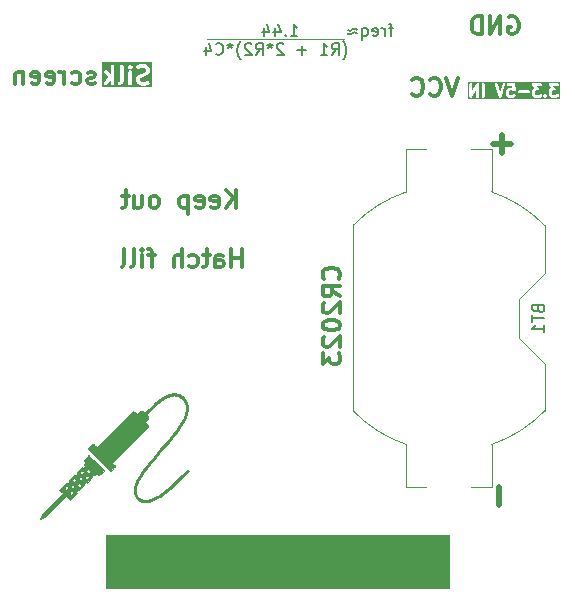
<source format=gbo>
G04 #@! TF.GenerationSoftware,KiCad,Pcbnew,8.0.4*
G04 #@! TF.CreationDate,2025-01-10T10:23:46-05:00*
G04 #@! TF.ProjectId,555 Blink-a-tron SMD,35353520-426c-4696-9e6b-2d612d74726f,rev?*
G04 #@! TF.SameCoordinates,Original*
G04 #@! TF.FileFunction,Legend,Bot*
G04 #@! TF.FilePolarity,Positive*
%FSLAX46Y46*%
G04 Gerber Fmt 4.6, Leading zero omitted, Abs format (unit mm)*
G04 Created by KiCad (PCBNEW 8.0.4) date 2025-01-10 10:23:46*
%MOMM*%
%LPD*%
G01*
G04 APERTURE LIST*
%ADD10C,0.250000*%
%ADD11C,0.289751*%
%ADD12C,0.100000*%
%ADD13C,0.024999*%
%ADD14C,0.300000*%
%ADD15C,0.200000*%
%ADD16C,0.500000*%
%ADD17C,0.150000*%
%ADD18C,0.120000*%
%ADD19R,1.500000X1.500000*%
%ADD20C,3.200000*%
%ADD21R,1.700000X1.700000*%
%ADD22O,1.700000X1.700000*%
%ADD23R,3.505000X3.250000*%
%ADD24R,3.505000X3.500000*%
G04 APERTURE END LIST*
D10*
G36*
X147940267Y-57614619D02*
G01*
X140109337Y-57614619D01*
X140109337Y-56364619D01*
X140234337Y-56364619D01*
X140234337Y-57364619D01*
X140234954Y-57370889D01*
X140234642Y-57373349D01*
X140235510Y-57376533D01*
X140236739Y-57389005D01*
X140243100Y-57404362D01*
X140247475Y-57420404D01*
X140252354Y-57426704D01*
X140255403Y-57434065D01*
X140267158Y-57445820D01*
X140277338Y-57458965D01*
X140284256Y-57462918D01*
X140289891Y-57468553D01*
X140305249Y-57474914D01*
X140319684Y-57483163D01*
X140327590Y-57484168D01*
X140334951Y-57487217D01*
X140351572Y-57487217D01*
X140368067Y-57489314D01*
X140375756Y-57487217D01*
X140383723Y-57487217D01*
X140399080Y-57480855D01*
X140415122Y-57476481D01*
X140421422Y-57471601D01*
X140428783Y-57468553D01*
X140440538Y-57456797D01*
X140453683Y-57446618D01*
X140460936Y-57436399D01*
X140463271Y-57434065D01*
X140464220Y-57431773D01*
X140467867Y-57426636D01*
X140805765Y-56835314D01*
X140805765Y-57364619D01*
X140808167Y-57389005D01*
X140826831Y-57434065D01*
X140861319Y-57468553D01*
X140906379Y-57487217D01*
X140955151Y-57487217D01*
X141000211Y-57468553D01*
X141034699Y-57434065D01*
X141053363Y-57389005D01*
X141055765Y-57364619D01*
X141055765Y-56364619D01*
X141281955Y-56364619D01*
X141281955Y-57364619D01*
X141284357Y-57389005D01*
X141303021Y-57434065D01*
X141337509Y-57468553D01*
X141382569Y-57487217D01*
X141431341Y-57487217D01*
X141476401Y-57468553D01*
X141510889Y-57434065D01*
X141529553Y-57389005D01*
X141531955Y-57364619D01*
X141531955Y-56380253D01*
X142378176Y-56380253D01*
X142383609Y-56404147D01*
X142716941Y-57404147D01*
X142726932Y-57426522D01*
X142732782Y-57433268D01*
X142736778Y-57441259D01*
X142748618Y-57451527D01*
X142758887Y-57463368D01*
X142766878Y-57467363D01*
X142773624Y-57473214D01*
X142788489Y-57478169D01*
X142802511Y-57485180D01*
X142811421Y-57485813D01*
X142819893Y-57488637D01*
X142835526Y-57487526D01*
X142851161Y-57488637D01*
X142859632Y-57485813D01*
X142868542Y-57485180D01*
X142882562Y-57478169D01*
X142897430Y-57473214D01*
X142904175Y-57467363D01*
X142912167Y-57463368D01*
X142922438Y-57451524D01*
X142934276Y-57441258D01*
X142938270Y-57433269D01*
X142944122Y-57426522D01*
X142954112Y-57404147D01*
X143110145Y-56936047D01*
X143329575Y-56936047D01*
X143329575Y-57174142D01*
X143331977Y-57198528D01*
X143333695Y-57202676D01*
X143334014Y-57207158D01*
X143342772Y-57230044D01*
X143390390Y-57325281D01*
X143396997Y-57335777D01*
X143398260Y-57338825D01*
X143401077Y-57342258D01*
X143403445Y-57346019D01*
X143405939Y-57348182D01*
X143413805Y-57357767D01*
X143461424Y-57405387D01*
X143471012Y-57413256D01*
X143473174Y-57415749D01*
X143476928Y-57418112D01*
X143480365Y-57420933D01*
X143483418Y-57422197D01*
X143493911Y-57428803D01*
X143589149Y-57476422D01*
X143612035Y-57485180D01*
X143616515Y-57485498D01*
X143620665Y-57487217D01*
X143645051Y-57489619D01*
X143883146Y-57489619D01*
X143907532Y-57487217D01*
X143911680Y-57485498D01*
X143916162Y-57485180D01*
X143939048Y-57476422D01*
X144034285Y-57428804D01*
X144044781Y-57422196D01*
X144047831Y-57420933D01*
X144051264Y-57418114D01*
X144055023Y-57415749D01*
X144057185Y-57413255D01*
X144066773Y-57405387D01*
X144114392Y-57357768D01*
X144129937Y-57338825D01*
X144148601Y-57293766D01*
X144148601Y-57244992D01*
X144129936Y-57199933D01*
X144095448Y-57165446D01*
X144050388Y-57146782D01*
X144001615Y-57146782D01*
X143956555Y-57165447D01*
X143937614Y-57180993D01*
X143904339Y-57214268D01*
X143853638Y-57239619D01*
X143674560Y-57239619D01*
X143623858Y-57214268D01*
X143604926Y-57195336D01*
X143579575Y-57144634D01*
X143579575Y-56965555D01*
X143604925Y-56914853D01*
X143623858Y-56895921D01*
X143674560Y-56870571D01*
X143853638Y-56870571D01*
X143904339Y-56895921D01*
X143937614Y-56929197D01*
X143956556Y-56944742D01*
X143962370Y-56947150D01*
X143967243Y-56951137D01*
X143984735Y-56956414D01*
X144001616Y-56963407D01*
X144007911Y-56963407D01*
X144013937Y-56965225D01*
X144032117Y-56963407D01*
X144050389Y-56963407D01*
X144056203Y-56960998D01*
X144062467Y-56960372D01*
X144064502Y-56959280D01*
X144331977Y-56959280D01*
X144331977Y-57008052D01*
X144350641Y-57053112D01*
X144385129Y-57087600D01*
X144430189Y-57106264D01*
X144454575Y-57108666D01*
X145216479Y-57108666D01*
X145240865Y-57106264D01*
X145285925Y-57087600D01*
X145320413Y-57053112D01*
X145339077Y-57008052D01*
X145339077Y-56959280D01*
X145329454Y-56936047D01*
X145520051Y-56936047D01*
X145520051Y-57174142D01*
X145522453Y-57198528D01*
X145524171Y-57202676D01*
X145524490Y-57207158D01*
X145533248Y-57230044D01*
X145580866Y-57325281D01*
X145587473Y-57335777D01*
X145588736Y-57338825D01*
X145591553Y-57342258D01*
X145593921Y-57346019D01*
X145596415Y-57348182D01*
X145604281Y-57357767D01*
X145651900Y-57405387D01*
X145661488Y-57413256D01*
X145663650Y-57415749D01*
X145667404Y-57418112D01*
X145670841Y-57420933D01*
X145673894Y-57422197D01*
X145684387Y-57428803D01*
X145779625Y-57476422D01*
X145802511Y-57485180D01*
X145806991Y-57485498D01*
X145811141Y-57487217D01*
X145835527Y-57489619D01*
X146121241Y-57489619D01*
X146145627Y-57487217D01*
X146149775Y-57485498D01*
X146154257Y-57485180D01*
X146177143Y-57476422D01*
X146272380Y-57428804D01*
X146282876Y-57422196D01*
X146285926Y-57420933D01*
X146289359Y-57418114D01*
X146293118Y-57415749D01*
X146295280Y-57413255D01*
X146304868Y-57405387D01*
X146352487Y-57357768D01*
X146368032Y-57338825D01*
X146386696Y-57293766D01*
X146386696Y-57292613D01*
X146474833Y-57292613D01*
X146474833Y-57292614D01*
X146474833Y-57292615D01*
X146474833Y-57341388D01*
X146493498Y-57386447D01*
X146493502Y-57386451D01*
X146509043Y-57405388D01*
X146556661Y-57453007D01*
X146575603Y-57468552D01*
X146575604Y-57468553D01*
X146601999Y-57479485D01*
X146620663Y-57487217D01*
X146620664Y-57487217D01*
X146669436Y-57487217D01*
X146669437Y-57487217D01*
X146682634Y-57481750D01*
X146714496Y-57468553D01*
X146714501Y-57468547D01*
X146733438Y-57453007D01*
X146781057Y-57405389D01*
X146796602Y-57386447D01*
X146812120Y-57348984D01*
X146815267Y-57341388D01*
X146815267Y-57292614D01*
X146796603Y-57247555D01*
X146781058Y-57228612D01*
X146733439Y-57180993D01*
X146714497Y-57165447D01*
X146714496Y-57165446D01*
X146695832Y-57157715D01*
X146669438Y-57146782D01*
X146669436Y-57146782D01*
X146669435Y-57146782D01*
X146620662Y-57146782D01*
X146575602Y-57165447D01*
X146556661Y-57180993D01*
X146509042Y-57228613D01*
X146493497Y-57247555D01*
X146491318Y-57252816D01*
X146474833Y-57292613D01*
X146386696Y-57292613D01*
X146386696Y-57244992D01*
X146368031Y-57199933D01*
X146333543Y-57165446D01*
X146288483Y-57146782D01*
X146239710Y-57146782D01*
X146194650Y-57165447D01*
X146175709Y-57180993D01*
X146142434Y-57214268D01*
X146091733Y-57239619D01*
X145865036Y-57239619D01*
X145814334Y-57214268D01*
X145795402Y-57195336D01*
X145770051Y-57144634D01*
X145770051Y-56965555D01*
X145784804Y-56936047D01*
X146948622Y-56936047D01*
X146948622Y-57174142D01*
X146951024Y-57198528D01*
X146952742Y-57202676D01*
X146953061Y-57207158D01*
X146961819Y-57230044D01*
X147009437Y-57325281D01*
X147016044Y-57335777D01*
X147017307Y-57338825D01*
X147020124Y-57342258D01*
X147022492Y-57346019D01*
X147024986Y-57348182D01*
X147032852Y-57357767D01*
X147080471Y-57405387D01*
X147090059Y-57413256D01*
X147092221Y-57415749D01*
X147095975Y-57418112D01*
X147099412Y-57420933D01*
X147102465Y-57422197D01*
X147112958Y-57428803D01*
X147208196Y-57476422D01*
X147231082Y-57485180D01*
X147235562Y-57485498D01*
X147239712Y-57487217D01*
X147264098Y-57489619D01*
X147549812Y-57489619D01*
X147574198Y-57487217D01*
X147578346Y-57485498D01*
X147582828Y-57485180D01*
X147605714Y-57476422D01*
X147700951Y-57428804D01*
X147711447Y-57422196D01*
X147714497Y-57420933D01*
X147717930Y-57418114D01*
X147721689Y-57415749D01*
X147723851Y-57413255D01*
X147733439Y-57405387D01*
X147781058Y-57357768D01*
X147796603Y-57338825D01*
X147815267Y-57293766D01*
X147815267Y-57244992D01*
X147796602Y-57199933D01*
X147762114Y-57165446D01*
X147717054Y-57146782D01*
X147668281Y-57146782D01*
X147623221Y-57165447D01*
X147604280Y-57180993D01*
X147571005Y-57214268D01*
X147520304Y-57239619D01*
X147293607Y-57239619D01*
X147242905Y-57214268D01*
X147223973Y-57195336D01*
X147198622Y-57144634D01*
X147198622Y-56965555D01*
X147223972Y-56914853D01*
X147242905Y-56895921D01*
X147293607Y-56870571D01*
X147406955Y-56870571D01*
X147419848Y-56869301D01*
X147423133Y-56869520D01*
X147425396Y-56868754D01*
X147431341Y-56868169D01*
X147450095Y-56860400D01*
X147469334Y-56853894D01*
X147472506Y-56851118D01*
X147476401Y-56849505D01*
X147490758Y-56835147D01*
X147506039Y-56821777D01*
X147507907Y-56817998D01*
X147510889Y-56815017D01*
X147518656Y-56796264D01*
X147527660Y-56778059D01*
X147527940Y-56773849D01*
X147529553Y-56769957D01*
X147529553Y-56749660D01*
X147530904Y-56729393D01*
X147529553Y-56725398D01*
X147529553Y-56721185D01*
X147521784Y-56702430D01*
X147515278Y-56683192D01*
X147511802Y-56678330D01*
X147510889Y-56676125D01*
X147508562Y-56673798D01*
X147501027Y-56663258D01*
X147349093Y-56489619D01*
X147692669Y-56489619D01*
X147717055Y-56487217D01*
X147762115Y-56468553D01*
X147796603Y-56434065D01*
X147815267Y-56389005D01*
X147815267Y-56340233D01*
X147796603Y-56295173D01*
X147762115Y-56260685D01*
X147717055Y-56242021D01*
X147692669Y-56239619D01*
X147073622Y-56239619D01*
X147060728Y-56240889D01*
X147057444Y-56240670D01*
X147055180Y-56241435D01*
X147049236Y-56242021D01*
X147030481Y-56249789D01*
X147011243Y-56256296D01*
X147008070Y-56259071D01*
X147004176Y-56260685D01*
X146989818Y-56275042D01*
X146974538Y-56288413D01*
X146972669Y-56292191D01*
X146969688Y-56295173D01*
X146961917Y-56313932D01*
X146952918Y-56332131D01*
X146952637Y-56336337D01*
X146951024Y-56340233D01*
X146951024Y-56360535D01*
X146949673Y-56380797D01*
X146951024Y-56384791D01*
X146951024Y-56389005D01*
X146958792Y-56407759D01*
X146965299Y-56426998D01*
X146968774Y-56431859D01*
X146969688Y-56434065D01*
X146972014Y-56436391D01*
X146979550Y-56446932D01*
X147162864Y-56656433D01*
X147112958Y-56681387D01*
X147102463Y-56687993D01*
X147099413Y-56689257D01*
X147095978Y-56692075D01*
X147092221Y-56694441D01*
X147090059Y-56696932D01*
X147080471Y-56704802D01*
X147032853Y-56752421D01*
X147024986Y-56762006D01*
X147022492Y-56764170D01*
X147020123Y-56767931D01*
X147017308Y-56771363D01*
X147016046Y-56774409D01*
X147009437Y-56784908D01*
X146961819Y-56880145D01*
X146953061Y-56903031D01*
X146952742Y-56907512D01*
X146951024Y-56911661D01*
X146948622Y-56936047D01*
X145784804Y-56936047D01*
X145795401Y-56914853D01*
X145814334Y-56895921D01*
X145865036Y-56870571D01*
X145978384Y-56870571D01*
X145991277Y-56869301D01*
X145994562Y-56869520D01*
X145996825Y-56868754D01*
X146002770Y-56868169D01*
X146021524Y-56860400D01*
X146040763Y-56853894D01*
X146043935Y-56851118D01*
X146047830Y-56849505D01*
X146062187Y-56835147D01*
X146077468Y-56821777D01*
X146079336Y-56817998D01*
X146082318Y-56815017D01*
X146090085Y-56796264D01*
X146099089Y-56778059D01*
X146099369Y-56773849D01*
X146100982Y-56769957D01*
X146100982Y-56749660D01*
X146102333Y-56729393D01*
X146100982Y-56725398D01*
X146100982Y-56721185D01*
X146093213Y-56702430D01*
X146086707Y-56683192D01*
X146083231Y-56678330D01*
X146082318Y-56676125D01*
X146079991Y-56673798D01*
X146072456Y-56663258D01*
X145920522Y-56489619D01*
X146264098Y-56489619D01*
X146288484Y-56487217D01*
X146333544Y-56468553D01*
X146368032Y-56434065D01*
X146386696Y-56389005D01*
X146386696Y-56340233D01*
X146368032Y-56295173D01*
X146333544Y-56260685D01*
X146288484Y-56242021D01*
X146264098Y-56239619D01*
X145645051Y-56239619D01*
X145632157Y-56240889D01*
X145628873Y-56240670D01*
X145626609Y-56241435D01*
X145620665Y-56242021D01*
X145601910Y-56249789D01*
X145582672Y-56256296D01*
X145579499Y-56259071D01*
X145575605Y-56260685D01*
X145561247Y-56275042D01*
X145545967Y-56288413D01*
X145544098Y-56292191D01*
X145541117Y-56295173D01*
X145533346Y-56313932D01*
X145524347Y-56332131D01*
X145524066Y-56336337D01*
X145522453Y-56340233D01*
X145522453Y-56360535D01*
X145521102Y-56380797D01*
X145522453Y-56384791D01*
X145522453Y-56389005D01*
X145530221Y-56407759D01*
X145536728Y-56426998D01*
X145540203Y-56431859D01*
X145541117Y-56434065D01*
X145543443Y-56436391D01*
X145550979Y-56446932D01*
X145734293Y-56656433D01*
X145684387Y-56681387D01*
X145673892Y-56687993D01*
X145670842Y-56689257D01*
X145667407Y-56692075D01*
X145663650Y-56694441D01*
X145661488Y-56696932D01*
X145651900Y-56704802D01*
X145604282Y-56752421D01*
X145596415Y-56762006D01*
X145593921Y-56764170D01*
X145591552Y-56767931D01*
X145588737Y-56771363D01*
X145587475Y-56774409D01*
X145580866Y-56784908D01*
X145533248Y-56880145D01*
X145524490Y-56903031D01*
X145524171Y-56907512D01*
X145522453Y-56911661D01*
X145520051Y-56936047D01*
X145329454Y-56936047D01*
X145320413Y-56914220D01*
X145285925Y-56879732D01*
X145240865Y-56861068D01*
X145216479Y-56858666D01*
X144454575Y-56858666D01*
X144430189Y-56861068D01*
X144385129Y-56879732D01*
X144350641Y-56914220D01*
X144331977Y-56959280D01*
X144064502Y-56959280D01*
X144078571Y-56951732D01*
X144095449Y-56944742D01*
X144099897Y-56940293D01*
X144105446Y-56937317D01*
X144117020Y-56923170D01*
X144129936Y-56910255D01*
X144132343Y-56904442D01*
X144136331Y-56899569D01*
X144141609Y-56882073D01*
X144148601Y-56865195D01*
X144148601Y-56858900D01*
X144150419Y-56852875D01*
X144150383Y-56828371D01*
X144102764Y-56352181D01*
X144100982Y-56343292D01*
X144100982Y-56340233D01*
X144099793Y-56337362D01*
X144097947Y-56328155D01*
X144089310Y-56312055D01*
X144082318Y-56295173D01*
X144077867Y-56290722D01*
X144074892Y-56285176D01*
X144060750Y-56273605D01*
X144047830Y-56260685D01*
X144042015Y-56258276D01*
X144037144Y-56254291D01*
X144019651Y-56249013D01*
X144002770Y-56242021D01*
X143993424Y-56241100D01*
X143990450Y-56240203D01*
X143987404Y-56240507D01*
X143978384Y-56239619D01*
X143502194Y-56239619D01*
X143477808Y-56242021D01*
X143432748Y-56260685D01*
X143398260Y-56295173D01*
X143379596Y-56340233D01*
X143379596Y-56389005D01*
X143398260Y-56434065D01*
X143432748Y-56468553D01*
X143477808Y-56487217D01*
X143502194Y-56489619D01*
X143865260Y-56489619D01*
X143878355Y-56620571D01*
X143645051Y-56620571D01*
X143620665Y-56622973D01*
X143616515Y-56624691D01*
X143612035Y-56625010D01*
X143589149Y-56633768D01*
X143493911Y-56681387D01*
X143483416Y-56687993D01*
X143480366Y-56689257D01*
X143476931Y-56692075D01*
X143473174Y-56694441D01*
X143471012Y-56696932D01*
X143461424Y-56704802D01*
X143413806Y-56752421D01*
X143405939Y-56762006D01*
X143403445Y-56764170D01*
X143401076Y-56767931D01*
X143398261Y-56771363D01*
X143396999Y-56774409D01*
X143390390Y-56784908D01*
X143342772Y-56880145D01*
X143334014Y-56903031D01*
X143333695Y-56907512D01*
X143331977Y-56911661D01*
X143329575Y-56936047D01*
X143110145Y-56936047D01*
X143287445Y-56404148D01*
X143292878Y-56380254D01*
X143289421Y-56331604D01*
X143267609Y-56287980D01*
X143230763Y-56256024D01*
X143184494Y-56240601D01*
X143135844Y-56244058D01*
X143092220Y-56265870D01*
X143060265Y-56302716D01*
X143050274Y-56325091D01*
X142835526Y-56969334D01*
X142620779Y-56325091D01*
X142610789Y-56302716D01*
X142578834Y-56265870D01*
X142535209Y-56244058D01*
X142486560Y-56240601D01*
X142440291Y-56256024D01*
X142403445Y-56287979D01*
X142381633Y-56331604D01*
X142378176Y-56380253D01*
X141531955Y-56380253D01*
X141531955Y-56364619D01*
X141529553Y-56340233D01*
X141510889Y-56295173D01*
X141476401Y-56260685D01*
X141431341Y-56242021D01*
X141382569Y-56242021D01*
X141337509Y-56260685D01*
X141303021Y-56295173D01*
X141284357Y-56340233D01*
X141281955Y-56364619D01*
X141055765Y-56364619D01*
X141055147Y-56358347D01*
X141055460Y-56355888D01*
X141054591Y-56352702D01*
X141053363Y-56340233D01*
X141047002Y-56324876D01*
X141042627Y-56308834D01*
X141037747Y-56302533D01*
X141034699Y-56295173D01*
X141022943Y-56283417D01*
X141012764Y-56270273D01*
X141005845Y-56266319D01*
X141000211Y-56260685D01*
X140984852Y-56254323D01*
X140970418Y-56246075D01*
X140962511Y-56245069D01*
X140955151Y-56242021D01*
X140938530Y-56242021D01*
X140922035Y-56239924D01*
X140914346Y-56242021D01*
X140906379Y-56242021D01*
X140891021Y-56248382D01*
X140874980Y-56252757D01*
X140868679Y-56257636D01*
X140861319Y-56260685D01*
X140849563Y-56272440D01*
X140836419Y-56282620D01*
X140829165Y-56292838D01*
X140826831Y-56295173D01*
X140825881Y-56297464D01*
X140822235Y-56302602D01*
X140484337Y-56893924D01*
X140484337Y-56364619D01*
X140481935Y-56340233D01*
X140463271Y-56295173D01*
X140428783Y-56260685D01*
X140383723Y-56242021D01*
X140334951Y-56242021D01*
X140289891Y-56260685D01*
X140255403Y-56295173D01*
X140236739Y-56340233D01*
X140234337Y-56364619D01*
X140109337Y-56364619D01*
X140109337Y-56114619D01*
X147940267Y-56114619D01*
X147940267Y-57614619D01*
G37*
D11*
X111965409Y-91097604D02*
X111992757Y-91167384D01*
X114636110Y-90709552D02*
X114848255Y-90533095D01*
X112105303Y-91348919D02*
X112152255Y-91399972D01*
X112254216Y-89669794D02*
X112185365Y-89797973D01*
X115452098Y-85691098D02*
X115217459Y-85995702D01*
X112185365Y-89797973D02*
X112124809Y-89922349D01*
X111914770Y-90681740D02*
X111912688Y-90773652D01*
X112608853Y-89122018D02*
X112416664Y-89402484D01*
X113570207Y-83495808D02*
X113721710Y-83361655D01*
X115217459Y-85995702D02*
X114965113Y-86307247D01*
X115499012Y-89950900D02*
X115941016Y-89532651D01*
X114019270Y-91166641D02*
X114221240Y-91027715D01*
X112447942Y-91581758D02*
X112517732Y-91603021D01*
X115664715Y-85395260D02*
X115452098Y-85691098D01*
X113872947Y-83234631D02*
X114023874Y-83115924D01*
X112259001Y-91487553D02*
X112318358Y-91523967D01*
X115432575Y-82629380D02*
X115503557Y-82645743D01*
X112416664Y-89402484D02*
X112254216Y-89669794D01*
X114699372Y-86623905D02*
X114144961Y-87265254D01*
D12*
X129600000Y-52500000D02*
X118000000Y-52500000D01*
D11*
X112124809Y-89922349D02*
X112072329Y-90042865D01*
X115641511Y-82692243D02*
X115707947Y-82722307D01*
X116176812Y-84454389D02*
X116128380Y-84578366D01*
X113588733Y-87905133D02*
X113065194Y-88528926D01*
X112025335Y-91232568D02*
X112062923Y-91293098D01*
X112062923Y-91293098D02*
X112105303Y-91348919D01*
X114174447Y-83006723D02*
X114324621Y-82908216D01*
X116054135Y-82995723D02*
X116100598Y-83056451D01*
X115950509Y-82887111D02*
X116004017Y-82939263D01*
X114221240Y-91027715D02*
X114426980Y-90874889D01*
X111938783Y-90485202D02*
X111923395Y-90585571D01*
X115141477Y-82610679D02*
X115214818Y-82608286D01*
X116217306Y-84334085D02*
X116176812Y-84454389D01*
X113821444Y-91290276D02*
X114019270Y-91166641D01*
X116006631Y-84837194D02*
X115850997Y-85110017D01*
X113418482Y-83635903D02*
X113570207Y-83495808D01*
X116244532Y-83341313D02*
X116268699Y-83422829D01*
X116293836Y-83995593D02*
X116275550Y-84104650D01*
D13*
X108000000Y-87764604D02*
X108003021Y-87764822D01*
X108006032Y-87765184D01*
X108009025Y-87765692D01*
X108011997Y-87766344D01*
X108014941Y-87767142D01*
X108017852Y-87768085D01*
X108020724Y-87769172D01*
X108023552Y-87770405D01*
X108026330Y-87771783D01*
X108029053Y-87773305D01*
X108031715Y-87774973D01*
X108034310Y-87776786D01*
X108036834Y-87778744D01*
X108039281Y-87780846D01*
X108041644Y-87783094D01*
X109259084Y-89000555D01*
X109261332Y-89002918D01*
X109263435Y-89005365D01*
X109265392Y-89007889D01*
X109267205Y-89010484D01*
X109268873Y-89013146D01*
X109270395Y-89015869D01*
X109271773Y-89018647D01*
X109273006Y-89021475D01*
X109274094Y-89024347D01*
X109275036Y-89027258D01*
X109275834Y-89030202D01*
X109276486Y-89033173D01*
X109276994Y-89036167D01*
X109277357Y-89039177D01*
X109277574Y-89042198D01*
X109277647Y-89045225D01*
X109277574Y-89048252D01*
X109277357Y-89051273D01*
X109276994Y-89054283D01*
X109276486Y-89057277D01*
X109275834Y-89060248D01*
X109275036Y-89063192D01*
X109274093Y-89066103D01*
X109273006Y-89068975D01*
X109271773Y-89071802D01*
X109270395Y-89074581D01*
X109268872Y-89077303D01*
X109267205Y-89079965D01*
X109265392Y-89082561D01*
X109263434Y-89085085D01*
X109261331Y-89087531D01*
X109259083Y-89089895D01*
X108910210Y-89438772D01*
X108907846Y-89441020D01*
X108905400Y-89443122D01*
X108902875Y-89445080D01*
X108900280Y-89446893D01*
X108897617Y-89448561D01*
X108894895Y-89450083D01*
X108892116Y-89451461D01*
X108889288Y-89452694D01*
X108886416Y-89453781D01*
X108883505Y-89454724D01*
X108880561Y-89455521D01*
X108877590Y-89456174D01*
X108874596Y-89456682D01*
X108871586Y-89457044D01*
X108868565Y-89457262D01*
X108865538Y-89457334D01*
X108862511Y-89457262D01*
X108859490Y-89457044D01*
X108856479Y-89456682D01*
X108853486Y-89456174D01*
X108850514Y-89455521D01*
X108847570Y-89454724D01*
X108844659Y-89453781D01*
X108841787Y-89452694D01*
X108838959Y-89451461D01*
X108836181Y-89450083D01*
X108833459Y-89448561D01*
X108830796Y-89446893D01*
X108828201Y-89445080D01*
X108825677Y-89443122D01*
X108823230Y-89441020D01*
X108820867Y-89438772D01*
X108653327Y-89271230D01*
X108513463Y-89411085D01*
X108507449Y-89406836D01*
X108501300Y-89402900D01*
X108495026Y-89399276D01*
X108488638Y-89395962D01*
X108482147Y-89392960D01*
X108475562Y-89390266D01*
X108468895Y-89387881D01*
X108462155Y-89385805D01*
X108455354Y-89384035D01*
X108448502Y-89382572D01*
X108441608Y-89381415D01*
X108434685Y-89380562D01*
X108427742Y-89380013D01*
X108420789Y-89379768D01*
X108413838Y-89379826D01*
X108406898Y-89380185D01*
X108399981Y-89380845D01*
X108393096Y-89381805D01*
X108386254Y-89383065D01*
X108379466Y-89384624D01*
X108372742Y-89386480D01*
X108366093Y-89388634D01*
X108359529Y-89391084D01*
X108353060Y-89393830D01*
X108346698Y-89396870D01*
X108340452Y-89400205D01*
X108334333Y-89403832D01*
X108328351Y-89407753D01*
X108322518Y-89411965D01*
X108316843Y-89416468D01*
X108311337Y-89421261D01*
X108306011Y-89426344D01*
X108300920Y-89431671D01*
X108296120Y-89437177D01*
X108291610Y-89442853D01*
X108287391Y-89448688D01*
X108283464Y-89454671D01*
X108279830Y-89460792D01*
X108276490Y-89467040D01*
X108273444Y-89473405D01*
X108270693Y-89479876D01*
X108268238Y-89486443D01*
X108266080Y-89493095D01*
X108264219Y-89499822D01*
X108262656Y-89506613D01*
X108261393Y-89513459D01*
X108259765Y-89527268D01*
X108259344Y-89541167D01*
X108259587Y-89548123D01*
X108260133Y-89555071D01*
X108260985Y-89561998D01*
X108262141Y-89568895D01*
X108263603Y-89575752D01*
X108265372Y-89582558D01*
X108267449Y-89589301D01*
X108269834Y-89595973D01*
X108272528Y-89602562D01*
X108275532Y-89609057D01*
X108278847Y-89615449D01*
X108282473Y-89621727D01*
X108286411Y-89627880D01*
X108290662Y-89633897D01*
X107854386Y-90070203D01*
X107848369Y-90065951D01*
X107842217Y-90062012D01*
X107835940Y-90058385D01*
X107829548Y-90055070D01*
X107823053Y-90052065D01*
X107816465Y-90049370D01*
X107809794Y-90046984D01*
X107803050Y-90044906D01*
X107796245Y-90043136D01*
X107789389Y-90041673D01*
X107782491Y-90040516D01*
X107775564Y-90039664D01*
X107768616Y-90039116D01*
X107761660Y-90038873D01*
X107754704Y-90038932D01*
X107747760Y-90039293D01*
X107740839Y-90039956D01*
X107733950Y-90040919D01*
X107727104Y-90042182D01*
X107720312Y-90043744D01*
X107713584Y-90045605D01*
X107706931Y-90047763D01*
X107700363Y-90050218D01*
X107693890Y-90052969D01*
X107687524Y-90056015D01*
X107681275Y-90059355D01*
X107675152Y-90062989D01*
X107669168Y-90066916D01*
X107663331Y-90071136D01*
X107657653Y-90075646D01*
X107652145Y-90080448D01*
X107646816Y-90085539D01*
X107641725Y-90090865D01*
X107636925Y-90096372D01*
X107632415Y-90102048D01*
X107628196Y-90107883D01*
X107624269Y-90113866D01*
X107620635Y-90119987D01*
X107617295Y-90126235D01*
X107614249Y-90132600D01*
X107611498Y-90139071D01*
X107609043Y-90145638D01*
X107606885Y-90152290D01*
X107605024Y-90159017D01*
X107603461Y-90165808D01*
X107602198Y-90172653D01*
X107600571Y-90186463D01*
X107600149Y-90200361D01*
X107600392Y-90207317D01*
X107600939Y-90214265D01*
X107601790Y-90221192D01*
X107602947Y-90228089D01*
X107604409Y-90234946D01*
X107606178Y-90241751D01*
X107608255Y-90248494D01*
X107610640Y-90255166D01*
X107613334Y-90261754D01*
X107616338Y-90268250D01*
X107619653Y-90274641D01*
X107623279Y-90280919D01*
X107627218Y-90287071D01*
X107631469Y-90293089D01*
X107195189Y-90729402D01*
X107189172Y-90725150D01*
X107183020Y-90721210D01*
X107176743Y-90717583D01*
X107170352Y-90714267D01*
X107163857Y-90711262D01*
X107157269Y-90708567D01*
X107150598Y-90706181D01*
X107143855Y-90704103D01*
X107137050Y-90702333D01*
X107130193Y-90700869D01*
X107123296Y-90699712D01*
X107116369Y-90698860D01*
X107109421Y-90698312D01*
X107102465Y-90698068D01*
X107095509Y-90698127D01*
X107088565Y-90698488D01*
X107081644Y-90699151D01*
X107074755Y-90700114D01*
X107067909Y-90701377D01*
X107061117Y-90702940D01*
X107054389Y-90704800D01*
X107047736Y-90706958D01*
X107041168Y-90709413D01*
X107034696Y-90712164D01*
X107028330Y-90715210D01*
X107022081Y-90718550D01*
X107015958Y-90722184D01*
X107009974Y-90726111D01*
X107004138Y-90730331D01*
X106998460Y-90734841D01*
X106992951Y-90739642D01*
X106987623Y-90744733D01*
X106982540Y-90750061D01*
X106977746Y-90755568D01*
X106973243Y-90761243D01*
X106969030Y-90767077D01*
X106965110Y-90773060D01*
X106961482Y-90779179D01*
X106958147Y-90785425D01*
X106955107Y-90791788D01*
X106952361Y-90798257D01*
X106949911Y-90804822D01*
X106947757Y-90811471D01*
X106945901Y-90818195D01*
X106944342Y-90824983D01*
X106943083Y-90831825D01*
X106941462Y-90845627D01*
X106941046Y-90859518D01*
X106941291Y-90866471D01*
X106941840Y-90873414D01*
X106942693Y-90880337D01*
X106943850Y-90887231D01*
X106945314Y-90894083D01*
X106947083Y-90900884D01*
X106949160Y-90907624D01*
X106951545Y-90914291D01*
X106954239Y-90920876D01*
X106957242Y-90927367D01*
X106960556Y-90933755D01*
X106964180Y-90940029D01*
X106968117Y-90946178D01*
X106972366Y-90952192D01*
X106383967Y-91540590D01*
X106079947Y-91236570D01*
X104418898Y-92897623D01*
X103860922Y-93181360D01*
X104144659Y-92623384D01*
X105805708Y-90962331D01*
X105792483Y-90949106D01*
X106373595Y-90949106D01*
X106373787Y-90957008D01*
X106374368Y-90964856D01*
X106375332Y-90972638D01*
X106376673Y-90980341D01*
X106378386Y-90987951D01*
X106380466Y-90995455D01*
X106382907Y-91002840D01*
X106385704Y-91010093D01*
X106388851Y-91017201D01*
X106392342Y-91024151D01*
X106396174Y-91030930D01*
X106400339Y-91037524D01*
X106404833Y-91043921D01*
X106409650Y-91050107D01*
X106414786Y-91056070D01*
X106420233Y-91061796D01*
X106425960Y-91067245D01*
X106431924Y-91072381D01*
X106438110Y-91077200D01*
X106444508Y-91081695D01*
X106451102Y-91085862D01*
X106457881Y-91089694D01*
X106464831Y-91093187D01*
X106471940Y-91096335D01*
X106479193Y-91099133D01*
X106486578Y-91101574D01*
X106494082Y-91103655D01*
X106501692Y-91105369D01*
X106509395Y-91106711D01*
X106517177Y-91107675D01*
X106525026Y-91108256D01*
X106532929Y-91108450D01*
X106540832Y-91108251D01*
X106548681Y-91107664D01*
X106556463Y-91106694D01*
X106564165Y-91105347D01*
X106571775Y-91103627D01*
X106579278Y-91101542D01*
X106586662Y-91099094D01*
X106593914Y-91096292D01*
X106601021Y-91093139D01*
X106607969Y-91089641D01*
X106614747Y-91085803D01*
X106621339Y-91081631D01*
X106627735Y-91077131D01*
X106633920Y-91072307D01*
X106639881Y-91067166D01*
X106645605Y-91061712D01*
X106651254Y-91055768D01*
X106656538Y-91049612D01*
X106661458Y-91043258D01*
X106666014Y-91036721D01*
X106670204Y-91030013D01*
X106674031Y-91023150D01*
X106677493Y-91016146D01*
X106680591Y-91009014D01*
X106683324Y-91001769D01*
X106685693Y-90994425D01*
X106687697Y-90986996D01*
X106689337Y-90979496D01*
X106690612Y-90971940D01*
X106691523Y-90964342D01*
X106692070Y-90956715D01*
X106692252Y-90949074D01*
X106692070Y-90941433D01*
X106691523Y-90933806D01*
X106690612Y-90926208D01*
X106689337Y-90918652D01*
X106687697Y-90911152D01*
X106685692Y-90903723D01*
X106683324Y-90896380D01*
X106680591Y-90889135D01*
X106677493Y-90882003D01*
X106674031Y-90874999D01*
X106670205Y-90868136D01*
X106666014Y-90861429D01*
X106661459Y-90854891D01*
X106656539Y-90848538D01*
X106651256Y-90842382D01*
X106645607Y-90836439D01*
X106645605Y-90836436D01*
X106645603Y-90836433D01*
X106645601Y-90836430D01*
X106645600Y-90836429D01*
X106645599Y-90836428D01*
X106645598Y-90836427D01*
X106645597Y-90836425D01*
X106645595Y-90836424D01*
X106645594Y-90836423D01*
X106645593Y-90836422D01*
X106645592Y-90836421D01*
X106645591Y-90836420D01*
X106645590Y-90836420D01*
X106639646Y-90830772D01*
X106633490Y-90825489D01*
X106627136Y-90820571D01*
X106620597Y-90816016D01*
X106613890Y-90811827D01*
X106607026Y-90808001D01*
X106600021Y-90804541D01*
X106592889Y-90801444D01*
X106585644Y-90798712D01*
X106578300Y-90796344D01*
X106570871Y-90794341D01*
X106563371Y-90792702D01*
X106555815Y-90791428D01*
X106548216Y-90790517D01*
X106540590Y-90789972D01*
X106532949Y-90789790D01*
X106525308Y-90789973D01*
X106517682Y-90790521D01*
X106510084Y-90791432D01*
X106502528Y-90792708D01*
X106495030Y-90794349D01*
X106487602Y-90796354D01*
X106480259Y-90798723D01*
X106473015Y-90801456D01*
X106465884Y-90804554D01*
X106458881Y-90808016D01*
X106452020Y-90811842D01*
X106445314Y-90816033D01*
X106438779Y-90820588D01*
X106432427Y-90825507D01*
X106426273Y-90830791D01*
X106420332Y-90836439D01*
X106414879Y-90842161D01*
X106409738Y-90848121D01*
X106404915Y-90854304D01*
X106400415Y-90860698D01*
X106396243Y-90867290D01*
X106392406Y-90874066D01*
X106388908Y-90881014D01*
X106385755Y-90888120D01*
X106382952Y-90895372D01*
X106380504Y-90902756D01*
X106378418Y-90910259D01*
X106376699Y-90917869D01*
X106375351Y-90925571D01*
X106374381Y-90933353D01*
X106373794Y-90941203D01*
X106373595Y-90949106D01*
X105792483Y-90949106D01*
X105501599Y-90658224D01*
X105635170Y-90524656D01*
X105949080Y-90524656D01*
X105949276Y-90532563D01*
X105949861Y-90540416D01*
X105950829Y-90548202D01*
X105952175Y-90555908D01*
X105953893Y-90563520D01*
X105955978Y-90571027D01*
X105958425Y-90578415D01*
X105961228Y-90585670D01*
X105964381Y-90592779D01*
X105967880Y-90599731D01*
X105971718Y-90606510D01*
X105975890Y-90613105D01*
X105980392Y-90619502D01*
X105985216Y-90625689D01*
X105990359Y-90631651D01*
X105995814Y-90637376D01*
X106001541Y-90642826D01*
X106007504Y-90647963D01*
X106013691Y-90652782D01*
X106020088Y-90657278D01*
X106026683Y-90661445D01*
X106033462Y-90665278D01*
X106040412Y-90668771D01*
X106047520Y-90671919D01*
X106054773Y-90674717D01*
X106062159Y-90677159D01*
X106069663Y-90679239D01*
X106077273Y-90680953D01*
X106084975Y-90682295D01*
X106092758Y-90683259D01*
X106100607Y-90683841D01*
X106108509Y-90684034D01*
X106116412Y-90683835D01*
X106124261Y-90683247D01*
X106132043Y-90682277D01*
X106139746Y-90680929D01*
X106147355Y-90679209D01*
X106154858Y-90677123D01*
X106162243Y-90674676D01*
X106169495Y-90671873D01*
X106176601Y-90668719D01*
X106183550Y-90665221D01*
X106190327Y-90661384D01*
X106196920Y-90657212D01*
X106203315Y-90652712D01*
X106209500Y-90647888D01*
X106215461Y-90642746D01*
X106221186Y-90637293D01*
X106226835Y-90631349D01*
X106232119Y-90625194D01*
X106237039Y-90618840D01*
X106241594Y-90612302D01*
X106245785Y-90605595D01*
X106249612Y-90598732D01*
X106253074Y-90591728D01*
X106256171Y-90584596D01*
X106258905Y-90577351D01*
X106261273Y-90570007D01*
X106263278Y-90562578D01*
X106264918Y-90555078D01*
X106266193Y-90547522D01*
X106267104Y-90539924D01*
X106267651Y-90532297D01*
X106267833Y-90524655D01*
X106267651Y-90517014D01*
X106267104Y-90509387D01*
X106266193Y-90501789D01*
X106264917Y-90494232D01*
X106263277Y-90486733D01*
X106261273Y-90479304D01*
X106258904Y-90471959D01*
X106256171Y-90464714D01*
X106253073Y-90457582D01*
X106249611Y-90450578D01*
X106245785Y-90443715D01*
X106241594Y-90437007D01*
X106237038Y-90430469D01*
X106232119Y-90424115D01*
X106226835Y-90417959D01*
X106221186Y-90412016D01*
X106221185Y-90412014D01*
X106221184Y-90412013D01*
X106221183Y-90412012D01*
X106221182Y-90412010D01*
X106221181Y-90412009D01*
X106221179Y-90412008D01*
X106221177Y-90412006D01*
X106221172Y-90412002D01*
X106221170Y-90411999D01*
X106221168Y-90411998D01*
X106221167Y-90411997D01*
X106216299Y-90407360D01*
X106490983Y-90407360D01*
X106491165Y-90415002D01*
X106491713Y-90422629D01*
X106492624Y-90430228D01*
X106493900Y-90437785D01*
X106495541Y-90445286D01*
X106497546Y-90452715D01*
X106499916Y-90460060D01*
X106502650Y-90467306D01*
X106505749Y-90474439D01*
X106509212Y-90481444D01*
X106513039Y-90488308D01*
X106517232Y-90495017D01*
X106521788Y-90501556D01*
X106526710Y-90507911D01*
X106531995Y-90514068D01*
X106537646Y-90520013D01*
X106543590Y-90525661D01*
X106549746Y-90530944D01*
X106556101Y-90535863D01*
X106562639Y-90540417D01*
X106569347Y-90544606D01*
X106576210Y-90548432D01*
X106583215Y-90551893D01*
X106590347Y-90554989D01*
X106597593Y-90557721D01*
X106604937Y-90560089D01*
X106612366Y-90562092D01*
X106619865Y-90563731D01*
X106627421Y-90565006D01*
X106635020Y-90565916D01*
X106642646Y-90566462D01*
X106650287Y-90566643D01*
X106657928Y-90566460D01*
X106665554Y-90565913D01*
X106673152Y-90565001D01*
X106680707Y-90563725D01*
X106688206Y-90562084D01*
X106695634Y-90560080D01*
X106702977Y-90557711D01*
X106710220Y-90554977D01*
X106717351Y-90551879D01*
X106724353Y-90548417D01*
X106731215Y-90544591D01*
X106737920Y-90540400D01*
X106744456Y-90535845D01*
X106750807Y-90530926D01*
X106756961Y-90525642D01*
X106762902Y-90519994D01*
X106768355Y-90514272D01*
X106773496Y-90508312D01*
X106778320Y-90502129D01*
X106782820Y-90495735D01*
X106786992Y-90489143D01*
X106790830Y-90482367D01*
X106794328Y-90475420D01*
X106797481Y-90468313D01*
X106800284Y-90461062D01*
X106802732Y-90453678D01*
X106804818Y-90446175D01*
X106806538Y-90438566D01*
X106807885Y-90430864D01*
X106808856Y-90423082D01*
X106809444Y-90415234D01*
X106809643Y-90407331D01*
X106809450Y-90399428D01*
X106808869Y-90391579D01*
X106807905Y-90383797D01*
X106806563Y-90376094D01*
X106804850Y-90368484D01*
X106802769Y-90360979D01*
X106800328Y-90353593D01*
X106797531Y-90346340D01*
X106794383Y-90339231D01*
X106790890Y-90332281D01*
X106787058Y-90325501D01*
X106782892Y-90318906D01*
X106778397Y-90312508D01*
X106773579Y-90306321D01*
X106768443Y-90300357D01*
X106762994Y-90294630D01*
X106762995Y-90294630D01*
X106762995Y-90294631D01*
X106762996Y-90294631D01*
X106762997Y-90294632D01*
X106762998Y-90294633D01*
X106762999Y-90294633D01*
X106758106Y-90289978D01*
X107032790Y-90289978D01*
X107032973Y-90297619D01*
X107033520Y-90305247D01*
X107034431Y-90312846D01*
X107035707Y-90320403D01*
X107037348Y-90327903D01*
X107039353Y-90335333D01*
X107041722Y-90342678D01*
X107044456Y-90349924D01*
X107047555Y-90357057D01*
X107051018Y-90364062D01*
X107054845Y-90370926D01*
X107059037Y-90377635D01*
X107063594Y-90384174D01*
X107068515Y-90390529D01*
X107073800Y-90396686D01*
X107079450Y-90402631D01*
X107085394Y-90408279D01*
X107091550Y-90413562D01*
X107097905Y-90418480D01*
X107104443Y-90423035D01*
X107111151Y-90427224D01*
X107118014Y-90431049D01*
X107125019Y-90434510D01*
X107132151Y-90437607D01*
X107139397Y-90440338D01*
X107146741Y-90442706D01*
X107154170Y-90444709D01*
X107161669Y-90446348D01*
X107169226Y-90447622D01*
X107176824Y-90448532D01*
X107184451Y-90449078D01*
X107192092Y-90449259D01*
X107199732Y-90449076D01*
X107207359Y-90448528D01*
X107214957Y-90447616D01*
X107222512Y-90446340D01*
X107230011Y-90444700D01*
X107237439Y-90442695D01*
X107244782Y-90440325D01*
X107252025Y-90437592D01*
X107259156Y-90434494D01*
X107266159Y-90431032D01*
X107273020Y-90427205D01*
X107279725Y-90423015D01*
X107286261Y-90418459D01*
X107292613Y-90413540D01*
X107298766Y-90408256D01*
X107304707Y-90402609D01*
X107310355Y-90396666D01*
X107315640Y-90390510D01*
X107320559Y-90384157D01*
X107325114Y-90377619D01*
X107329305Y-90370912D01*
X107333132Y-90364050D01*
X107336594Y-90357045D01*
X107339691Y-90349914D01*
X107342424Y-90342669D01*
X107344793Y-90335325D01*
X107346798Y-90327896D01*
X107348437Y-90320396D01*
X107349713Y-90312840D01*
X107350624Y-90305241D01*
X107351171Y-90297615D01*
X107351353Y-90289973D01*
X107351171Y-90282332D01*
X107350624Y-90274705D01*
X107349713Y-90267107D01*
X107348438Y-90259550D01*
X107346798Y-90252051D01*
X107344794Y-90244622D01*
X107342425Y-90237278D01*
X107339692Y-90230033D01*
X107336594Y-90222901D01*
X107333132Y-90215896D01*
X107329306Y-90209033D01*
X107325116Y-90202326D01*
X107320560Y-90195788D01*
X107315641Y-90189434D01*
X107310357Y-90183279D01*
X107304709Y-90177335D01*
X107304708Y-90177335D01*
X107304707Y-90177334D01*
X107304705Y-90177332D01*
X107304701Y-90177328D01*
X107304698Y-90177326D01*
X107304696Y-90177324D01*
X107304695Y-90177323D01*
X107304694Y-90177322D01*
X107304693Y-90177321D01*
X107304692Y-90177320D01*
X107298747Y-90171672D01*
X107292591Y-90166389D01*
X107286237Y-90161470D01*
X107279699Y-90156916D01*
X107272991Y-90152726D01*
X107266127Y-90148900D01*
X107259122Y-90145439D01*
X107251990Y-90142342D01*
X107244745Y-90139610D01*
X107237401Y-90137242D01*
X107229972Y-90135239D01*
X107222472Y-90133600D01*
X107214916Y-90132325D01*
X107207318Y-90131415D01*
X107199691Y-90130869D01*
X107192050Y-90130687D01*
X107184409Y-90130870D01*
X107176783Y-90131418D01*
X107169185Y-90132329D01*
X107161630Y-90133605D01*
X107154131Y-90135246D01*
X107146703Y-90137250D01*
X107139360Y-90139619D01*
X107132116Y-90142353D01*
X107124986Y-90145450D01*
X107117983Y-90148913D01*
X107111121Y-90152739D01*
X107104416Y-90156930D01*
X107097880Y-90161485D01*
X107091528Y-90166404D01*
X107085375Y-90171688D01*
X107079434Y-90177335D01*
X107073785Y-90183279D01*
X107068501Y-90189435D01*
X107063581Y-90195789D01*
X107059026Y-90202327D01*
X107054835Y-90209034D01*
X107051009Y-90215898D01*
X107047547Y-90222902D01*
X107044450Y-90230034D01*
X107041716Y-90237280D01*
X107039348Y-90244624D01*
X107037344Y-90252053D01*
X107035704Y-90259553D01*
X107034429Y-90267110D01*
X107033518Y-90274709D01*
X107032972Y-90282336D01*
X107032790Y-90289978D01*
X106758106Y-90289978D01*
X106757273Y-90289185D01*
X106751310Y-90284048D01*
X106745123Y-90279230D01*
X106738725Y-90274734D01*
X106732131Y-90270568D01*
X106725352Y-90266735D01*
X106718402Y-90263242D01*
X106711293Y-90260094D01*
X106704040Y-90257297D01*
X106696654Y-90254855D01*
X106689150Y-90252774D01*
X106681540Y-90251061D01*
X106673837Y-90249719D01*
X106666054Y-90248754D01*
X106658204Y-90248173D01*
X106650301Y-90247980D01*
X106642399Y-90248179D01*
X106634550Y-90248766D01*
X106626768Y-90249735D01*
X106619066Y-90251083D01*
X106611457Y-90252802D01*
X106603954Y-90254888D01*
X106596570Y-90257335D01*
X106589318Y-90260138D01*
X106582211Y-90263292D01*
X106575262Y-90266790D01*
X106568485Y-90270628D01*
X106561892Y-90274800D01*
X106555497Y-90279301D01*
X106549312Y-90284125D01*
X106543351Y-90289267D01*
X106537627Y-90294721D01*
X106531978Y-90300665D01*
X106526694Y-90306820D01*
X106521774Y-90313174D01*
X106517219Y-90319711D01*
X106513028Y-90326419D01*
X106509202Y-90333282D01*
X106505740Y-90340286D01*
X106502642Y-90347418D01*
X106499909Y-90354663D01*
X106497541Y-90362007D01*
X106495536Y-90369436D01*
X106493897Y-90376936D01*
X106492622Y-90384493D01*
X106491711Y-90392091D01*
X106491165Y-90399719D01*
X106490983Y-90407360D01*
X106216299Y-90407360D01*
X106215443Y-90406545D01*
X106209483Y-90401405D01*
X106203298Y-90396583D01*
X106196904Y-90392084D01*
X106190312Y-90387914D01*
X106183535Y-90384078D01*
X106176587Y-90380581D01*
X106169481Y-90377429D01*
X106162229Y-90374627D01*
X106154845Y-90372181D01*
X106147342Y-90370096D01*
X106139733Y-90368378D01*
X106132031Y-90367031D01*
X106124248Y-90366062D01*
X106116399Y-90365476D01*
X106108496Y-90365278D01*
X106100593Y-90365472D01*
X106092744Y-90366054D01*
X106084962Y-90367019D01*
X106077260Y-90368361D01*
X106069650Y-90370076D01*
X106062146Y-90372156D01*
X106054761Y-90374598D01*
X106047509Y-90377396D01*
X106040402Y-90380543D01*
X106033453Y-90384036D01*
X106026675Y-90387867D01*
X106020082Y-90392033D01*
X106013687Y-90396527D01*
X106007502Y-90401344D01*
X106001541Y-90406478D01*
X105995817Y-90411924D01*
X105990361Y-90417650D01*
X105985218Y-90423614D01*
X105980393Y-90429801D01*
X105975891Y-90436199D01*
X105971718Y-90442795D01*
X105967880Y-90449575D01*
X105964381Y-90456527D01*
X105961228Y-90463638D01*
X105958425Y-90470894D01*
X105955978Y-90478282D01*
X105953893Y-90485790D01*
X105952175Y-90493403D01*
X105950829Y-90501110D01*
X105949861Y-90508896D01*
X105949276Y-90516749D01*
X105949080Y-90524656D01*
X105635170Y-90524656D01*
X106088820Y-90071020D01*
X106094773Y-90076570D01*
X106100933Y-90081759D01*
X106107285Y-90086587D01*
X106113815Y-90091055D01*
X106120511Y-90095162D01*
X106127357Y-90098909D01*
X106134341Y-90102296D01*
X106141447Y-90105322D01*
X106148663Y-90107987D01*
X106155974Y-90110293D01*
X106163367Y-90112238D01*
X106170828Y-90113824D01*
X106178342Y-90115049D01*
X106185896Y-90115914D01*
X106193477Y-90116419D01*
X106201069Y-90116565D01*
X106208660Y-90116351D01*
X106216235Y-90115777D01*
X106223781Y-90114843D01*
X106231284Y-90113550D01*
X106238730Y-90111897D01*
X106246104Y-90109885D01*
X106253394Y-90107513D01*
X106260585Y-90104782D01*
X106267664Y-90101692D01*
X106274616Y-90098242D01*
X106281427Y-90094433D01*
X106288085Y-90090266D01*
X106294574Y-90085739D01*
X106300881Y-90080853D01*
X106306993Y-90075609D01*
X106312895Y-90070005D01*
X106318515Y-90064104D01*
X106323775Y-90057993D01*
X106328676Y-90051685D01*
X106333217Y-90045195D01*
X106337398Y-90038535D01*
X106341220Y-90031721D01*
X106344682Y-90024766D01*
X106347784Y-90017683D01*
X106350526Y-90010487D01*
X106352908Y-90003192D01*
X106354930Y-89995812D01*
X106356592Y-89988360D01*
X106357894Y-89980851D01*
X106358835Y-89973298D01*
X106359416Y-89965715D01*
X106359637Y-89958116D01*
X106359497Y-89950516D01*
X106358997Y-89942927D01*
X106358135Y-89935364D01*
X106356913Y-89927842D01*
X106355331Y-89920372D01*
X106353387Y-89912971D01*
X106351082Y-89905651D01*
X106348417Y-89898426D01*
X106345390Y-89891311D01*
X106342002Y-89884319D01*
X106338253Y-89877464D01*
X106334142Y-89870761D01*
X106330564Y-89865530D01*
X106608273Y-89865530D01*
X106608472Y-89873432D01*
X106609059Y-89881281D01*
X106610030Y-89889062D01*
X106611378Y-89896764D01*
X106613098Y-89904373D01*
X106615184Y-89911876D01*
X106617632Y-89919260D01*
X106620436Y-89926511D01*
X106623591Y-89933618D01*
X106627090Y-89940567D01*
X106630929Y-89947345D01*
X106635103Y-89953939D01*
X106639605Y-89960335D01*
X106644431Y-89966522D01*
X106649575Y-89972485D01*
X106655031Y-89978212D01*
X106660976Y-89983859D01*
X106667132Y-89989143D01*
X106673486Y-89994061D01*
X106680024Y-89998615D01*
X106686732Y-90002805D01*
X106693595Y-90006630D01*
X106700600Y-90010091D01*
X106707732Y-90013188D01*
X106714978Y-90015920D01*
X106722322Y-90018288D01*
X106729751Y-90020291D01*
X106737250Y-90021930D01*
X106744806Y-90023204D01*
X106752405Y-90024114D01*
X106760032Y-90024660D01*
X106767672Y-90024841D01*
X106775313Y-90024658D01*
X106782939Y-90024111D01*
X106790537Y-90023199D01*
X106798093Y-90021923D01*
X106805591Y-90020283D01*
X106813019Y-90018278D01*
X106820362Y-90015909D01*
X106827606Y-90013176D01*
X106834736Y-90010078D01*
X106841739Y-90006616D01*
X106848600Y-90002789D01*
X106855306Y-89998599D01*
X106861842Y-89994044D01*
X106868193Y-89989124D01*
X106874346Y-89983841D01*
X106880287Y-89978193D01*
X106885936Y-89972249D01*
X106891220Y-89966093D01*
X106896140Y-89959739D01*
X106900695Y-89953202D01*
X106904886Y-89946494D01*
X106908712Y-89939631D01*
X106912174Y-89932626D01*
X106915272Y-89925494D01*
X106918005Y-89918249D01*
X106920374Y-89910905D01*
X106922378Y-89903476D01*
X106924018Y-89895976D01*
X106925293Y-89888420D01*
X106926204Y-89880821D01*
X106926751Y-89873194D01*
X106926933Y-89865553D01*
X106926751Y-89857912D01*
X106926204Y-89850285D01*
X106925293Y-89842686D01*
X106924018Y-89835130D01*
X106922378Y-89827630D01*
X106920374Y-89820202D01*
X106918005Y-89812858D01*
X106915272Y-89805613D01*
X106912175Y-89798481D01*
X106908713Y-89791476D01*
X106904886Y-89784614D01*
X106900695Y-89777906D01*
X106896140Y-89771369D01*
X106891221Y-89765015D01*
X106885937Y-89758859D01*
X106880288Y-89752916D01*
X106880269Y-89752897D01*
X106875303Y-89748167D01*
X107150176Y-89748167D01*
X107150359Y-89755809D01*
X107150906Y-89763436D01*
X107151818Y-89771036D01*
X107153094Y-89778593D01*
X107154735Y-89786093D01*
X107156740Y-89793523D01*
X107159109Y-89800868D01*
X107161844Y-89808114D01*
X107164942Y-89815247D01*
X107168406Y-89822253D01*
X107172233Y-89829117D01*
X107176426Y-89835826D01*
X107180982Y-89842365D01*
X107185904Y-89848720D01*
X107191189Y-89854877D01*
X107196840Y-89860822D01*
X107202784Y-89866470D01*
X107208940Y-89871753D01*
X107215294Y-89876671D01*
X107221833Y-89881226D01*
X107228540Y-89885415D01*
X107235404Y-89889241D01*
X107242409Y-89892702D01*
X107249541Y-89895798D01*
X107256786Y-89898530D01*
X107264130Y-89900898D01*
X107271559Y-89902901D01*
X107279059Y-89904540D01*
X107286615Y-89905815D01*
X107294213Y-89906725D01*
X107301840Y-89907270D01*
X107309480Y-89907452D01*
X107317121Y-89907269D01*
X107324747Y-89906721D01*
X107332345Y-89905810D01*
X107339900Y-89904534D01*
X107347399Y-89902893D01*
X107354827Y-89900889D01*
X107362170Y-89898519D01*
X107369413Y-89895786D01*
X107376544Y-89892688D01*
X107383547Y-89889226D01*
X107390408Y-89885400D01*
X107397113Y-89881209D01*
X107403649Y-89876654D01*
X107410000Y-89871735D01*
X107416154Y-89866451D01*
X107422095Y-89860803D01*
X107427743Y-89854860D01*
X107433028Y-89848704D01*
X107437947Y-89842351D01*
X107442503Y-89835813D01*
X107446694Y-89829106D01*
X107450520Y-89822243D01*
X107453982Y-89815238D01*
X107457080Y-89808107D01*
X107459813Y-89800862D01*
X107462182Y-89793518D01*
X107464186Y-89786089D01*
X107465826Y-89778589D01*
X107467101Y-89771033D01*
X107468012Y-89763434D01*
X107468559Y-89755807D01*
X107468741Y-89748166D01*
X107468559Y-89740525D01*
X107468012Y-89732898D01*
X107467101Y-89725299D01*
X107465826Y-89717743D01*
X107464186Y-89710243D01*
X107462181Y-89702814D01*
X107459813Y-89695470D01*
X107457079Y-89688225D01*
X107453982Y-89681093D01*
X107450520Y-89674089D01*
X107446694Y-89667225D01*
X107442503Y-89660518D01*
X107437948Y-89653980D01*
X107433028Y-89647626D01*
X107427744Y-89641470D01*
X107422096Y-89635526D01*
X107422076Y-89635507D01*
X107417103Y-89630782D01*
X107691985Y-89630782D01*
X107692168Y-89638424D01*
X107692715Y-89646051D01*
X107693627Y-89653650D01*
X107694903Y-89661207D01*
X107696543Y-89668707D01*
X107698549Y-89676137D01*
X107700918Y-89683481D01*
X107703652Y-89690727D01*
X107706751Y-89697860D01*
X107710214Y-89704865D01*
X107714041Y-89711729D01*
X107718233Y-89718437D01*
X107722790Y-89724976D01*
X107727711Y-89731331D01*
X107732997Y-89737488D01*
X107738647Y-89743433D01*
X107744591Y-89749080D01*
X107750747Y-89754363D01*
X107757102Y-89759282D01*
X107763640Y-89763836D01*
X107770348Y-89768026D01*
X107777211Y-89771851D01*
X107784216Y-89775312D01*
X107791348Y-89778408D01*
X107798593Y-89781140D01*
X107805937Y-89783508D01*
X107813366Y-89785511D01*
X107820866Y-89787150D01*
X107828422Y-89788425D01*
X107836020Y-89789335D01*
X107843647Y-89789881D01*
X107851288Y-89790062D01*
X107858928Y-89789879D01*
X107866555Y-89789332D01*
X107874153Y-89788420D01*
X107881708Y-89787144D01*
X107889207Y-89785504D01*
X107896635Y-89783499D01*
X107903978Y-89781130D01*
X107911221Y-89778396D01*
X107918352Y-89775299D01*
X107925355Y-89771837D01*
X107932216Y-89768010D01*
X107938922Y-89763819D01*
X107945457Y-89759264D01*
X107951809Y-89754345D01*
X107957963Y-89749061D01*
X107963904Y-89743414D01*
X107969552Y-89737470D01*
X107974836Y-89731315D01*
X107979756Y-89724961D01*
X107984311Y-89718423D01*
X107988502Y-89711716D01*
X107992329Y-89704853D01*
X107995791Y-89697849D01*
X107998888Y-89690717D01*
X108001621Y-89683472D01*
X108003990Y-89676128D01*
X108005994Y-89668699D01*
X108007634Y-89661200D01*
X108008910Y-89653644D01*
X108009821Y-89646045D01*
X108010367Y-89638418D01*
X108010549Y-89630777D01*
X108010367Y-89623136D01*
X108009821Y-89615509D01*
X108008909Y-89607910D01*
X108007634Y-89600354D01*
X108005994Y-89592855D01*
X108003990Y-89585426D01*
X108001621Y-89578082D01*
X107998888Y-89570837D01*
X107995790Y-89563705D01*
X107992328Y-89556701D01*
X107988502Y-89549838D01*
X107984311Y-89543131D01*
X107979756Y-89536593D01*
X107974836Y-89530239D01*
X107969552Y-89524084D01*
X107963904Y-89518140D01*
X107963903Y-89518140D01*
X107963902Y-89518139D01*
X107963900Y-89518137D01*
X107963895Y-89518133D01*
X107963893Y-89518131D01*
X107963891Y-89518129D01*
X107963890Y-89518128D01*
X107963889Y-89518127D01*
X107963888Y-89518126D01*
X107963887Y-89518125D01*
X107957942Y-89512477D01*
X107951786Y-89507194D01*
X107945432Y-89502275D01*
X107938894Y-89497721D01*
X107932186Y-89493531D01*
X107925322Y-89489705D01*
X107918317Y-89486244D01*
X107911185Y-89483147D01*
X107903940Y-89480415D01*
X107896596Y-89478047D01*
X107889167Y-89476044D01*
X107881667Y-89474405D01*
X107874111Y-89473130D01*
X107866513Y-89472220D01*
X107858886Y-89471674D01*
X107851245Y-89471492D01*
X107843605Y-89471675D01*
X107835978Y-89472223D01*
X107828380Y-89473134D01*
X107820825Y-89474410D01*
X107813326Y-89476051D01*
X107805898Y-89478055D01*
X107798556Y-89480424D01*
X107791312Y-89483158D01*
X107784182Y-89486256D01*
X107777179Y-89489718D01*
X107770317Y-89493544D01*
X107763612Y-89497735D01*
X107757076Y-89502290D01*
X107750725Y-89507209D01*
X107744572Y-89512493D01*
X107738631Y-89518140D01*
X107732982Y-89524084D01*
X107727698Y-89530240D01*
X107722778Y-89536594D01*
X107718222Y-89543132D01*
X107714031Y-89549840D01*
X107710205Y-89556703D01*
X107706743Y-89563707D01*
X107703645Y-89570839D01*
X107700912Y-89578085D01*
X107698544Y-89585429D01*
X107696539Y-89592858D01*
X107694900Y-89600358D01*
X107693624Y-89607915D01*
X107692714Y-89615514D01*
X107692167Y-89623141D01*
X107691985Y-89630782D01*
X107417103Y-89630782D01*
X107416132Y-89629860D01*
X107409976Y-89624577D01*
X107403622Y-89619658D01*
X107397084Y-89615104D01*
X107390376Y-89610914D01*
X107383512Y-89607089D01*
X107376507Y-89603628D01*
X107369375Y-89600532D01*
X107362130Y-89597799D01*
X107354786Y-89595432D01*
X107347357Y-89593428D01*
X107339857Y-89591790D01*
X107332301Y-89590515D01*
X107324702Y-89589605D01*
X107317076Y-89589059D01*
X107309435Y-89588878D01*
X107301794Y-89589061D01*
X107294168Y-89589608D01*
X107286570Y-89590520D01*
X107279014Y-89591796D01*
X107271516Y-89593436D01*
X107264088Y-89595441D01*
X107256745Y-89597810D01*
X107249501Y-89600544D01*
X107242371Y-89603641D01*
X107235368Y-89607103D01*
X107228506Y-89610930D01*
X107221801Y-89615120D01*
X107215265Y-89619675D01*
X107208913Y-89624595D01*
X107202760Y-89629878D01*
X107196819Y-89635526D01*
X107191170Y-89641470D01*
X107185886Y-89647625D01*
X107180966Y-89653979D01*
X107176411Y-89660517D01*
X107172220Y-89667224D01*
X107168394Y-89674087D01*
X107164932Y-89681092D01*
X107161835Y-89688224D01*
X107159102Y-89695469D01*
X107156733Y-89702813D01*
X107154729Y-89710242D01*
X107153089Y-89717742D01*
X107151814Y-89725299D01*
X107150904Y-89732898D01*
X107150358Y-89740526D01*
X107150176Y-89748167D01*
X106875303Y-89748167D01*
X106874545Y-89747445D01*
X106868585Y-89742306D01*
X106862400Y-89737484D01*
X106856006Y-89732985D01*
X106849413Y-89728815D01*
X106842637Y-89724978D01*
X106835689Y-89721482D01*
X106828582Y-89718330D01*
X106821331Y-89715528D01*
X106813947Y-89713082D01*
X106806444Y-89710997D01*
X106798835Y-89709278D01*
X106791133Y-89707932D01*
X106783350Y-89706963D01*
X106775501Y-89706376D01*
X106767598Y-89706178D01*
X106759696Y-89706372D01*
X106751847Y-89706954D01*
X106744064Y-89707919D01*
X106736362Y-89709261D01*
X106728752Y-89710975D01*
X106721248Y-89713056D01*
X106713863Y-89715497D01*
X106706611Y-89718295D01*
X106699504Y-89721442D01*
X106692555Y-89724935D01*
X106685777Y-89728766D01*
X106679184Y-89732932D01*
X106672789Y-89737426D01*
X106666605Y-89742243D01*
X106660644Y-89747378D01*
X106654921Y-89752824D01*
X106649472Y-89758551D01*
X106644336Y-89764515D01*
X106639518Y-89770702D01*
X106635023Y-89777099D01*
X106630857Y-89783694D01*
X106627025Y-89790474D01*
X106623532Y-89797425D01*
X106620384Y-89804534D01*
X106617587Y-89811788D01*
X106615146Y-89819174D01*
X106613066Y-89826679D01*
X106611352Y-89834290D01*
X106610011Y-89841993D01*
X106609047Y-89849776D01*
X106608466Y-89857626D01*
X106608273Y-89865530D01*
X106330564Y-89865530D01*
X106329670Y-89864222D01*
X106324837Y-89857862D01*
X106319642Y-89851695D01*
X106314085Y-89845735D01*
X106748018Y-89411825D01*
X106753971Y-89417374D01*
X106760131Y-89422563D01*
X106766484Y-89427391D01*
X106773015Y-89431859D01*
X106779710Y-89435966D01*
X106786557Y-89439712D01*
X106793541Y-89443098D01*
X106800647Y-89446124D01*
X106807863Y-89448790D01*
X106815175Y-89451095D01*
X106822567Y-89453040D01*
X106830028Y-89454625D01*
X106837542Y-89455850D01*
X106845097Y-89456715D01*
X106852677Y-89457220D01*
X106860269Y-89457366D01*
X106867860Y-89457151D01*
X106875435Y-89456577D01*
X106882981Y-89455644D01*
X106890484Y-89454350D01*
X106897929Y-89452698D01*
X106905304Y-89450685D01*
X106912593Y-89448314D01*
X106919784Y-89445583D01*
X106926862Y-89442493D01*
X106933814Y-89439044D01*
X106940625Y-89435236D01*
X106947283Y-89431068D01*
X106953772Y-89426542D01*
X106960079Y-89421657D01*
X106966190Y-89416413D01*
X106972092Y-89410810D01*
X106977703Y-89404908D01*
X106982956Y-89398796D01*
X106987849Y-89392487D01*
X106992383Y-89385997D01*
X106996557Y-89379338D01*
X107000372Y-89372524D01*
X107003828Y-89365570D01*
X107006924Y-89358489D01*
X107009660Y-89351295D01*
X107012037Y-89344003D01*
X107014054Y-89336625D01*
X107015711Y-89329176D01*
X107017008Y-89321669D01*
X107017945Y-89314120D01*
X107018523Y-89306540D01*
X107018740Y-89298946D01*
X107018597Y-89291349D01*
X107018094Y-89283764D01*
X107017230Y-89276206D01*
X107016007Y-89268687D01*
X107014422Y-89261223D01*
X107012478Y-89253825D01*
X107010172Y-89246510D01*
X107007506Y-89239290D01*
X107004480Y-89232179D01*
X107001093Y-89225192D01*
X106997344Y-89218341D01*
X106993235Y-89211642D01*
X106989602Y-89206331D01*
X107267470Y-89206331D01*
X107267668Y-89214234D01*
X107268255Y-89222083D01*
X107269226Y-89229865D01*
X107270573Y-89237567D01*
X107272293Y-89245177D01*
X107274380Y-89252680D01*
X107276828Y-89260064D01*
X107279632Y-89267316D01*
X107282786Y-89274422D01*
X107286286Y-89281371D01*
X107290125Y-89288149D01*
X107294298Y-89294742D01*
X107298801Y-89301138D01*
X107303627Y-89307324D01*
X107308771Y-89313287D01*
X107314227Y-89319013D01*
X107320172Y-89324661D01*
X107326328Y-89329944D01*
X107332682Y-89334863D01*
X107339220Y-89339418D01*
X107345928Y-89343608D01*
X107352792Y-89347433D01*
X107359796Y-89350894D01*
X107366929Y-89353991D01*
X107374174Y-89356723D01*
X107381518Y-89359091D01*
X107388947Y-89361095D01*
X107396446Y-89362734D01*
X107404003Y-89364008D01*
X107411601Y-89364918D01*
X107419228Y-89365464D01*
X107426868Y-89365646D01*
X107434509Y-89365463D01*
X107442135Y-89364915D01*
X107449733Y-89364003D01*
X107457289Y-89362727D01*
X107464787Y-89361087D01*
X107472215Y-89359082D01*
X107479558Y-89356713D01*
X107486802Y-89353979D01*
X107493932Y-89350881D01*
X107500935Y-89347419D01*
X107507797Y-89343592D01*
X107514502Y-89339401D01*
X107521038Y-89334846D01*
X107527390Y-89329926D01*
X107533543Y-89324642D01*
X107539484Y-89318994D01*
X107545133Y-89313051D01*
X107550417Y-89306895D01*
X107555337Y-89300542D01*
X107559892Y-89294004D01*
X107564083Y-89287297D01*
X107567909Y-89280434D01*
X107571371Y-89273429D01*
X107574469Y-89266298D01*
X107577202Y-89259053D01*
X107579571Y-89251709D01*
X107581575Y-89244280D01*
X107583215Y-89236780D01*
X107584490Y-89229224D01*
X107585401Y-89221626D01*
X107585948Y-89213999D01*
X107586130Y-89206358D01*
X107585948Y-89198717D01*
X107585401Y-89191090D01*
X107584490Y-89183491D01*
X107583214Y-89175935D01*
X107581574Y-89168435D01*
X107579570Y-89161007D01*
X107577201Y-89153663D01*
X107574468Y-89146418D01*
X107571370Y-89139286D01*
X107567908Y-89132281D01*
X107564082Y-89125419D01*
X107559891Y-89118711D01*
X107555336Y-89112174D01*
X107550416Y-89105820D01*
X107545132Y-89099664D01*
X107539483Y-89093721D01*
X107539464Y-89093702D01*
X107534522Y-89088995D01*
X107809277Y-89088995D01*
X107809469Y-89096898D01*
X107810050Y-89104748D01*
X107811014Y-89112530D01*
X107812355Y-89120234D01*
X107814069Y-89127844D01*
X107816149Y-89135348D01*
X107818590Y-89142734D01*
X107821387Y-89149987D01*
X107824534Y-89157095D01*
X107828026Y-89164045D01*
X107831858Y-89170824D01*
X107836024Y-89177418D01*
X107840518Y-89183816D01*
X107845335Y-89190002D01*
X107850471Y-89195966D01*
X107855918Y-89201692D01*
X107861645Y-89207142D01*
X107867608Y-89212279D01*
X107873795Y-89217098D01*
X107880192Y-89221594D01*
X107886787Y-89225761D01*
X107893566Y-89229593D01*
X107900516Y-89233086D01*
X107907624Y-89236234D01*
X107914877Y-89239032D01*
X107922263Y-89241474D01*
X107929767Y-89243554D01*
X107937377Y-89245267D01*
X107945080Y-89246609D01*
X107952863Y-89247573D01*
X107960712Y-89248154D01*
X107968615Y-89248346D01*
X107976517Y-89248147D01*
X107984366Y-89247560D01*
X107992148Y-89246590D01*
X107999850Y-89245243D01*
X108007460Y-89243524D01*
X108014963Y-89241438D01*
X108022347Y-89238991D01*
X108029599Y-89236188D01*
X108036706Y-89233034D01*
X108043655Y-89229536D01*
X108050432Y-89225698D01*
X108057025Y-89221526D01*
X108063420Y-89217025D01*
X108069605Y-89212201D01*
X108075567Y-89207059D01*
X108081291Y-89201605D01*
X108086940Y-89195661D01*
X108092224Y-89189506D01*
X108097144Y-89183153D01*
X108101699Y-89176615D01*
X108105890Y-89169908D01*
X108109716Y-89163046D01*
X108113178Y-89156041D01*
X108116276Y-89148910D01*
X108119009Y-89141665D01*
X108121378Y-89134321D01*
X108123382Y-89126892D01*
X108125022Y-89119392D01*
X108126297Y-89111836D01*
X108127208Y-89104237D01*
X108127755Y-89096611D01*
X108127937Y-89088969D01*
X108127755Y-89081328D01*
X108127208Y-89073701D01*
X108126297Y-89066103D01*
X108125022Y-89058546D01*
X108123382Y-89051047D01*
X108121377Y-89043618D01*
X108119008Y-89036274D01*
X108116275Y-89029029D01*
X108113178Y-89021897D01*
X108109716Y-89014892D01*
X108105889Y-89008029D01*
X108101698Y-89001322D01*
X108097143Y-88994784D01*
X108092223Y-88988430D01*
X108086939Y-88982275D01*
X108081291Y-88976331D01*
X108081271Y-88976312D01*
X108075327Y-88970665D01*
X108069171Y-88965382D01*
X108062817Y-88960463D01*
X108056279Y-88955909D01*
X108049571Y-88951719D01*
X108042708Y-88947894D01*
X108035703Y-88944433D01*
X108028571Y-88941337D01*
X108021326Y-88938605D01*
X108013982Y-88936237D01*
X108006553Y-88934234D01*
X107999053Y-88932595D01*
X107991497Y-88931320D01*
X107983898Y-88930410D01*
X107976272Y-88929864D01*
X107968631Y-88929683D01*
X107960990Y-88929866D01*
X107953364Y-88930413D01*
X107945766Y-88931325D01*
X107938210Y-88932601D01*
X107930712Y-88934241D01*
X107923284Y-88936246D01*
X107915941Y-88938615D01*
X107908697Y-88941349D01*
X107901567Y-88944446D01*
X107894564Y-88947908D01*
X107887702Y-88951735D01*
X107880997Y-88955926D01*
X107874461Y-88960481D01*
X107868110Y-88965400D01*
X107861956Y-88970683D01*
X107856015Y-88976331D01*
X107850562Y-88982055D01*
X107845421Y-88988015D01*
X107840598Y-88994198D01*
X107836097Y-89000593D01*
X107831926Y-89007185D01*
X107828088Y-89013961D01*
X107824590Y-89020909D01*
X107821437Y-89028015D01*
X107818634Y-89035267D01*
X107816186Y-89042650D01*
X107814100Y-89050153D01*
X107812381Y-89057762D01*
X107811033Y-89065463D01*
X107810063Y-89073245D01*
X107809476Y-89081093D01*
X107809277Y-89088995D01*
X107534522Y-89088995D01*
X107533740Y-89088250D01*
X107527780Y-89083111D01*
X107521595Y-89078289D01*
X107515201Y-89073790D01*
X107508608Y-89069620D01*
X107501832Y-89065783D01*
X107494884Y-89062286D01*
X107487777Y-89059134D01*
X107480526Y-89056332D01*
X107473142Y-89053886D01*
X107465639Y-89051801D01*
X107458031Y-89050082D01*
X107450329Y-89048735D01*
X107442547Y-89047765D01*
X107434698Y-89047178D01*
X107426795Y-89046980D01*
X107418892Y-89047174D01*
X107411043Y-89047757D01*
X107403260Y-89048722D01*
X107395558Y-89050064D01*
X107387948Y-89051779D01*
X107380444Y-89053860D01*
X107373059Y-89056302D01*
X107365807Y-89059099D01*
X107358700Y-89062246D01*
X107351751Y-89065738D01*
X107344973Y-89069570D01*
X107338381Y-89073735D01*
X107331985Y-89078229D01*
X107325801Y-89083045D01*
X107319840Y-89088179D01*
X107314117Y-89093626D01*
X107308668Y-89099353D01*
X107303532Y-89105317D01*
X107298714Y-89111505D01*
X107294219Y-89117903D01*
X107290053Y-89124498D01*
X107286221Y-89131278D01*
X107282728Y-89138229D01*
X107279581Y-89145338D01*
X107276784Y-89152592D01*
X107274343Y-89159978D01*
X107272263Y-89167482D01*
X107270549Y-89175093D01*
X107269208Y-89182796D01*
X107268244Y-89190579D01*
X107267663Y-89198428D01*
X107267470Y-89206331D01*
X106989602Y-89206331D01*
X106988765Y-89205107D01*
X106983934Y-89198751D01*
X106978742Y-89192588D01*
X106973189Y-89186632D01*
X107407125Y-88752721D01*
X107413082Y-88758274D01*
X107419245Y-88763466D01*
X107425601Y-88768297D01*
X107432136Y-88772766D01*
X107438836Y-88776875D01*
X107445687Y-88780622D01*
X107452674Y-88784009D01*
X107459785Y-88787035D01*
X107467005Y-88789700D01*
X107474321Y-88792005D01*
X107481718Y-88793949D01*
X107489183Y-88795532D01*
X107496701Y-88796755D01*
X107504260Y-88797618D01*
X107511844Y-88798121D01*
X107519440Y-88798263D01*
X107527035Y-88798045D01*
X107534614Y-88797468D01*
X107542163Y-88796530D01*
X107549669Y-88795232D01*
X107557117Y-88793574D01*
X107564494Y-88791557D01*
X107571786Y-88789180D01*
X107578979Y-88786443D01*
X107586059Y-88783347D01*
X107593012Y-88779891D01*
X107599824Y-88776076D01*
X107606482Y-88771902D01*
X107612971Y-88767368D01*
X107619278Y-88762475D01*
X107625388Y-88757223D01*
X107631289Y-88751611D01*
X107636900Y-88745709D01*
X107642153Y-88739597D01*
X107647046Y-88733289D01*
X107651580Y-88726798D01*
X107655755Y-88720139D01*
X107659570Y-88713325D01*
X107663026Y-88706371D01*
X107666122Y-88699290D01*
X107668858Y-88692096D01*
X107671235Y-88684804D01*
X107673252Y-88677426D01*
X107674910Y-88669977D01*
X107676207Y-88662471D01*
X107677144Y-88654921D01*
X107677722Y-88647342D01*
X107677939Y-88639747D01*
X107677796Y-88632150D01*
X107677293Y-88624566D01*
X107676430Y-88617007D01*
X107675206Y-88609489D01*
X107673622Y-88602024D01*
X107671677Y-88594627D01*
X107669372Y-88587311D01*
X107666706Y-88580091D01*
X107663679Y-88572980D01*
X107660291Y-88565993D01*
X107656543Y-88559142D01*
X107652434Y-88552443D01*
X107647964Y-88545908D01*
X107643132Y-88539553D01*
X107637940Y-88533390D01*
X107632386Y-88527433D01*
X107770969Y-88388849D01*
X107603429Y-88221311D01*
X107601181Y-88218948D01*
X107599079Y-88216501D01*
X107597121Y-88213977D01*
X107595308Y-88211381D01*
X107593640Y-88208719D01*
X107592118Y-88205996D01*
X107590740Y-88203218D01*
X107589507Y-88200390D01*
X107588419Y-88197518D01*
X107587477Y-88194607D01*
X107586679Y-88191663D01*
X107586026Y-88188692D01*
X107585519Y-88185698D01*
X107585156Y-88182688D01*
X107584938Y-88179666D01*
X107584866Y-88176639D01*
X107584938Y-88173612D01*
X107585156Y-88170591D01*
X107585518Y-88167581D01*
X107586026Y-88164587D01*
X107586678Y-88161615D01*
X107587476Y-88158671D01*
X107588418Y-88155760D01*
X107589506Y-88152888D01*
X107590738Y-88150060D01*
X107592116Y-88147282D01*
X107593639Y-88144559D01*
X107595306Y-88141897D01*
X107597119Y-88139301D01*
X107599077Y-88136777D01*
X107601179Y-88134331D01*
X107603427Y-88131967D01*
X107952302Y-87783094D01*
X107954666Y-87780846D01*
X107957112Y-87778744D01*
X107959636Y-87776786D01*
X107962232Y-87774973D01*
X107964894Y-87773305D01*
X107967617Y-87771783D01*
X107970395Y-87770405D01*
X107973223Y-87769172D01*
X107976095Y-87768085D01*
X107979006Y-87767142D01*
X107981950Y-87766344D01*
X107984921Y-87765692D01*
X107987915Y-87765184D01*
X107990925Y-87764822D01*
X107993946Y-87764604D01*
X107996973Y-87764532D01*
X108000000Y-87764604D01*
G36*
X108000000Y-87764604D02*
G01*
X108003021Y-87764822D01*
X108006032Y-87765184D01*
X108009025Y-87765692D01*
X108011997Y-87766344D01*
X108014941Y-87767142D01*
X108017852Y-87768085D01*
X108020724Y-87769172D01*
X108023552Y-87770405D01*
X108026330Y-87771783D01*
X108029053Y-87773305D01*
X108031715Y-87774973D01*
X108034310Y-87776786D01*
X108036834Y-87778744D01*
X108039281Y-87780846D01*
X108041644Y-87783094D01*
X109259084Y-89000555D01*
X109261332Y-89002918D01*
X109263435Y-89005365D01*
X109265392Y-89007889D01*
X109267205Y-89010484D01*
X109268873Y-89013146D01*
X109270395Y-89015869D01*
X109271773Y-89018647D01*
X109273006Y-89021475D01*
X109274094Y-89024347D01*
X109275036Y-89027258D01*
X109275834Y-89030202D01*
X109276486Y-89033173D01*
X109276994Y-89036167D01*
X109277357Y-89039177D01*
X109277574Y-89042198D01*
X109277647Y-89045225D01*
X109277574Y-89048252D01*
X109277357Y-89051273D01*
X109276994Y-89054283D01*
X109276486Y-89057277D01*
X109275834Y-89060248D01*
X109275036Y-89063192D01*
X109274093Y-89066103D01*
X109273006Y-89068975D01*
X109271773Y-89071802D01*
X109270395Y-89074581D01*
X109268872Y-89077303D01*
X109267205Y-89079965D01*
X109265392Y-89082561D01*
X109263434Y-89085085D01*
X109261331Y-89087531D01*
X109259083Y-89089895D01*
X108910210Y-89438772D01*
X108907846Y-89441020D01*
X108905400Y-89443122D01*
X108902875Y-89445080D01*
X108900280Y-89446893D01*
X108897617Y-89448561D01*
X108894895Y-89450083D01*
X108892116Y-89451461D01*
X108889288Y-89452694D01*
X108886416Y-89453781D01*
X108883505Y-89454724D01*
X108880561Y-89455521D01*
X108877590Y-89456174D01*
X108874596Y-89456682D01*
X108871586Y-89457044D01*
X108868565Y-89457262D01*
X108865538Y-89457334D01*
X108862511Y-89457262D01*
X108859490Y-89457044D01*
X108856479Y-89456682D01*
X108853486Y-89456174D01*
X108850514Y-89455521D01*
X108847570Y-89454724D01*
X108844659Y-89453781D01*
X108841787Y-89452694D01*
X108838959Y-89451461D01*
X108836181Y-89450083D01*
X108833459Y-89448561D01*
X108830796Y-89446893D01*
X108828201Y-89445080D01*
X108825677Y-89443122D01*
X108823230Y-89441020D01*
X108820867Y-89438772D01*
X108653327Y-89271230D01*
X108513463Y-89411085D01*
X108507449Y-89406836D01*
X108501300Y-89402900D01*
X108495026Y-89399276D01*
X108488638Y-89395962D01*
X108482147Y-89392960D01*
X108475562Y-89390266D01*
X108468895Y-89387881D01*
X108462155Y-89385805D01*
X108455354Y-89384035D01*
X108448502Y-89382572D01*
X108441608Y-89381415D01*
X108434685Y-89380562D01*
X108427742Y-89380013D01*
X108420789Y-89379768D01*
X108413838Y-89379826D01*
X108406898Y-89380185D01*
X108399981Y-89380845D01*
X108393096Y-89381805D01*
X108386254Y-89383065D01*
X108379466Y-89384624D01*
X108372742Y-89386480D01*
X108366093Y-89388634D01*
X108359529Y-89391084D01*
X108353060Y-89393830D01*
X108346698Y-89396870D01*
X108340452Y-89400205D01*
X108334333Y-89403832D01*
X108328351Y-89407753D01*
X108322518Y-89411965D01*
X108316843Y-89416468D01*
X108311337Y-89421261D01*
X108306011Y-89426344D01*
X108300920Y-89431671D01*
X108296120Y-89437177D01*
X108291610Y-89442853D01*
X108287391Y-89448688D01*
X108283464Y-89454671D01*
X108279830Y-89460792D01*
X108276490Y-89467040D01*
X108273444Y-89473405D01*
X108270693Y-89479876D01*
X108268238Y-89486443D01*
X108266080Y-89493095D01*
X108264219Y-89499822D01*
X108262656Y-89506613D01*
X108261393Y-89513459D01*
X108259765Y-89527268D01*
X108259344Y-89541167D01*
X108259587Y-89548123D01*
X108260133Y-89555071D01*
X108260985Y-89561998D01*
X108262141Y-89568895D01*
X108263603Y-89575752D01*
X108265372Y-89582558D01*
X108267449Y-89589301D01*
X108269834Y-89595973D01*
X108272528Y-89602562D01*
X108275532Y-89609057D01*
X108278847Y-89615449D01*
X108282473Y-89621727D01*
X108286411Y-89627880D01*
X108290662Y-89633897D01*
X107854386Y-90070203D01*
X107848369Y-90065951D01*
X107842217Y-90062012D01*
X107835940Y-90058385D01*
X107829548Y-90055070D01*
X107823053Y-90052065D01*
X107816465Y-90049370D01*
X107809794Y-90046984D01*
X107803050Y-90044906D01*
X107796245Y-90043136D01*
X107789389Y-90041673D01*
X107782491Y-90040516D01*
X107775564Y-90039664D01*
X107768616Y-90039116D01*
X107761660Y-90038873D01*
X107754704Y-90038932D01*
X107747760Y-90039293D01*
X107740839Y-90039956D01*
X107733950Y-90040919D01*
X107727104Y-90042182D01*
X107720312Y-90043744D01*
X107713584Y-90045605D01*
X107706931Y-90047763D01*
X107700363Y-90050218D01*
X107693890Y-90052969D01*
X107687524Y-90056015D01*
X107681275Y-90059355D01*
X107675152Y-90062989D01*
X107669168Y-90066916D01*
X107663331Y-90071136D01*
X107657653Y-90075646D01*
X107652145Y-90080448D01*
X107646816Y-90085539D01*
X107641725Y-90090865D01*
X107636925Y-90096372D01*
X107632415Y-90102048D01*
X107628196Y-90107883D01*
X107624269Y-90113866D01*
X107620635Y-90119987D01*
X107617295Y-90126235D01*
X107614249Y-90132600D01*
X107611498Y-90139071D01*
X107609043Y-90145638D01*
X107606885Y-90152290D01*
X107605024Y-90159017D01*
X107603461Y-90165808D01*
X107602198Y-90172653D01*
X107600571Y-90186463D01*
X107600149Y-90200361D01*
X107600392Y-90207317D01*
X107600939Y-90214265D01*
X107601790Y-90221192D01*
X107602947Y-90228089D01*
X107604409Y-90234946D01*
X107606178Y-90241751D01*
X107608255Y-90248494D01*
X107610640Y-90255166D01*
X107613334Y-90261754D01*
X107616338Y-90268250D01*
X107619653Y-90274641D01*
X107623279Y-90280919D01*
X107627218Y-90287071D01*
X107631469Y-90293089D01*
X107195189Y-90729402D01*
X107189172Y-90725150D01*
X107183020Y-90721210D01*
X107176743Y-90717583D01*
X107170352Y-90714267D01*
X107163857Y-90711262D01*
X107157269Y-90708567D01*
X107150598Y-90706181D01*
X107143855Y-90704103D01*
X107137050Y-90702333D01*
X107130193Y-90700869D01*
X107123296Y-90699712D01*
X107116369Y-90698860D01*
X107109421Y-90698312D01*
X107102465Y-90698068D01*
X107095509Y-90698127D01*
X107088565Y-90698488D01*
X107081644Y-90699151D01*
X107074755Y-90700114D01*
X107067909Y-90701377D01*
X107061117Y-90702940D01*
X107054389Y-90704800D01*
X107047736Y-90706958D01*
X107041168Y-90709413D01*
X107034696Y-90712164D01*
X107028330Y-90715210D01*
X107022081Y-90718550D01*
X107015958Y-90722184D01*
X107009974Y-90726111D01*
X107004138Y-90730331D01*
X106998460Y-90734841D01*
X106992951Y-90739642D01*
X106987623Y-90744733D01*
X106982540Y-90750061D01*
X106977746Y-90755568D01*
X106973243Y-90761243D01*
X106969030Y-90767077D01*
X106965110Y-90773060D01*
X106961482Y-90779179D01*
X106958147Y-90785425D01*
X106955107Y-90791788D01*
X106952361Y-90798257D01*
X106949911Y-90804822D01*
X106947757Y-90811471D01*
X106945901Y-90818195D01*
X106944342Y-90824983D01*
X106943083Y-90831825D01*
X106941462Y-90845627D01*
X106941046Y-90859518D01*
X106941291Y-90866471D01*
X106941840Y-90873414D01*
X106942693Y-90880337D01*
X106943850Y-90887231D01*
X106945314Y-90894083D01*
X106947083Y-90900884D01*
X106949160Y-90907624D01*
X106951545Y-90914291D01*
X106954239Y-90920876D01*
X106957242Y-90927367D01*
X106960556Y-90933755D01*
X106964180Y-90940029D01*
X106968117Y-90946178D01*
X106972366Y-90952192D01*
X106383967Y-91540590D01*
X106079947Y-91236570D01*
X104418898Y-92897623D01*
X103860922Y-93181360D01*
X104144659Y-92623384D01*
X105805708Y-90962331D01*
X105792483Y-90949106D01*
X106373595Y-90949106D01*
X106373787Y-90957008D01*
X106374368Y-90964856D01*
X106375332Y-90972638D01*
X106376673Y-90980341D01*
X106378386Y-90987951D01*
X106380466Y-90995455D01*
X106382907Y-91002840D01*
X106385704Y-91010093D01*
X106388851Y-91017201D01*
X106392342Y-91024151D01*
X106396174Y-91030930D01*
X106400339Y-91037524D01*
X106404833Y-91043921D01*
X106409650Y-91050107D01*
X106414786Y-91056070D01*
X106420233Y-91061796D01*
X106425960Y-91067245D01*
X106431924Y-91072381D01*
X106438110Y-91077200D01*
X106444508Y-91081695D01*
X106451102Y-91085862D01*
X106457881Y-91089694D01*
X106464831Y-91093187D01*
X106471940Y-91096335D01*
X106479193Y-91099133D01*
X106486578Y-91101574D01*
X106494082Y-91103655D01*
X106501692Y-91105369D01*
X106509395Y-91106711D01*
X106517177Y-91107675D01*
X106525026Y-91108256D01*
X106532929Y-91108450D01*
X106540832Y-91108251D01*
X106548681Y-91107664D01*
X106556463Y-91106694D01*
X106564165Y-91105347D01*
X106571775Y-91103627D01*
X106579278Y-91101542D01*
X106586662Y-91099094D01*
X106593914Y-91096292D01*
X106601021Y-91093139D01*
X106607969Y-91089641D01*
X106614747Y-91085803D01*
X106621339Y-91081631D01*
X106627735Y-91077131D01*
X106633920Y-91072307D01*
X106639881Y-91067166D01*
X106645605Y-91061712D01*
X106651254Y-91055768D01*
X106656538Y-91049612D01*
X106661458Y-91043258D01*
X106666014Y-91036721D01*
X106670204Y-91030013D01*
X106674031Y-91023150D01*
X106677493Y-91016146D01*
X106680591Y-91009014D01*
X106683324Y-91001769D01*
X106685693Y-90994425D01*
X106687697Y-90986996D01*
X106689337Y-90979496D01*
X106690612Y-90971940D01*
X106691523Y-90964342D01*
X106692070Y-90956715D01*
X106692252Y-90949074D01*
X106692070Y-90941433D01*
X106691523Y-90933806D01*
X106690612Y-90926208D01*
X106689337Y-90918652D01*
X106687697Y-90911152D01*
X106685692Y-90903723D01*
X106683324Y-90896380D01*
X106680591Y-90889135D01*
X106677493Y-90882003D01*
X106674031Y-90874999D01*
X106670205Y-90868136D01*
X106666014Y-90861429D01*
X106661459Y-90854891D01*
X106656539Y-90848538D01*
X106651256Y-90842382D01*
X106645607Y-90836439D01*
X106645605Y-90836436D01*
X106645603Y-90836433D01*
X106645601Y-90836430D01*
X106645600Y-90836429D01*
X106645599Y-90836428D01*
X106645598Y-90836427D01*
X106645597Y-90836425D01*
X106645595Y-90836424D01*
X106645594Y-90836423D01*
X106645593Y-90836422D01*
X106645592Y-90836421D01*
X106645591Y-90836420D01*
X106645590Y-90836420D01*
X106639646Y-90830772D01*
X106633490Y-90825489D01*
X106627136Y-90820571D01*
X106620597Y-90816016D01*
X106613890Y-90811827D01*
X106607026Y-90808001D01*
X106600021Y-90804541D01*
X106592889Y-90801444D01*
X106585644Y-90798712D01*
X106578300Y-90796344D01*
X106570871Y-90794341D01*
X106563371Y-90792702D01*
X106555815Y-90791428D01*
X106548216Y-90790517D01*
X106540590Y-90789972D01*
X106532949Y-90789790D01*
X106525308Y-90789973D01*
X106517682Y-90790521D01*
X106510084Y-90791432D01*
X106502528Y-90792708D01*
X106495030Y-90794349D01*
X106487602Y-90796354D01*
X106480259Y-90798723D01*
X106473015Y-90801456D01*
X106465884Y-90804554D01*
X106458881Y-90808016D01*
X106452020Y-90811842D01*
X106445314Y-90816033D01*
X106438779Y-90820588D01*
X106432427Y-90825507D01*
X106426273Y-90830791D01*
X106420332Y-90836439D01*
X106414879Y-90842161D01*
X106409738Y-90848121D01*
X106404915Y-90854304D01*
X106400415Y-90860698D01*
X106396243Y-90867290D01*
X106392406Y-90874066D01*
X106388908Y-90881014D01*
X106385755Y-90888120D01*
X106382952Y-90895372D01*
X106380504Y-90902756D01*
X106378418Y-90910259D01*
X106376699Y-90917869D01*
X106375351Y-90925571D01*
X106374381Y-90933353D01*
X106373794Y-90941203D01*
X106373595Y-90949106D01*
X105792483Y-90949106D01*
X105501599Y-90658224D01*
X105635170Y-90524656D01*
X105949080Y-90524656D01*
X105949276Y-90532563D01*
X105949861Y-90540416D01*
X105950829Y-90548202D01*
X105952175Y-90555908D01*
X105953893Y-90563520D01*
X105955978Y-90571027D01*
X105958425Y-90578415D01*
X105961228Y-90585670D01*
X105964381Y-90592779D01*
X105967880Y-90599731D01*
X105971718Y-90606510D01*
X105975890Y-90613105D01*
X105980392Y-90619502D01*
X105985216Y-90625689D01*
X105990359Y-90631651D01*
X105995814Y-90637376D01*
X106001541Y-90642826D01*
X106007504Y-90647963D01*
X106013691Y-90652782D01*
X106020088Y-90657278D01*
X106026683Y-90661445D01*
X106033462Y-90665278D01*
X106040412Y-90668771D01*
X106047520Y-90671919D01*
X106054773Y-90674717D01*
X106062159Y-90677159D01*
X106069663Y-90679239D01*
X106077273Y-90680953D01*
X106084975Y-90682295D01*
X106092758Y-90683259D01*
X106100607Y-90683841D01*
X106108509Y-90684034D01*
X106116412Y-90683835D01*
X106124261Y-90683247D01*
X106132043Y-90682277D01*
X106139746Y-90680929D01*
X106147355Y-90679209D01*
X106154858Y-90677123D01*
X106162243Y-90674676D01*
X106169495Y-90671873D01*
X106176601Y-90668719D01*
X106183550Y-90665221D01*
X106190327Y-90661384D01*
X106196920Y-90657212D01*
X106203315Y-90652712D01*
X106209500Y-90647888D01*
X106215461Y-90642746D01*
X106221186Y-90637293D01*
X106226835Y-90631349D01*
X106232119Y-90625194D01*
X106237039Y-90618840D01*
X106241594Y-90612302D01*
X106245785Y-90605595D01*
X106249612Y-90598732D01*
X106253074Y-90591728D01*
X106256171Y-90584596D01*
X106258905Y-90577351D01*
X106261273Y-90570007D01*
X106263278Y-90562578D01*
X106264918Y-90555078D01*
X106266193Y-90547522D01*
X106267104Y-90539924D01*
X106267651Y-90532297D01*
X106267833Y-90524655D01*
X106267651Y-90517014D01*
X106267104Y-90509387D01*
X106266193Y-90501789D01*
X106264917Y-90494232D01*
X106263277Y-90486733D01*
X106261273Y-90479304D01*
X106258904Y-90471959D01*
X106256171Y-90464714D01*
X106253073Y-90457582D01*
X106249611Y-90450578D01*
X106245785Y-90443715D01*
X106241594Y-90437007D01*
X106237038Y-90430469D01*
X106232119Y-90424115D01*
X106226835Y-90417959D01*
X106221186Y-90412016D01*
X106221185Y-90412014D01*
X106221184Y-90412013D01*
X106221183Y-90412012D01*
X106221182Y-90412010D01*
X106221181Y-90412009D01*
X106221179Y-90412008D01*
X106221177Y-90412006D01*
X106221172Y-90412002D01*
X106221170Y-90411999D01*
X106221168Y-90411998D01*
X106221167Y-90411997D01*
X106216299Y-90407360D01*
X106490983Y-90407360D01*
X106491165Y-90415002D01*
X106491713Y-90422629D01*
X106492624Y-90430228D01*
X106493900Y-90437785D01*
X106495541Y-90445286D01*
X106497546Y-90452715D01*
X106499916Y-90460060D01*
X106502650Y-90467306D01*
X106505749Y-90474439D01*
X106509212Y-90481444D01*
X106513039Y-90488308D01*
X106517232Y-90495017D01*
X106521788Y-90501556D01*
X106526710Y-90507911D01*
X106531995Y-90514068D01*
X106537646Y-90520013D01*
X106543590Y-90525661D01*
X106549746Y-90530944D01*
X106556101Y-90535863D01*
X106562639Y-90540417D01*
X106569347Y-90544606D01*
X106576210Y-90548432D01*
X106583215Y-90551893D01*
X106590347Y-90554989D01*
X106597593Y-90557721D01*
X106604937Y-90560089D01*
X106612366Y-90562092D01*
X106619865Y-90563731D01*
X106627421Y-90565006D01*
X106635020Y-90565916D01*
X106642646Y-90566462D01*
X106650287Y-90566643D01*
X106657928Y-90566460D01*
X106665554Y-90565913D01*
X106673152Y-90565001D01*
X106680707Y-90563725D01*
X106688206Y-90562084D01*
X106695634Y-90560080D01*
X106702977Y-90557711D01*
X106710220Y-90554977D01*
X106717351Y-90551879D01*
X106724353Y-90548417D01*
X106731215Y-90544591D01*
X106737920Y-90540400D01*
X106744456Y-90535845D01*
X106750807Y-90530926D01*
X106756961Y-90525642D01*
X106762902Y-90519994D01*
X106768355Y-90514272D01*
X106773496Y-90508312D01*
X106778320Y-90502129D01*
X106782820Y-90495735D01*
X106786992Y-90489143D01*
X106790830Y-90482367D01*
X106794328Y-90475420D01*
X106797481Y-90468313D01*
X106800284Y-90461062D01*
X106802732Y-90453678D01*
X106804818Y-90446175D01*
X106806538Y-90438566D01*
X106807885Y-90430864D01*
X106808856Y-90423082D01*
X106809444Y-90415234D01*
X106809643Y-90407331D01*
X106809450Y-90399428D01*
X106808869Y-90391579D01*
X106807905Y-90383797D01*
X106806563Y-90376094D01*
X106804850Y-90368484D01*
X106802769Y-90360979D01*
X106800328Y-90353593D01*
X106797531Y-90346340D01*
X106794383Y-90339231D01*
X106790890Y-90332281D01*
X106787058Y-90325501D01*
X106782892Y-90318906D01*
X106778397Y-90312508D01*
X106773579Y-90306321D01*
X106768443Y-90300357D01*
X106762994Y-90294630D01*
X106762995Y-90294630D01*
X106762995Y-90294631D01*
X106762996Y-90294631D01*
X106762997Y-90294632D01*
X106762998Y-90294633D01*
X106762999Y-90294633D01*
X106758106Y-90289978D01*
X107032790Y-90289978D01*
X107032973Y-90297619D01*
X107033520Y-90305247D01*
X107034431Y-90312846D01*
X107035707Y-90320403D01*
X107037348Y-90327903D01*
X107039353Y-90335333D01*
X107041722Y-90342678D01*
X107044456Y-90349924D01*
X107047555Y-90357057D01*
X107051018Y-90364062D01*
X107054845Y-90370926D01*
X107059037Y-90377635D01*
X107063594Y-90384174D01*
X107068515Y-90390529D01*
X107073800Y-90396686D01*
X107079450Y-90402631D01*
X107085394Y-90408279D01*
X107091550Y-90413562D01*
X107097905Y-90418480D01*
X107104443Y-90423035D01*
X107111151Y-90427224D01*
X107118014Y-90431049D01*
X107125019Y-90434510D01*
X107132151Y-90437607D01*
X107139397Y-90440338D01*
X107146741Y-90442706D01*
X107154170Y-90444709D01*
X107161669Y-90446348D01*
X107169226Y-90447622D01*
X107176824Y-90448532D01*
X107184451Y-90449078D01*
X107192092Y-90449259D01*
X107199732Y-90449076D01*
X107207359Y-90448528D01*
X107214957Y-90447616D01*
X107222512Y-90446340D01*
X107230011Y-90444700D01*
X107237439Y-90442695D01*
X107244782Y-90440325D01*
X107252025Y-90437592D01*
X107259156Y-90434494D01*
X107266159Y-90431032D01*
X107273020Y-90427205D01*
X107279725Y-90423015D01*
X107286261Y-90418459D01*
X107292613Y-90413540D01*
X107298766Y-90408256D01*
X107304707Y-90402609D01*
X107310355Y-90396666D01*
X107315640Y-90390510D01*
X107320559Y-90384157D01*
X107325114Y-90377619D01*
X107329305Y-90370912D01*
X107333132Y-90364050D01*
X107336594Y-90357045D01*
X107339691Y-90349914D01*
X107342424Y-90342669D01*
X107344793Y-90335325D01*
X107346798Y-90327896D01*
X107348437Y-90320396D01*
X107349713Y-90312840D01*
X107350624Y-90305241D01*
X107351171Y-90297615D01*
X107351353Y-90289973D01*
X107351171Y-90282332D01*
X107350624Y-90274705D01*
X107349713Y-90267107D01*
X107348438Y-90259550D01*
X107346798Y-90252051D01*
X107344794Y-90244622D01*
X107342425Y-90237278D01*
X107339692Y-90230033D01*
X107336594Y-90222901D01*
X107333132Y-90215896D01*
X107329306Y-90209033D01*
X107325116Y-90202326D01*
X107320560Y-90195788D01*
X107315641Y-90189434D01*
X107310357Y-90183279D01*
X107304709Y-90177335D01*
X107304708Y-90177335D01*
X107304707Y-90177334D01*
X107304705Y-90177332D01*
X107304701Y-90177328D01*
X107304698Y-90177326D01*
X107304696Y-90177324D01*
X107304695Y-90177323D01*
X107304694Y-90177322D01*
X107304693Y-90177321D01*
X107304692Y-90177320D01*
X107298747Y-90171672D01*
X107292591Y-90166389D01*
X107286237Y-90161470D01*
X107279699Y-90156916D01*
X107272991Y-90152726D01*
X107266127Y-90148900D01*
X107259122Y-90145439D01*
X107251990Y-90142342D01*
X107244745Y-90139610D01*
X107237401Y-90137242D01*
X107229972Y-90135239D01*
X107222472Y-90133600D01*
X107214916Y-90132325D01*
X107207318Y-90131415D01*
X107199691Y-90130869D01*
X107192050Y-90130687D01*
X107184409Y-90130870D01*
X107176783Y-90131418D01*
X107169185Y-90132329D01*
X107161630Y-90133605D01*
X107154131Y-90135246D01*
X107146703Y-90137250D01*
X107139360Y-90139619D01*
X107132116Y-90142353D01*
X107124986Y-90145450D01*
X107117983Y-90148913D01*
X107111121Y-90152739D01*
X107104416Y-90156930D01*
X107097880Y-90161485D01*
X107091528Y-90166404D01*
X107085375Y-90171688D01*
X107079434Y-90177335D01*
X107073785Y-90183279D01*
X107068501Y-90189435D01*
X107063581Y-90195789D01*
X107059026Y-90202327D01*
X107054835Y-90209034D01*
X107051009Y-90215898D01*
X107047547Y-90222902D01*
X107044450Y-90230034D01*
X107041716Y-90237280D01*
X107039348Y-90244624D01*
X107037344Y-90252053D01*
X107035704Y-90259553D01*
X107034429Y-90267110D01*
X107033518Y-90274709D01*
X107032972Y-90282336D01*
X107032790Y-90289978D01*
X106758106Y-90289978D01*
X106757273Y-90289185D01*
X106751310Y-90284048D01*
X106745123Y-90279230D01*
X106738725Y-90274734D01*
X106732131Y-90270568D01*
X106725352Y-90266735D01*
X106718402Y-90263242D01*
X106711293Y-90260094D01*
X106704040Y-90257297D01*
X106696654Y-90254855D01*
X106689150Y-90252774D01*
X106681540Y-90251061D01*
X106673837Y-90249719D01*
X106666054Y-90248754D01*
X106658204Y-90248173D01*
X106650301Y-90247980D01*
X106642399Y-90248179D01*
X106634550Y-90248766D01*
X106626768Y-90249735D01*
X106619066Y-90251083D01*
X106611457Y-90252802D01*
X106603954Y-90254888D01*
X106596570Y-90257335D01*
X106589318Y-90260138D01*
X106582211Y-90263292D01*
X106575262Y-90266790D01*
X106568485Y-90270628D01*
X106561892Y-90274800D01*
X106555497Y-90279301D01*
X106549312Y-90284125D01*
X106543351Y-90289267D01*
X106537627Y-90294721D01*
X106531978Y-90300665D01*
X106526694Y-90306820D01*
X106521774Y-90313174D01*
X106517219Y-90319711D01*
X106513028Y-90326419D01*
X106509202Y-90333282D01*
X106505740Y-90340286D01*
X106502642Y-90347418D01*
X106499909Y-90354663D01*
X106497541Y-90362007D01*
X106495536Y-90369436D01*
X106493897Y-90376936D01*
X106492622Y-90384493D01*
X106491711Y-90392091D01*
X106491165Y-90399719D01*
X106490983Y-90407360D01*
X106216299Y-90407360D01*
X106215443Y-90406545D01*
X106209483Y-90401405D01*
X106203298Y-90396583D01*
X106196904Y-90392084D01*
X106190312Y-90387914D01*
X106183535Y-90384078D01*
X106176587Y-90380581D01*
X106169481Y-90377429D01*
X106162229Y-90374627D01*
X106154845Y-90372181D01*
X106147342Y-90370096D01*
X106139733Y-90368378D01*
X106132031Y-90367031D01*
X106124248Y-90366062D01*
X106116399Y-90365476D01*
X106108496Y-90365278D01*
X106100593Y-90365472D01*
X106092744Y-90366054D01*
X106084962Y-90367019D01*
X106077260Y-90368361D01*
X106069650Y-90370076D01*
X106062146Y-90372156D01*
X106054761Y-90374598D01*
X106047509Y-90377396D01*
X106040402Y-90380543D01*
X106033453Y-90384036D01*
X106026675Y-90387867D01*
X106020082Y-90392033D01*
X106013687Y-90396527D01*
X106007502Y-90401344D01*
X106001541Y-90406478D01*
X105995817Y-90411924D01*
X105990361Y-90417650D01*
X105985218Y-90423614D01*
X105980393Y-90429801D01*
X105975891Y-90436199D01*
X105971718Y-90442795D01*
X105967880Y-90449575D01*
X105964381Y-90456527D01*
X105961228Y-90463638D01*
X105958425Y-90470894D01*
X105955978Y-90478282D01*
X105953893Y-90485790D01*
X105952175Y-90493403D01*
X105950829Y-90501110D01*
X105949861Y-90508896D01*
X105949276Y-90516749D01*
X105949080Y-90524656D01*
X105635170Y-90524656D01*
X106088820Y-90071020D01*
X106094773Y-90076570D01*
X106100933Y-90081759D01*
X106107285Y-90086587D01*
X106113815Y-90091055D01*
X106120511Y-90095162D01*
X106127357Y-90098909D01*
X106134341Y-90102296D01*
X106141447Y-90105322D01*
X106148663Y-90107987D01*
X106155974Y-90110293D01*
X106163367Y-90112238D01*
X106170828Y-90113824D01*
X106178342Y-90115049D01*
X106185896Y-90115914D01*
X106193477Y-90116419D01*
X106201069Y-90116565D01*
X106208660Y-90116351D01*
X106216235Y-90115777D01*
X106223781Y-90114843D01*
X106231284Y-90113550D01*
X106238730Y-90111897D01*
X106246104Y-90109885D01*
X106253394Y-90107513D01*
X106260585Y-90104782D01*
X106267664Y-90101692D01*
X106274616Y-90098242D01*
X106281427Y-90094433D01*
X106288085Y-90090266D01*
X106294574Y-90085739D01*
X106300881Y-90080853D01*
X106306993Y-90075609D01*
X106312895Y-90070005D01*
X106318515Y-90064104D01*
X106323775Y-90057993D01*
X106328676Y-90051685D01*
X106333217Y-90045195D01*
X106337398Y-90038535D01*
X106341220Y-90031721D01*
X106344682Y-90024766D01*
X106347784Y-90017683D01*
X106350526Y-90010487D01*
X106352908Y-90003192D01*
X106354930Y-89995812D01*
X106356592Y-89988360D01*
X106357894Y-89980851D01*
X106358835Y-89973298D01*
X106359416Y-89965715D01*
X106359637Y-89958116D01*
X106359497Y-89950516D01*
X106358997Y-89942927D01*
X106358135Y-89935364D01*
X106356913Y-89927842D01*
X106355331Y-89920372D01*
X106353387Y-89912971D01*
X106351082Y-89905651D01*
X106348417Y-89898426D01*
X106345390Y-89891311D01*
X106342002Y-89884319D01*
X106338253Y-89877464D01*
X106334142Y-89870761D01*
X106330564Y-89865530D01*
X106608273Y-89865530D01*
X106608472Y-89873432D01*
X106609059Y-89881281D01*
X106610030Y-89889062D01*
X106611378Y-89896764D01*
X106613098Y-89904373D01*
X106615184Y-89911876D01*
X106617632Y-89919260D01*
X106620436Y-89926511D01*
X106623591Y-89933618D01*
X106627090Y-89940567D01*
X106630929Y-89947345D01*
X106635103Y-89953939D01*
X106639605Y-89960335D01*
X106644431Y-89966522D01*
X106649575Y-89972485D01*
X106655031Y-89978212D01*
X106660976Y-89983859D01*
X106667132Y-89989143D01*
X106673486Y-89994061D01*
X106680024Y-89998615D01*
X106686732Y-90002805D01*
X106693595Y-90006630D01*
X106700600Y-90010091D01*
X106707732Y-90013188D01*
X106714978Y-90015920D01*
X106722322Y-90018288D01*
X106729751Y-90020291D01*
X106737250Y-90021930D01*
X106744806Y-90023204D01*
X106752405Y-90024114D01*
X106760032Y-90024660D01*
X106767672Y-90024841D01*
X106775313Y-90024658D01*
X106782939Y-90024111D01*
X106790537Y-90023199D01*
X106798093Y-90021923D01*
X106805591Y-90020283D01*
X106813019Y-90018278D01*
X106820362Y-90015909D01*
X106827606Y-90013176D01*
X106834736Y-90010078D01*
X106841739Y-90006616D01*
X106848600Y-90002789D01*
X106855306Y-89998599D01*
X106861842Y-89994044D01*
X106868193Y-89989124D01*
X106874346Y-89983841D01*
X106880287Y-89978193D01*
X106885936Y-89972249D01*
X106891220Y-89966093D01*
X106896140Y-89959739D01*
X106900695Y-89953202D01*
X106904886Y-89946494D01*
X106908712Y-89939631D01*
X106912174Y-89932626D01*
X106915272Y-89925494D01*
X106918005Y-89918249D01*
X106920374Y-89910905D01*
X106922378Y-89903476D01*
X106924018Y-89895976D01*
X106925293Y-89888420D01*
X106926204Y-89880821D01*
X106926751Y-89873194D01*
X106926933Y-89865553D01*
X106926751Y-89857912D01*
X106926204Y-89850285D01*
X106925293Y-89842686D01*
X106924018Y-89835130D01*
X106922378Y-89827630D01*
X106920374Y-89820202D01*
X106918005Y-89812858D01*
X106915272Y-89805613D01*
X106912175Y-89798481D01*
X106908713Y-89791476D01*
X106904886Y-89784614D01*
X106900695Y-89777906D01*
X106896140Y-89771369D01*
X106891221Y-89765015D01*
X106885937Y-89758859D01*
X106880288Y-89752916D01*
X106880269Y-89752897D01*
X106875303Y-89748167D01*
X107150176Y-89748167D01*
X107150359Y-89755809D01*
X107150906Y-89763436D01*
X107151818Y-89771036D01*
X107153094Y-89778593D01*
X107154735Y-89786093D01*
X107156740Y-89793523D01*
X107159109Y-89800868D01*
X107161844Y-89808114D01*
X107164942Y-89815247D01*
X107168406Y-89822253D01*
X107172233Y-89829117D01*
X107176426Y-89835826D01*
X107180982Y-89842365D01*
X107185904Y-89848720D01*
X107191189Y-89854877D01*
X107196840Y-89860822D01*
X107202784Y-89866470D01*
X107208940Y-89871753D01*
X107215294Y-89876671D01*
X107221833Y-89881226D01*
X107228540Y-89885415D01*
X107235404Y-89889241D01*
X107242409Y-89892702D01*
X107249541Y-89895798D01*
X107256786Y-89898530D01*
X107264130Y-89900898D01*
X107271559Y-89902901D01*
X107279059Y-89904540D01*
X107286615Y-89905815D01*
X107294213Y-89906725D01*
X107301840Y-89907270D01*
X107309480Y-89907452D01*
X107317121Y-89907269D01*
X107324747Y-89906721D01*
X107332345Y-89905810D01*
X107339900Y-89904534D01*
X107347399Y-89902893D01*
X107354827Y-89900889D01*
X107362170Y-89898519D01*
X107369413Y-89895786D01*
X107376544Y-89892688D01*
X107383547Y-89889226D01*
X107390408Y-89885400D01*
X107397113Y-89881209D01*
X107403649Y-89876654D01*
X107410000Y-89871735D01*
X107416154Y-89866451D01*
X107422095Y-89860803D01*
X107427743Y-89854860D01*
X107433028Y-89848704D01*
X107437947Y-89842351D01*
X107442503Y-89835813D01*
X107446694Y-89829106D01*
X107450520Y-89822243D01*
X107453982Y-89815238D01*
X107457080Y-89808107D01*
X107459813Y-89800862D01*
X107462182Y-89793518D01*
X107464186Y-89786089D01*
X107465826Y-89778589D01*
X107467101Y-89771033D01*
X107468012Y-89763434D01*
X107468559Y-89755807D01*
X107468741Y-89748166D01*
X107468559Y-89740525D01*
X107468012Y-89732898D01*
X107467101Y-89725299D01*
X107465826Y-89717743D01*
X107464186Y-89710243D01*
X107462181Y-89702814D01*
X107459813Y-89695470D01*
X107457079Y-89688225D01*
X107453982Y-89681093D01*
X107450520Y-89674089D01*
X107446694Y-89667225D01*
X107442503Y-89660518D01*
X107437948Y-89653980D01*
X107433028Y-89647626D01*
X107427744Y-89641470D01*
X107422096Y-89635526D01*
X107422076Y-89635507D01*
X107417103Y-89630782D01*
X107691985Y-89630782D01*
X107692168Y-89638424D01*
X107692715Y-89646051D01*
X107693627Y-89653650D01*
X107694903Y-89661207D01*
X107696543Y-89668707D01*
X107698549Y-89676137D01*
X107700918Y-89683481D01*
X107703652Y-89690727D01*
X107706751Y-89697860D01*
X107710214Y-89704865D01*
X107714041Y-89711729D01*
X107718233Y-89718437D01*
X107722790Y-89724976D01*
X107727711Y-89731331D01*
X107732997Y-89737488D01*
X107738647Y-89743433D01*
X107744591Y-89749080D01*
X107750747Y-89754363D01*
X107757102Y-89759282D01*
X107763640Y-89763836D01*
X107770348Y-89768026D01*
X107777211Y-89771851D01*
X107784216Y-89775312D01*
X107791348Y-89778408D01*
X107798593Y-89781140D01*
X107805937Y-89783508D01*
X107813366Y-89785511D01*
X107820866Y-89787150D01*
X107828422Y-89788425D01*
X107836020Y-89789335D01*
X107843647Y-89789881D01*
X107851288Y-89790062D01*
X107858928Y-89789879D01*
X107866555Y-89789332D01*
X107874153Y-89788420D01*
X107881708Y-89787144D01*
X107889207Y-89785504D01*
X107896635Y-89783499D01*
X107903978Y-89781130D01*
X107911221Y-89778396D01*
X107918352Y-89775299D01*
X107925355Y-89771837D01*
X107932216Y-89768010D01*
X107938922Y-89763819D01*
X107945457Y-89759264D01*
X107951809Y-89754345D01*
X107957963Y-89749061D01*
X107963904Y-89743414D01*
X107969552Y-89737470D01*
X107974836Y-89731315D01*
X107979756Y-89724961D01*
X107984311Y-89718423D01*
X107988502Y-89711716D01*
X107992329Y-89704853D01*
X107995791Y-89697849D01*
X107998888Y-89690717D01*
X108001621Y-89683472D01*
X108003990Y-89676128D01*
X108005994Y-89668699D01*
X108007634Y-89661200D01*
X108008910Y-89653644D01*
X108009821Y-89646045D01*
X108010367Y-89638418D01*
X108010549Y-89630777D01*
X108010367Y-89623136D01*
X108009821Y-89615509D01*
X108008909Y-89607910D01*
X108007634Y-89600354D01*
X108005994Y-89592855D01*
X108003990Y-89585426D01*
X108001621Y-89578082D01*
X107998888Y-89570837D01*
X107995790Y-89563705D01*
X107992328Y-89556701D01*
X107988502Y-89549838D01*
X107984311Y-89543131D01*
X107979756Y-89536593D01*
X107974836Y-89530239D01*
X107969552Y-89524084D01*
X107963904Y-89518140D01*
X107963903Y-89518140D01*
X107963902Y-89518139D01*
X107963900Y-89518137D01*
X107963895Y-89518133D01*
X107963893Y-89518131D01*
X107963891Y-89518129D01*
X107963890Y-89518128D01*
X107963889Y-89518127D01*
X107963888Y-89518126D01*
X107963887Y-89518125D01*
X107957942Y-89512477D01*
X107951786Y-89507194D01*
X107945432Y-89502275D01*
X107938894Y-89497721D01*
X107932186Y-89493531D01*
X107925322Y-89489705D01*
X107918317Y-89486244D01*
X107911185Y-89483147D01*
X107903940Y-89480415D01*
X107896596Y-89478047D01*
X107889167Y-89476044D01*
X107881667Y-89474405D01*
X107874111Y-89473130D01*
X107866513Y-89472220D01*
X107858886Y-89471674D01*
X107851245Y-89471492D01*
X107843605Y-89471675D01*
X107835978Y-89472223D01*
X107828380Y-89473134D01*
X107820825Y-89474410D01*
X107813326Y-89476051D01*
X107805898Y-89478055D01*
X107798556Y-89480424D01*
X107791312Y-89483158D01*
X107784182Y-89486256D01*
X107777179Y-89489718D01*
X107770317Y-89493544D01*
X107763612Y-89497735D01*
X107757076Y-89502290D01*
X107750725Y-89507209D01*
X107744572Y-89512493D01*
X107738631Y-89518140D01*
X107732982Y-89524084D01*
X107727698Y-89530240D01*
X107722778Y-89536594D01*
X107718222Y-89543132D01*
X107714031Y-89549840D01*
X107710205Y-89556703D01*
X107706743Y-89563707D01*
X107703645Y-89570839D01*
X107700912Y-89578085D01*
X107698544Y-89585429D01*
X107696539Y-89592858D01*
X107694900Y-89600358D01*
X107693624Y-89607915D01*
X107692714Y-89615514D01*
X107692167Y-89623141D01*
X107691985Y-89630782D01*
X107417103Y-89630782D01*
X107416132Y-89629860D01*
X107409976Y-89624577D01*
X107403622Y-89619658D01*
X107397084Y-89615104D01*
X107390376Y-89610914D01*
X107383512Y-89607089D01*
X107376507Y-89603628D01*
X107369375Y-89600532D01*
X107362130Y-89597799D01*
X107354786Y-89595432D01*
X107347357Y-89593428D01*
X107339857Y-89591790D01*
X107332301Y-89590515D01*
X107324702Y-89589605D01*
X107317076Y-89589059D01*
X107309435Y-89588878D01*
X107301794Y-89589061D01*
X107294168Y-89589608D01*
X107286570Y-89590520D01*
X107279014Y-89591796D01*
X107271516Y-89593436D01*
X107264088Y-89595441D01*
X107256745Y-89597810D01*
X107249501Y-89600544D01*
X107242371Y-89603641D01*
X107235368Y-89607103D01*
X107228506Y-89610930D01*
X107221801Y-89615120D01*
X107215265Y-89619675D01*
X107208913Y-89624595D01*
X107202760Y-89629878D01*
X107196819Y-89635526D01*
X107191170Y-89641470D01*
X107185886Y-89647625D01*
X107180966Y-89653979D01*
X107176411Y-89660517D01*
X107172220Y-89667224D01*
X107168394Y-89674087D01*
X107164932Y-89681092D01*
X107161835Y-89688224D01*
X107159102Y-89695469D01*
X107156733Y-89702813D01*
X107154729Y-89710242D01*
X107153089Y-89717742D01*
X107151814Y-89725299D01*
X107150904Y-89732898D01*
X107150358Y-89740526D01*
X107150176Y-89748167D01*
X106875303Y-89748167D01*
X106874545Y-89747445D01*
X106868585Y-89742306D01*
X106862400Y-89737484D01*
X106856006Y-89732985D01*
X106849413Y-89728815D01*
X106842637Y-89724978D01*
X106835689Y-89721482D01*
X106828582Y-89718330D01*
X106821331Y-89715528D01*
X106813947Y-89713082D01*
X106806444Y-89710997D01*
X106798835Y-89709278D01*
X106791133Y-89707932D01*
X106783350Y-89706963D01*
X106775501Y-89706376D01*
X106767598Y-89706178D01*
X106759696Y-89706372D01*
X106751847Y-89706954D01*
X106744064Y-89707919D01*
X106736362Y-89709261D01*
X106728752Y-89710975D01*
X106721248Y-89713056D01*
X106713863Y-89715497D01*
X106706611Y-89718295D01*
X106699504Y-89721442D01*
X106692555Y-89724935D01*
X106685777Y-89728766D01*
X106679184Y-89732932D01*
X106672789Y-89737426D01*
X106666605Y-89742243D01*
X106660644Y-89747378D01*
X106654921Y-89752824D01*
X106649472Y-89758551D01*
X106644336Y-89764515D01*
X106639518Y-89770702D01*
X106635023Y-89777099D01*
X106630857Y-89783694D01*
X106627025Y-89790474D01*
X106623532Y-89797425D01*
X106620384Y-89804534D01*
X106617587Y-89811788D01*
X106615146Y-89819174D01*
X106613066Y-89826679D01*
X106611352Y-89834290D01*
X106610011Y-89841993D01*
X106609047Y-89849776D01*
X106608466Y-89857626D01*
X106608273Y-89865530D01*
X106330564Y-89865530D01*
X106329670Y-89864222D01*
X106324837Y-89857862D01*
X106319642Y-89851695D01*
X106314085Y-89845735D01*
X106748018Y-89411825D01*
X106753971Y-89417374D01*
X106760131Y-89422563D01*
X106766484Y-89427391D01*
X106773015Y-89431859D01*
X106779710Y-89435966D01*
X106786557Y-89439712D01*
X106793541Y-89443098D01*
X106800647Y-89446124D01*
X106807863Y-89448790D01*
X106815175Y-89451095D01*
X106822567Y-89453040D01*
X106830028Y-89454625D01*
X106837542Y-89455850D01*
X106845097Y-89456715D01*
X106852677Y-89457220D01*
X106860269Y-89457366D01*
X106867860Y-89457151D01*
X106875435Y-89456577D01*
X106882981Y-89455644D01*
X106890484Y-89454350D01*
X106897929Y-89452698D01*
X106905304Y-89450685D01*
X106912593Y-89448314D01*
X106919784Y-89445583D01*
X106926862Y-89442493D01*
X106933814Y-89439044D01*
X106940625Y-89435236D01*
X106947283Y-89431068D01*
X106953772Y-89426542D01*
X106960079Y-89421657D01*
X106966190Y-89416413D01*
X106972092Y-89410810D01*
X106977703Y-89404908D01*
X106982956Y-89398796D01*
X106987849Y-89392487D01*
X106992383Y-89385997D01*
X106996557Y-89379338D01*
X107000372Y-89372524D01*
X107003828Y-89365570D01*
X107006924Y-89358489D01*
X107009660Y-89351295D01*
X107012037Y-89344003D01*
X107014054Y-89336625D01*
X107015711Y-89329176D01*
X107017008Y-89321669D01*
X107017945Y-89314120D01*
X107018523Y-89306540D01*
X107018740Y-89298946D01*
X107018597Y-89291349D01*
X107018094Y-89283764D01*
X107017230Y-89276206D01*
X107016007Y-89268687D01*
X107014422Y-89261223D01*
X107012478Y-89253825D01*
X107010172Y-89246510D01*
X107007506Y-89239290D01*
X107004480Y-89232179D01*
X107001093Y-89225192D01*
X106997344Y-89218341D01*
X106993235Y-89211642D01*
X106989602Y-89206331D01*
X107267470Y-89206331D01*
X107267668Y-89214234D01*
X107268255Y-89222083D01*
X107269226Y-89229865D01*
X107270573Y-89237567D01*
X107272293Y-89245177D01*
X107274380Y-89252680D01*
X107276828Y-89260064D01*
X107279632Y-89267316D01*
X107282786Y-89274422D01*
X107286286Y-89281371D01*
X107290125Y-89288149D01*
X107294298Y-89294742D01*
X107298801Y-89301138D01*
X107303627Y-89307324D01*
X107308771Y-89313287D01*
X107314227Y-89319013D01*
X107320172Y-89324661D01*
X107326328Y-89329944D01*
X107332682Y-89334863D01*
X107339220Y-89339418D01*
X107345928Y-89343608D01*
X107352792Y-89347433D01*
X107359796Y-89350894D01*
X107366929Y-89353991D01*
X107374174Y-89356723D01*
X107381518Y-89359091D01*
X107388947Y-89361095D01*
X107396446Y-89362734D01*
X107404003Y-89364008D01*
X107411601Y-89364918D01*
X107419228Y-89365464D01*
X107426868Y-89365646D01*
X107434509Y-89365463D01*
X107442135Y-89364915D01*
X107449733Y-89364003D01*
X107457289Y-89362727D01*
X107464787Y-89361087D01*
X107472215Y-89359082D01*
X107479558Y-89356713D01*
X107486802Y-89353979D01*
X107493932Y-89350881D01*
X107500935Y-89347419D01*
X107507797Y-89343592D01*
X107514502Y-89339401D01*
X107521038Y-89334846D01*
X107527390Y-89329926D01*
X107533543Y-89324642D01*
X107539484Y-89318994D01*
X107545133Y-89313051D01*
X107550417Y-89306895D01*
X107555337Y-89300542D01*
X107559892Y-89294004D01*
X107564083Y-89287297D01*
X107567909Y-89280434D01*
X107571371Y-89273429D01*
X107574469Y-89266298D01*
X107577202Y-89259053D01*
X107579571Y-89251709D01*
X107581575Y-89244280D01*
X107583215Y-89236780D01*
X107584490Y-89229224D01*
X107585401Y-89221626D01*
X107585948Y-89213999D01*
X107586130Y-89206358D01*
X107585948Y-89198717D01*
X107585401Y-89191090D01*
X107584490Y-89183491D01*
X107583214Y-89175935D01*
X107581574Y-89168435D01*
X107579570Y-89161007D01*
X107577201Y-89153663D01*
X107574468Y-89146418D01*
X107571370Y-89139286D01*
X107567908Y-89132281D01*
X107564082Y-89125419D01*
X107559891Y-89118711D01*
X107555336Y-89112174D01*
X107550416Y-89105820D01*
X107545132Y-89099664D01*
X107539483Y-89093721D01*
X107539464Y-89093702D01*
X107534522Y-89088995D01*
X107809277Y-89088995D01*
X107809469Y-89096898D01*
X107810050Y-89104748D01*
X107811014Y-89112530D01*
X107812355Y-89120234D01*
X107814069Y-89127844D01*
X107816149Y-89135348D01*
X107818590Y-89142734D01*
X107821387Y-89149987D01*
X107824534Y-89157095D01*
X107828026Y-89164045D01*
X107831858Y-89170824D01*
X107836024Y-89177418D01*
X107840518Y-89183816D01*
X107845335Y-89190002D01*
X107850471Y-89195966D01*
X107855918Y-89201692D01*
X107861645Y-89207142D01*
X107867608Y-89212279D01*
X107873795Y-89217098D01*
X107880192Y-89221594D01*
X107886787Y-89225761D01*
X107893566Y-89229593D01*
X107900516Y-89233086D01*
X107907624Y-89236234D01*
X107914877Y-89239032D01*
X107922263Y-89241474D01*
X107929767Y-89243554D01*
X107937377Y-89245267D01*
X107945080Y-89246609D01*
X107952863Y-89247573D01*
X107960712Y-89248154D01*
X107968615Y-89248346D01*
X107976517Y-89248147D01*
X107984366Y-89247560D01*
X107992148Y-89246590D01*
X107999850Y-89245243D01*
X108007460Y-89243524D01*
X108014963Y-89241438D01*
X108022347Y-89238991D01*
X108029599Y-89236188D01*
X108036706Y-89233034D01*
X108043655Y-89229536D01*
X108050432Y-89225698D01*
X108057025Y-89221526D01*
X108063420Y-89217025D01*
X108069605Y-89212201D01*
X108075567Y-89207059D01*
X108081291Y-89201605D01*
X108086940Y-89195661D01*
X108092224Y-89189506D01*
X108097144Y-89183153D01*
X108101699Y-89176615D01*
X108105890Y-89169908D01*
X108109716Y-89163046D01*
X108113178Y-89156041D01*
X108116276Y-89148910D01*
X108119009Y-89141665D01*
X108121378Y-89134321D01*
X108123382Y-89126892D01*
X108125022Y-89119392D01*
X108126297Y-89111836D01*
X108127208Y-89104237D01*
X108127755Y-89096611D01*
X108127937Y-89088969D01*
X108127755Y-89081328D01*
X108127208Y-89073701D01*
X108126297Y-89066103D01*
X108125022Y-89058546D01*
X108123382Y-89051047D01*
X108121377Y-89043618D01*
X108119008Y-89036274D01*
X108116275Y-89029029D01*
X108113178Y-89021897D01*
X108109716Y-89014892D01*
X108105889Y-89008029D01*
X108101698Y-89001322D01*
X108097143Y-88994784D01*
X108092223Y-88988430D01*
X108086939Y-88982275D01*
X108081291Y-88976331D01*
X108081271Y-88976312D01*
X108075327Y-88970665D01*
X108069171Y-88965382D01*
X108062817Y-88960463D01*
X108056279Y-88955909D01*
X108049571Y-88951719D01*
X108042708Y-88947894D01*
X108035703Y-88944433D01*
X108028571Y-88941337D01*
X108021326Y-88938605D01*
X108013982Y-88936237D01*
X108006553Y-88934234D01*
X107999053Y-88932595D01*
X107991497Y-88931320D01*
X107983898Y-88930410D01*
X107976272Y-88929864D01*
X107968631Y-88929683D01*
X107960990Y-88929866D01*
X107953364Y-88930413D01*
X107945766Y-88931325D01*
X107938210Y-88932601D01*
X107930712Y-88934241D01*
X107923284Y-88936246D01*
X107915941Y-88938615D01*
X107908697Y-88941349D01*
X107901567Y-88944446D01*
X107894564Y-88947908D01*
X107887702Y-88951735D01*
X107880997Y-88955926D01*
X107874461Y-88960481D01*
X107868110Y-88965400D01*
X107861956Y-88970683D01*
X107856015Y-88976331D01*
X107850562Y-88982055D01*
X107845421Y-88988015D01*
X107840598Y-88994198D01*
X107836097Y-89000593D01*
X107831926Y-89007185D01*
X107828088Y-89013961D01*
X107824590Y-89020909D01*
X107821437Y-89028015D01*
X107818634Y-89035267D01*
X107816186Y-89042650D01*
X107814100Y-89050153D01*
X107812381Y-89057762D01*
X107811033Y-89065463D01*
X107810063Y-89073245D01*
X107809476Y-89081093D01*
X107809277Y-89088995D01*
X107534522Y-89088995D01*
X107533740Y-89088250D01*
X107527780Y-89083111D01*
X107521595Y-89078289D01*
X107515201Y-89073790D01*
X107508608Y-89069620D01*
X107501832Y-89065783D01*
X107494884Y-89062286D01*
X107487777Y-89059134D01*
X107480526Y-89056332D01*
X107473142Y-89053886D01*
X107465639Y-89051801D01*
X107458031Y-89050082D01*
X107450329Y-89048735D01*
X107442547Y-89047765D01*
X107434698Y-89047178D01*
X107426795Y-89046980D01*
X107418892Y-89047174D01*
X107411043Y-89047757D01*
X107403260Y-89048722D01*
X107395558Y-89050064D01*
X107387948Y-89051779D01*
X107380444Y-89053860D01*
X107373059Y-89056302D01*
X107365807Y-89059099D01*
X107358700Y-89062246D01*
X107351751Y-89065738D01*
X107344973Y-89069570D01*
X107338381Y-89073735D01*
X107331985Y-89078229D01*
X107325801Y-89083045D01*
X107319840Y-89088179D01*
X107314117Y-89093626D01*
X107308668Y-89099353D01*
X107303532Y-89105317D01*
X107298714Y-89111505D01*
X107294219Y-89117903D01*
X107290053Y-89124498D01*
X107286221Y-89131278D01*
X107282728Y-89138229D01*
X107279581Y-89145338D01*
X107276784Y-89152592D01*
X107274343Y-89159978D01*
X107272263Y-89167482D01*
X107270549Y-89175093D01*
X107269208Y-89182796D01*
X107268244Y-89190579D01*
X107267663Y-89198428D01*
X107267470Y-89206331D01*
X106989602Y-89206331D01*
X106988765Y-89205107D01*
X106983934Y-89198751D01*
X106978742Y-89192588D01*
X106973189Y-89186632D01*
X107407125Y-88752721D01*
X107413082Y-88758274D01*
X107419245Y-88763466D01*
X107425601Y-88768297D01*
X107432136Y-88772766D01*
X107438836Y-88776875D01*
X107445687Y-88780622D01*
X107452674Y-88784009D01*
X107459785Y-88787035D01*
X107467005Y-88789700D01*
X107474321Y-88792005D01*
X107481718Y-88793949D01*
X107489183Y-88795532D01*
X107496701Y-88796755D01*
X107504260Y-88797618D01*
X107511844Y-88798121D01*
X107519440Y-88798263D01*
X107527035Y-88798045D01*
X107534614Y-88797468D01*
X107542163Y-88796530D01*
X107549669Y-88795232D01*
X107557117Y-88793574D01*
X107564494Y-88791557D01*
X107571786Y-88789180D01*
X107578979Y-88786443D01*
X107586059Y-88783347D01*
X107593012Y-88779891D01*
X107599824Y-88776076D01*
X107606482Y-88771902D01*
X107612971Y-88767368D01*
X107619278Y-88762475D01*
X107625388Y-88757223D01*
X107631289Y-88751611D01*
X107636900Y-88745709D01*
X107642153Y-88739597D01*
X107647046Y-88733289D01*
X107651580Y-88726798D01*
X107655755Y-88720139D01*
X107659570Y-88713325D01*
X107663026Y-88706371D01*
X107666122Y-88699290D01*
X107668858Y-88692096D01*
X107671235Y-88684804D01*
X107673252Y-88677426D01*
X107674910Y-88669977D01*
X107676207Y-88662471D01*
X107677144Y-88654921D01*
X107677722Y-88647342D01*
X107677939Y-88639747D01*
X107677796Y-88632150D01*
X107677293Y-88624566D01*
X107676430Y-88617007D01*
X107675206Y-88609489D01*
X107673622Y-88602024D01*
X107671677Y-88594627D01*
X107669372Y-88587311D01*
X107666706Y-88580091D01*
X107663679Y-88572980D01*
X107660291Y-88565993D01*
X107656543Y-88559142D01*
X107652434Y-88552443D01*
X107647964Y-88545908D01*
X107643132Y-88539553D01*
X107637940Y-88533390D01*
X107632386Y-88527433D01*
X107770969Y-88388849D01*
X107603429Y-88221311D01*
X107601181Y-88218948D01*
X107599079Y-88216501D01*
X107597121Y-88213977D01*
X107595308Y-88211381D01*
X107593640Y-88208719D01*
X107592118Y-88205996D01*
X107590740Y-88203218D01*
X107589507Y-88200390D01*
X107588419Y-88197518D01*
X107587477Y-88194607D01*
X107586679Y-88191663D01*
X107586026Y-88188692D01*
X107585519Y-88185698D01*
X107585156Y-88182688D01*
X107584938Y-88179666D01*
X107584866Y-88176639D01*
X107584938Y-88173612D01*
X107585156Y-88170591D01*
X107585518Y-88167581D01*
X107586026Y-88164587D01*
X107586678Y-88161615D01*
X107587476Y-88158671D01*
X107588418Y-88155760D01*
X107589506Y-88152888D01*
X107590738Y-88150060D01*
X107592116Y-88147282D01*
X107593639Y-88144559D01*
X107595306Y-88141897D01*
X107597119Y-88139301D01*
X107599077Y-88136777D01*
X107601179Y-88134331D01*
X107603427Y-88131967D01*
X107952302Y-87783094D01*
X107954666Y-87780846D01*
X107957112Y-87778744D01*
X107959636Y-87776786D01*
X107962232Y-87774973D01*
X107964894Y-87773305D01*
X107967617Y-87771783D01*
X107970395Y-87770405D01*
X107973223Y-87769172D01*
X107976095Y-87768085D01*
X107979006Y-87767142D01*
X107981950Y-87766344D01*
X107984921Y-87765692D01*
X107987915Y-87765184D01*
X107990925Y-87764822D01*
X107993946Y-87764604D01*
X107996973Y-87764532D01*
X108000000Y-87764604D01*
G37*
D11*
X116215371Y-83263879D02*
X116244532Y-83341313D01*
X115214818Y-82608286D02*
X115287938Y-82610614D01*
X114324621Y-82908216D02*
X114474353Y-82821591D01*
X114920448Y-82644891D02*
X114994287Y-82629130D01*
X112590562Y-91619121D02*
X112666213Y-91630001D01*
X115067965Y-82617677D02*
X115141477Y-82610679D01*
X116004017Y-82939263D02*
X116054135Y-82995723D01*
X116268699Y-83422829D02*
X116287605Y-83508392D01*
X114144961Y-87265254D02*
X113588733Y-87905133D01*
D12*
X109500000Y-94500000D02*
X138500000Y-94500000D01*
X138500000Y-99000000D01*
X109500000Y-99000000D01*
X109500000Y-94500000D01*
G36*
X109500000Y-94500000D02*
G01*
X138500000Y-94500000D01*
X138500000Y-99000000D01*
X109500000Y-99000000D01*
X109500000Y-94500000D01*
G37*
D11*
X115941016Y-89532651D02*
X116386036Y-89103281D01*
X111916929Y-90861251D02*
X111927276Y-90944481D01*
X112318358Y-91523967D02*
X112381411Y-91555387D01*
X116071742Y-84705980D02*
X116006631Y-84837194D01*
X112666213Y-91630001D02*
X112744467Y-91635604D01*
X113065194Y-88528926D02*
X112826467Y-88830223D01*
X111990718Y-90272093D02*
X111961151Y-90380691D01*
D13*
X112501938Y-84025929D02*
X112515290Y-84026890D01*
X112528592Y-84028492D01*
X112541822Y-84030735D01*
X112554954Y-84033619D01*
X112567964Y-84037144D01*
X112580827Y-84041309D01*
X112593520Y-84046116D01*
X112606017Y-84051563D01*
X112618294Y-84057652D01*
X112630327Y-84064381D01*
X112642091Y-84071751D01*
X112653563Y-84079762D01*
X112664717Y-84088414D01*
X112675529Y-84097707D01*
X112685974Y-84107641D01*
X112934541Y-84356210D01*
X112944475Y-84366656D01*
X112953768Y-84377468D01*
X112962420Y-84388622D01*
X112970431Y-84400093D01*
X112977802Y-84411857D01*
X112984531Y-84423890D01*
X112990620Y-84436167D01*
X112996067Y-84448664D01*
X113000874Y-84461356D01*
X113005040Y-84474220D01*
X113008565Y-84487229D01*
X113011449Y-84500361D01*
X113013692Y-84513591D01*
X113015294Y-84526894D01*
X113016255Y-84540245D01*
X113016575Y-84553621D01*
X113016255Y-84566998D01*
X113015293Y-84580349D01*
X113013691Y-84593652D01*
X113011448Y-84606882D01*
X113008564Y-84620014D01*
X113005039Y-84633024D01*
X113000873Y-84645887D01*
X112996066Y-84658580D01*
X112990618Y-84671077D01*
X112984530Y-84683354D01*
X112977800Y-84695387D01*
X112970430Y-84707152D01*
X112962419Y-84718623D01*
X112953767Y-84729777D01*
X112944474Y-84740589D01*
X112934540Y-84751035D01*
X112740420Y-84945154D01*
X112938106Y-85142839D01*
X112944849Y-85149930D01*
X112951156Y-85157270D01*
X112957028Y-85164843D01*
X112962465Y-85172632D01*
X112967466Y-85180620D01*
X112972032Y-85188791D01*
X112976162Y-85197129D01*
X112979857Y-85205615D01*
X112983116Y-85214235D01*
X112985940Y-85222971D01*
X112988329Y-85231807D01*
X112990283Y-85240725D01*
X112991802Y-85249710D01*
X112992885Y-85258745D01*
X112993534Y-85267814D01*
X112993747Y-85276899D01*
X112993525Y-85285983D01*
X112992868Y-85295052D01*
X112991776Y-85304086D01*
X112990250Y-85313072D01*
X112988288Y-85321990D01*
X112985891Y-85330826D01*
X112983060Y-85339561D01*
X112979794Y-85348181D01*
X112976093Y-85356668D01*
X112971957Y-85365004D01*
X112967387Y-85373175D01*
X112962382Y-85381163D01*
X112956942Y-85388952D01*
X112951068Y-85396524D01*
X112944759Y-85403864D01*
X112938015Y-85410955D01*
X109974011Y-88374960D01*
X110180649Y-88581602D01*
X110185707Y-88586920D01*
X110190438Y-88592424D01*
X110194843Y-88598102D01*
X110198921Y-88603941D01*
X110202674Y-88609930D01*
X110206100Y-88616055D01*
X110209200Y-88622304D01*
X110211973Y-88628665D01*
X110214420Y-88635126D01*
X110216541Y-88641673D01*
X110218336Y-88648295D01*
X110219804Y-88654979D01*
X110220947Y-88661712D01*
X110221762Y-88668483D01*
X110222252Y-88675279D01*
X110222415Y-88682087D01*
X110222252Y-88688895D01*
X110221762Y-88695691D01*
X110220947Y-88702462D01*
X110219805Y-88709196D01*
X110218336Y-88715880D01*
X110216542Y-88722502D01*
X110214421Y-88729049D01*
X110211974Y-88735510D01*
X110209200Y-88741871D01*
X110206100Y-88748120D01*
X110202674Y-88754246D01*
X110198922Y-88760234D01*
X110194843Y-88766074D01*
X110190438Y-88771752D01*
X110185707Y-88777257D01*
X110180649Y-88782575D01*
X109943501Y-89019720D01*
X109938183Y-89024778D01*
X109932678Y-89029509D01*
X109927000Y-89033914D01*
X109921160Y-89037993D01*
X109915172Y-89041746D01*
X109909047Y-89045172D01*
X109902797Y-89048272D01*
X109896436Y-89051045D01*
X109889975Y-89053492D01*
X109883428Y-89055613D01*
X109876806Y-89057408D01*
X109870122Y-89058876D01*
X109863388Y-89060018D01*
X109856617Y-89060834D01*
X109849822Y-89061323D01*
X109843013Y-89061486D01*
X109836205Y-89061323D01*
X109829409Y-89060834D01*
X109822638Y-89060018D01*
X109815905Y-89058876D01*
X109809221Y-89057407D01*
X109802599Y-89055612D01*
X109796052Y-89053491D01*
X109789591Y-89051044D01*
X109783230Y-89048271D01*
X109776981Y-89045171D01*
X109770856Y-89041745D01*
X109764867Y-89037992D01*
X109759027Y-89033913D01*
X109753349Y-89029509D01*
X109747845Y-89024777D01*
X109742527Y-89019720D01*
X108022554Y-87299749D01*
X108017496Y-87294431D01*
X108012764Y-87288926D01*
X108008358Y-87283247D01*
X108004278Y-87277405D01*
X108000523Y-87271415D01*
X107997095Y-87265287D01*
X107993992Y-87259035D01*
X107991216Y-87252671D01*
X107988765Y-87246207D01*
X107986641Y-87239656D01*
X107984842Y-87233030D01*
X107983370Y-87226342D01*
X107982224Y-87219604D01*
X107981404Y-87212829D01*
X107980910Y-87206029D01*
X107980743Y-87199217D01*
X107980902Y-87192404D01*
X107981387Y-87185604D01*
X107982198Y-87178829D01*
X107983336Y-87172091D01*
X107984801Y-87165403D01*
X107986591Y-87158777D01*
X107988709Y-87152226D01*
X107991153Y-87145762D01*
X107993923Y-87139398D01*
X107997020Y-87133146D01*
X108000444Y-87127018D01*
X108004194Y-87121028D01*
X108008271Y-87115186D01*
X108012675Y-87109507D01*
X108017406Y-87104002D01*
X108022463Y-87098684D01*
X108259611Y-86861536D01*
X108264930Y-86856478D01*
X108270435Y-86851747D01*
X108276114Y-86847343D01*
X108281956Y-86843266D01*
X108287946Y-86839516D01*
X108294074Y-86836092D01*
X108300326Y-86832995D01*
X108306690Y-86830224D01*
X108313154Y-86827781D01*
X108319705Y-86825663D01*
X108326331Y-86823872D01*
X108333019Y-86822408D01*
X108339757Y-86821270D01*
X108346532Y-86820459D01*
X108353332Y-86819974D01*
X108360144Y-86819815D01*
X108366957Y-86819982D01*
X108373757Y-86820476D01*
X108380532Y-86821296D01*
X108387269Y-86822442D01*
X108393957Y-86823915D01*
X108400583Y-86825713D01*
X108407134Y-86827838D01*
X108413598Y-86830288D01*
X108419962Y-86833065D01*
X108426214Y-86836168D01*
X108432341Y-86839596D01*
X108438332Y-86843351D01*
X108444173Y-86847431D01*
X108449852Y-86851837D01*
X108455357Y-86856569D01*
X108460676Y-86861627D01*
X108667222Y-87068174D01*
X111631227Y-84104170D01*
X111638318Y-84097426D01*
X111645659Y-84091118D01*
X111653233Y-84085245D01*
X111661023Y-84079806D01*
X111669013Y-84074803D01*
X111677187Y-84070235D01*
X111685527Y-84066102D01*
X111694016Y-84062404D01*
X111702639Y-84059141D01*
X111711379Y-84056314D01*
X111720218Y-84053921D01*
X111729140Y-84051963D01*
X111738130Y-84050440D01*
X111747169Y-84049353D01*
X111756241Y-84048700D01*
X111765330Y-84048483D01*
X111774420Y-84048700D01*
X111783492Y-84049353D01*
X111792531Y-84050440D01*
X111801521Y-84051963D01*
X111810443Y-84053921D01*
X111819283Y-84056314D01*
X111828022Y-84059141D01*
X111836645Y-84062404D01*
X111845135Y-84066102D01*
X111853475Y-84070235D01*
X111861649Y-84074803D01*
X111869639Y-84079806D01*
X111877430Y-84085245D01*
X111885004Y-84091118D01*
X111892345Y-84097426D01*
X111899436Y-84104170D01*
X112097030Y-84301763D01*
X112291150Y-84107645D01*
X112301596Y-84097711D01*
X112312408Y-84088418D01*
X112323562Y-84079766D01*
X112335033Y-84071755D01*
X112346797Y-84064384D01*
X112358830Y-84057655D01*
X112371107Y-84051566D01*
X112383604Y-84046119D01*
X112396296Y-84041312D01*
X112409160Y-84037146D01*
X112422169Y-84033621D01*
X112435301Y-84030737D01*
X112448531Y-84028493D01*
X112461834Y-84026891D01*
X112475186Y-84025929D01*
X112488562Y-84025609D01*
X112501938Y-84025929D01*
G36*
X112501938Y-84025929D02*
G01*
X112515290Y-84026890D01*
X112528592Y-84028492D01*
X112541822Y-84030735D01*
X112554954Y-84033619D01*
X112567964Y-84037144D01*
X112580827Y-84041309D01*
X112593520Y-84046116D01*
X112606017Y-84051563D01*
X112618294Y-84057652D01*
X112630327Y-84064381D01*
X112642091Y-84071751D01*
X112653563Y-84079762D01*
X112664717Y-84088414D01*
X112675529Y-84097707D01*
X112685974Y-84107641D01*
X112934541Y-84356210D01*
X112944475Y-84366656D01*
X112953768Y-84377468D01*
X112962420Y-84388622D01*
X112970431Y-84400093D01*
X112977802Y-84411857D01*
X112984531Y-84423890D01*
X112990620Y-84436167D01*
X112996067Y-84448664D01*
X113000874Y-84461356D01*
X113005040Y-84474220D01*
X113008565Y-84487229D01*
X113011449Y-84500361D01*
X113013692Y-84513591D01*
X113015294Y-84526894D01*
X113016255Y-84540245D01*
X113016575Y-84553621D01*
X113016255Y-84566998D01*
X113015293Y-84580349D01*
X113013691Y-84593652D01*
X113011448Y-84606882D01*
X113008564Y-84620014D01*
X113005039Y-84633024D01*
X113000873Y-84645887D01*
X112996066Y-84658580D01*
X112990618Y-84671077D01*
X112984530Y-84683354D01*
X112977800Y-84695387D01*
X112970430Y-84707152D01*
X112962419Y-84718623D01*
X112953767Y-84729777D01*
X112944474Y-84740589D01*
X112934540Y-84751035D01*
X112740420Y-84945154D01*
X112938106Y-85142839D01*
X112944849Y-85149930D01*
X112951156Y-85157270D01*
X112957028Y-85164843D01*
X112962465Y-85172632D01*
X112967466Y-85180620D01*
X112972032Y-85188791D01*
X112976162Y-85197129D01*
X112979857Y-85205615D01*
X112983116Y-85214235D01*
X112985940Y-85222971D01*
X112988329Y-85231807D01*
X112990283Y-85240725D01*
X112991802Y-85249710D01*
X112992885Y-85258745D01*
X112993534Y-85267814D01*
X112993747Y-85276899D01*
X112993525Y-85285983D01*
X112992868Y-85295052D01*
X112991776Y-85304086D01*
X112990250Y-85313072D01*
X112988288Y-85321990D01*
X112985891Y-85330826D01*
X112983060Y-85339561D01*
X112979794Y-85348181D01*
X112976093Y-85356668D01*
X112971957Y-85365004D01*
X112967387Y-85373175D01*
X112962382Y-85381163D01*
X112956942Y-85388952D01*
X112951068Y-85396524D01*
X112944759Y-85403864D01*
X112938015Y-85410955D01*
X109974011Y-88374960D01*
X110180649Y-88581602D01*
X110185707Y-88586920D01*
X110190438Y-88592424D01*
X110194843Y-88598102D01*
X110198921Y-88603941D01*
X110202674Y-88609930D01*
X110206100Y-88616055D01*
X110209200Y-88622304D01*
X110211973Y-88628665D01*
X110214420Y-88635126D01*
X110216541Y-88641673D01*
X110218336Y-88648295D01*
X110219804Y-88654979D01*
X110220947Y-88661712D01*
X110221762Y-88668483D01*
X110222252Y-88675279D01*
X110222415Y-88682087D01*
X110222252Y-88688895D01*
X110221762Y-88695691D01*
X110220947Y-88702462D01*
X110219805Y-88709196D01*
X110218336Y-88715880D01*
X110216542Y-88722502D01*
X110214421Y-88729049D01*
X110211974Y-88735510D01*
X110209200Y-88741871D01*
X110206100Y-88748120D01*
X110202674Y-88754246D01*
X110198922Y-88760234D01*
X110194843Y-88766074D01*
X110190438Y-88771752D01*
X110185707Y-88777257D01*
X110180649Y-88782575D01*
X109943501Y-89019720D01*
X109938183Y-89024778D01*
X109932678Y-89029509D01*
X109927000Y-89033914D01*
X109921160Y-89037993D01*
X109915172Y-89041746D01*
X109909047Y-89045172D01*
X109902797Y-89048272D01*
X109896436Y-89051045D01*
X109889975Y-89053492D01*
X109883428Y-89055613D01*
X109876806Y-89057408D01*
X109870122Y-89058876D01*
X109863388Y-89060018D01*
X109856617Y-89060834D01*
X109849822Y-89061323D01*
X109843013Y-89061486D01*
X109836205Y-89061323D01*
X109829409Y-89060834D01*
X109822638Y-89060018D01*
X109815905Y-89058876D01*
X109809221Y-89057407D01*
X109802599Y-89055612D01*
X109796052Y-89053491D01*
X109789591Y-89051044D01*
X109783230Y-89048271D01*
X109776981Y-89045171D01*
X109770856Y-89041745D01*
X109764867Y-89037992D01*
X109759027Y-89033913D01*
X109753349Y-89029509D01*
X109747845Y-89024777D01*
X109742527Y-89019720D01*
X108022554Y-87299749D01*
X108017496Y-87294431D01*
X108012764Y-87288926D01*
X108008358Y-87283247D01*
X108004278Y-87277405D01*
X108000523Y-87271415D01*
X107997095Y-87265287D01*
X107993992Y-87259035D01*
X107991216Y-87252671D01*
X107988765Y-87246207D01*
X107986641Y-87239656D01*
X107984842Y-87233030D01*
X107983370Y-87226342D01*
X107982224Y-87219604D01*
X107981404Y-87212829D01*
X107980910Y-87206029D01*
X107980743Y-87199217D01*
X107980902Y-87192404D01*
X107981387Y-87185604D01*
X107982198Y-87178829D01*
X107983336Y-87172091D01*
X107984801Y-87165403D01*
X107986591Y-87158777D01*
X107988709Y-87152226D01*
X107991153Y-87145762D01*
X107993923Y-87139398D01*
X107997020Y-87133146D01*
X108000444Y-87127018D01*
X108004194Y-87121028D01*
X108008271Y-87115186D01*
X108012675Y-87109507D01*
X108017406Y-87104002D01*
X108022463Y-87098684D01*
X108259611Y-86861536D01*
X108264930Y-86856478D01*
X108270435Y-86851747D01*
X108276114Y-86847343D01*
X108281956Y-86843266D01*
X108287946Y-86839516D01*
X108294074Y-86836092D01*
X108300326Y-86832995D01*
X108306690Y-86830224D01*
X108313154Y-86827781D01*
X108319705Y-86825663D01*
X108326331Y-86823872D01*
X108333019Y-86822408D01*
X108339757Y-86821270D01*
X108346532Y-86820459D01*
X108353332Y-86819974D01*
X108360144Y-86819815D01*
X108366957Y-86819982D01*
X108373757Y-86820476D01*
X108380532Y-86821296D01*
X108387269Y-86822442D01*
X108393957Y-86823915D01*
X108400583Y-86825713D01*
X108407134Y-86827838D01*
X108413598Y-86830288D01*
X108419962Y-86833065D01*
X108426214Y-86836168D01*
X108432341Y-86839596D01*
X108438332Y-86843351D01*
X108444173Y-86847431D01*
X108449852Y-86851837D01*
X108455357Y-86856569D01*
X108460676Y-86861627D01*
X108667222Y-87068174D01*
X111631227Y-84104170D01*
X111638318Y-84097426D01*
X111645659Y-84091118D01*
X111653233Y-84085245D01*
X111661023Y-84079806D01*
X111669013Y-84074803D01*
X111677187Y-84070235D01*
X111685527Y-84066102D01*
X111694016Y-84062404D01*
X111702639Y-84059141D01*
X111711379Y-84056314D01*
X111720218Y-84053921D01*
X111729140Y-84051963D01*
X111738130Y-84050440D01*
X111747169Y-84049353D01*
X111756241Y-84048700D01*
X111765330Y-84048483D01*
X111774420Y-84048700D01*
X111783492Y-84049353D01*
X111792531Y-84050440D01*
X111801521Y-84051963D01*
X111810443Y-84053921D01*
X111819283Y-84056314D01*
X111828022Y-84059141D01*
X111836645Y-84062404D01*
X111845135Y-84066102D01*
X111853475Y-84070235D01*
X111861649Y-84074803D01*
X111869639Y-84079806D01*
X111877430Y-84085245D01*
X111885004Y-84091118D01*
X111892345Y-84097426D01*
X111899436Y-84104170D01*
X112097030Y-84301763D01*
X112291150Y-84107645D01*
X112301596Y-84097711D01*
X112312408Y-84088418D01*
X112323562Y-84079766D01*
X112335033Y-84071755D01*
X112346797Y-84064384D01*
X112358830Y-84057655D01*
X112371107Y-84051566D01*
X112383604Y-84046119D01*
X112396296Y-84041312D01*
X112409160Y-84037146D01*
X112422169Y-84033621D01*
X112435301Y-84030737D01*
X112448531Y-84028493D01*
X112461834Y-84026891D01*
X112475186Y-84025929D01*
X112488562Y-84025609D01*
X112501938Y-84025929D01*
G37*
D11*
X114623597Y-82748037D02*
X114698023Y-82716532D01*
X115287938Y-82610614D02*
X115360613Y-82617658D01*
X116310073Y-83788983D02*
X116305255Y-83890358D01*
X112027705Y-90159466D02*
X111990718Y-90272093D01*
X114698023Y-82716532D02*
X114772310Y-82688741D01*
X112810255Y-84231928D02*
X113114546Y-83929162D01*
X112907904Y-91630752D02*
X112992651Y-91620184D01*
X115503557Y-82645743D02*
X115573292Y-82666710D01*
X111943509Y-91023284D02*
X111965409Y-91097604D01*
X115573292Y-82666710D02*
X115641511Y-82692243D01*
X112072329Y-90042865D02*
X112027705Y-90159466D01*
X116143136Y-83121411D02*
X116181483Y-83190567D01*
X115063039Y-90346907D02*
X115499012Y-89950900D01*
X115772332Y-82756862D02*
X115834400Y-82795873D01*
X115707947Y-82722307D02*
X115772332Y-82756862D01*
X114848255Y-90533095D02*
X115063039Y-90346907D01*
X114772310Y-82688741D02*
X114846454Y-82664811D01*
X116250129Y-84217494D02*
X116217306Y-84334085D01*
X114426980Y-90874889D02*
X114636110Y-90709552D01*
X113628139Y-91397231D02*
X113821444Y-91290276D01*
X113167133Y-91582519D02*
X113256603Y-91555539D01*
X112203561Y-91446203D02*
X112259001Y-91487553D01*
X116275550Y-84104650D02*
X116250129Y-84217494D01*
X114965113Y-86307247D02*
X114699372Y-86623905D01*
X115360613Y-82617658D02*
X115432575Y-82629380D01*
X116181483Y-83190567D02*
X116215371Y-83263879D01*
X114023874Y-83115924D02*
X114174447Y-83006723D01*
X111927276Y-90944481D02*
X111943509Y-91023284D01*
X116308559Y-83691506D02*
X116310073Y-83788983D01*
X116128380Y-84578366D02*
X116071742Y-84705980D01*
X111912688Y-90773652D02*
X111916929Y-90861251D01*
X116100598Y-83056451D02*
X116143136Y-83121411D01*
X112992651Y-91620184D02*
X113079124Y-91604112D01*
X113114546Y-83929162D02*
X113418482Y-83635903D01*
X112381411Y-91555387D02*
X112447942Y-91581758D01*
X112152255Y-91399972D02*
X112203561Y-91446203D01*
X111992757Y-91167384D02*
X112025335Y-91232568D01*
X111923395Y-90585571D02*
X111914770Y-90681740D01*
X115834400Y-82795873D02*
X115893881Y-82839301D01*
X113721710Y-83361655D02*
X113872947Y-83234631D01*
X116305255Y-83890358D02*
X116293836Y-83995593D01*
X113439733Y-91486115D02*
X113628139Y-91397231D01*
X116287605Y-83508392D02*
X116300980Y-83597963D01*
X112744467Y-91635604D02*
X112825103Y-91635873D01*
X113079124Y-91604112D02*
X113167133Y-91582519D01*
X112825103Y-91635873D02*
X112907904Y-91630752D01*
X112826467Y-88830223D02*
X112608853Y-89122018D01*
X114474353Y-82821591D02*
X114623597Y-82748037D01*
X116300980Y-83597963D02*
X116308559Y-83691506D01*
X113256603Y-91555539D02*
X113439733Y-91486115D01*
X112517732Y-91603021D02*
X112590562Y-91619121D01*
X115850997Y-85110017D02*
X115664715Y-85395260D01*
X114994287Y-82629130D02*
X115067965Y-82617677D01*
X115893881Y-82839301D02*
X115950509Y-82887111D01*
X114846454Y-82664811D02*
X114920448Y-82644891D01*
X111961151Y-90380691D02*
X111938783Y-90485202D01*
D14*
X139259774Y-55800828D02*
X138759774Y-57300828D01*
X138759774Y-57300828D02*
X138259774Y-55800828D01*
X136902632Y-57157971D02*
X136974060Y-57229400D01*
X136974060Y-57229400D02*
X137188346Y-57300828D01*
X137188346Y-57300828D02*
X137331203Y-57300828D01*
X137331203Y-57300828D02*
X137545489Y-57229400D01*
X137545489Y-57229400D02*
X137688346Y-57086542D01*
X137688346Y-57086542D02*
X137759775Y-56943685D01*
X137759775Y-56943685D02*
X137831203Y-56657971D01*
X137831203Y-56657971D02*
X137831203Y-56443685D01*
X137831203Y-56443685D02*
X137759775Y-56157971D01*
X137759775Y-56157971D02*
X137688346Y-56015114D01*
X137688346Y-56015114D02*
X137545489Y-55872257D01*
X137545489Y-55872257D02*
X137331203Y-55800828D01*
X137331203Y-55800828D02*
X137188346Y-55800828D01*
X137188346Y-55800828D02*
X136974060Y-55872257D01*
X136974060Y-55872257D02*
X136902632Y-55943685D01*
X135402632Y-57157971D02*
X135474060Y-57229400D01*
X135474060Y-57229400D02*
X135688346Y-57300828D01*
X135688346Y-57300828D02*
X135831203Y-57300828D01*
X135831203Y-57300828D02*
X136045489Y-57229400D01*
X136045489Y-57229400D02*
X136188346Y-57086542D01*
X136188346Y-57086542D02*
X136259775Y-56943685D01*
X136259775Y-56943685D02*
X136331203Y-56657971D01*
X136331203Y-56657971D02*
X136331203Y-56443685D01*
X136331203Y-56443685D02*
X136259775Y-56157971D01*
X136259775Y-56157971D02*
X136188346Y-56015114D01*
X136188346Y-56015114D02*
X136045489Y-55872257D01*
X136045489Y-55872257D02*
X135831203Y-55800828D01*
X135831203Y-55800828D02*
X135688346Y-55800828D01*
X135688346Y-55800828D02*
X135474060Y-55872257D01*
X135474060Y-55872257D02*
X135402632Y-55943685D01*
X120945489Y-71800828D02*
X120945489Y-70300828D01*
X120945489Y-71015114D02*
X120088346Y-71015114D01*
X120088346Y-71800828D02*
X120088346Y-70300828D01*
X118731203Y-71800828D02*
X118731203Y-71015114D01*
X118731203Y-71015114D02*
X118802631Y-70872257D01*
X118802631Y-70872257D02*
X118945488Y-70800828D01*
X118945488Y-70800828D02*
X119231203Y-70800828D01*
X119231203Y-70800828D02*
X119374060Y-70872257D01*
X118731203Y-71729400D02*
X118874060Y-71800828D01*
X118874060Y-71800828D02*
X119231203Y-71800828D01*
X119231203Y-71800828D02*
X119374060Y-71729400D01*
X119374060Y-71729400D02*
X119445488Y-71586542D01*
X119445488Y-71586542D02*
X119445488Y-71443685D01*
X119445488Y-71443685D02*
X119374060Y-71300828D01*
X119374060Y-71300828D02*
X119231203Y-71229400D01*
X119231203Y-71229400D02*
X118874060Y-71229400D01*
X118874060Y-71229400D02*
X118731203Y-71157971D01*
X118231202Y-70800828D02*
X117659774Y-70800828D01*
X118016917Y-70300828D02*
X118016917Y-71586542D01*
X118016917Y-71586542D02*
X117945488Y-71729400D01*
X117945488Y-71729400D02*
X117802631Y-71800828D01*
X117802631Y-71800828D02*
X117659774Y-71800828D01*
X116516917Y-71729400D02*
X116659774Y-71800828D01*
X116659774Y-71800828D02*
X116945488Y-71800828D01*
X116945488Y-71800828D02*
X117088345Y-71729400D01*
X117088345Y-71729400D02*
X117159774Y-71657971D01*
X117159774Y-71657971D02*
X117231202Y-71515114D01*
X117231202Y-71515114D02*
X117231202Y-71086542D01*
X117231202Y-71086542D02*
X117159774Y-70943685D01*
X117159774Y-70943685D02*
X117088345Y-70872257D01*
X117088345Y-70872257D02*
X116945488Y-70800828D01*
X116945488Y-70800828D02*
X116659774Y-70800828D01*
X116659774Y-70800828D02*
X116516917Y-70872257D01*
X115874060Y-71800828D02*
X115874060Y-70300828D01*
X115231203Y-71800828D02*
X115231203Y-71015114D01*
X115231203Y-71015114D02*
X115302631Y-70872257D01*
X115302631Y-70872257D02*
X115445488Y-70800828D01*
X115445488Y-70800828D02*
X115659774Y-70800828D01*
X115659774Y-70800828D02*
X115802631Y-70872257D01*
X115802631Y-70872257D02*
X115874060Y-70943685D01*
X113588345Y-70800828D02*
X113016917Y-70800828D01*
X113374060Y-71800828D02*
X113374060Y-70515114D01*
X113374060Y-70515114D02*
X113302631Y-70372257D01*
X113302631Y-70372257D02*
X113159774Y-70300828D01*
X113159774Y-70300828D02*
X113016917Y-70300828D01*
X112516917Y-71800828D02*
X112516917Y-70800828D01*
X112516917Y-70300828D02*
X112588345Y-70372257D01*
X112588345Y-70372257D02*
X112516917Y-70443685D01*
X112516917Y-70443685D02*
X112445488Y-70372257D01*
X112445488Y-70372257D02*
X112516917Y-70300828D01*
X112516917Y-70300828D02*
X112516917Y-70443685D01*
X111588345Y-71800828D02*
X111731202Y-71729400D01*
X111731202Y-71729400D02*
X111802631Y-71586542D01*
X111802631Y-71586542D02*
X111802631Y-70300828D01*
X110802631Y-71800828D02*
X110945488Y-71729400D01*
X110945488Y-71729400D02*
X111016917Y-71586542D01*
X111016917Y-71586542D02*
X111016917Y-70300828D01*
X120445489Y-66800828D02*
X120445489Y-65300828D01*
X119588346Y-66800828D02*
X120231203Y-65943685D01*
X119588346Y-65300828D02*
X120445489Y-66157971D01*
X118374060Y-66729400D02*
X118516917Y-66800828D01*
X118516917Y-66800828D02*
X118802632Y-66800828D01*
X118802632Y-66800828D02*
X118945489Y-66729400D01*
X118945489Y-66729400D02*
X119016917Y-66586542D01*
X119016917Y-66586542D02*
X119016917Y-66015114D01*
X119016917Y-66015114D02*
X118945489Y-65872257D01*
X118945489Y-65872257D02*
X118802632Y-65800828D01*
X118802632Y-65800828D02*
X118516917Y-65800828D01*
X118516917Y-65800828D02*
X118374060Y-65872257D01*
X118374060Y-65872257D02*
X118302632Y-66015114D01*
X118302632Y-66015114D02*
X118302632Y-66157971D01*
X118302632Y-66157971D02*
X119016917Y-66300828D01*
X117088346Y-66729400D02*
X117231203Y-66800828D01*
X117231203Y-66800828D02*
X117516918Y-66800828D01*
X117516918Y-66800828D02*
X117659775Y-66729400D01*
X117659775Y-66729400D02*
X117731203Y-66586542D01*
X117731203Y-66586542D02*
X117731203Y-66015114D01*
X117731203Y-66015114D02*
X117659775Y-65872257D01*
X117659775Y-65872257D02*
X117516918Y-65800828D01*
X117516918Y-65800828D02*
X117231203Y-65800828D01*
X117231203Y-65800828D02*
X117088346Y-65872257D01*
X117088346Y-65872257D02*
X117016918Y-66015114D01*
X117016918Y-66015114D02*
X117016918Y-66157971D01*
X117016918Y-66157971D02*
X117731203Y-66300828D01*
X116374061Y-65800828D02*
X116374061Y-67300828D01*
X116374061Y-65872257D02*
X116231204Y-65800828D01*
X116231204Y-65800828D02*
X115945489Y-65800828D01*
X115945489Y-65800828D02*
X115802632Y-65872257D01*
X115802632Y-65872257D02*
X115731204Y-65943685D01*
X115731204Y-65943685D02*
X115659775Y-66086542D01*
X115659775Y-66086542D02*
X115659775Y-66515114D01*
X115659775Y-66515114D02*
X115731204Y-66657971D01*
X115731204Y-66657971D02*
X115802632Y-66729400D01*
X115802632Y-66729400D02*
X115945489Y-66800828D01*
X115945489Y-66800828D02*
X116231204Y-66800828D01*
X116231204Y-66800828D02*
X116374061Y-66729400D01*
X113659775Y-66800828D02*
X113802632Y-66729400D01*
X113802632Y-66729400D02*
X113874061Y-66657971D01*
X113874061Y-66657971D02*
X113945489Y-66515114D01*
X113945489Y-66515114D02*
X113945489Y-66086542D01*
X113945489Y-66086542D02*
X113874061Y-65943685D01*
X113874061Y-65943685D02*
X113802632Y-65872257D01*
X113802632Y-65872257D02*
X113659775Y-65800828D01*
X113659775Y-65800828D02*
X113445489Y-65800828D01*
X113445489Y-65800828D02*
X113302632Y-65872257D01*
X113302632Y-65872257D02*
X113231204Y-65943685D01*
X113231204Y-65943685D02*
X113159775Y-66086542D01*
X113159775Y-66086542D02*
X113159775Y-66515114D01*
X113159775Y-66515114D02*
X113231204Y-66657971D01*
X113231204Y-66657971D02*
X113302632Y-66729400D01*
X113302632Y-66729400D02*
X113445489Y-66800828D01*
X113445489Y-66800828D02*
X113659775Y-66800828D01*
X111874061Y-65800828D02*
X111874061Y-66800828D01*
X112516918Y-65800828D02*
X112516918Y-66586542D01*
X112516918Y-66586542D02*
X112445489Y-66729400D01*
X112445489Y-66729400D02*
X112302632Y-66800828D01*
X112302632Y-66800828D02*
X112088346Y-66800828D01*
X112088346Y-66800828D02*
X111945489Y-66729400D01*
X111945489Y-66729400D02*
X111874061Y-66657971D01*
X111374060Y-65800828D02*
X110802632Y-65800828D01*
X111159775Y-65300828D02*
X111159775Y-66586542D01*
X111159775Y-66586542D02*
X111088346Y-66729400D01*
X111088346Y-66729400D02*
X110945489Y-66800828D01*
X110945489Y-66800828D02*
X110802632Y-66800828D01*
X108516917Y-56229400D02*
X108374060Y-56300828D01*
X108374060Y-56300828D02*
X108088346Y-56300828D01*
X108088346Y-56300828D02*
X107945489Y-56229400D01*
X107945489Y-56229400D02*
X107874060Y-56086542D01*
X107874060Y-56086542D02*
X107874060Y-56015114D01*
X107874060Y-56015114D02*
X107945489Y-55872257D01*
X107945489Y-55872257D02*
X108088346Y-55800828D01*
X108088346Y-55800828D02*
X108302632Y-55800828D01*
X108302632Y-55800828D02*
X108445489Y-55729400D01*
X108445489Y-55729400D02*
X108516917Y-55586542D01*
X108516917Y-55586542D02*
X108516917Y-55515114D01*
X108516917Y-55515114D02*
X108445489Y-55372257D01*
X108445489Y-55372257D02*
X108302632Y-55300828D01*
X108302632Y-55300828D02*
X108088346Y-55300828D01*
X108088346Y-55300828D02*
X107945489Y-55372257D01*
X106588346Y-56229400D02*
X106731203Y-56300828D01*
X106731203Y-56300828D02*
X107016917Y-56300828D01*
X107016917Y-56300828D02*
X107159774Y-56229400D01*
X107159774Y-56229400D02*
X107231203Y-56157971D01*
X107231203Y-56157971D02*
X107302631Y-56015114D01*
X107302631Y-56015114D02*
X107302631Y-55586542D01*
X107302631Y-55586542D02*
X107231203Y-55443685D01*
X107231203Y-55443685D02*
X107159774Y-55372257D01*
X107159774Y-55372257D02*
X107016917Y-55300828D01*
X107016917Y-55300828D02*
X106731203Y-55300828D01*
X106731203Y-55300828D02*
X106588346Y-55372257D01*
X105945489Y-56300828D02*
X105945489Y-55300828D01*
X105945489Y-55586542D02*
X105874060Y-55443685D01*
X105874060Y-55443685D02*
X105802632Y-55372257D01*
X105802632Y-55372257D02*
X105659774Y-55300828D01*
X105659774Y-55300828D02*
X105516917Y-55300828D01*
X104445489Y-56229400D02*
X104588346Y-56300828D01*
X104588346Y-56300828D02*
X104874061Y-56300828D01*
X104874061Y-56300828D02*
X105016918Y-56229400D01*
X105016918Y-56229400D02*
X105088346Y-56086542D01*
X105088346Y-56086542D02*
X105088346Y-55515114D01*
X105088346Y-55515114D02*
X105016918Y-55372257D01*
X105016918Y-55372257D02*
X104874061Y-55300828D01*
X104874061Y-55300828D02*
X104588346Y-55300828D01*
X104588346Y-55300828D02*
X104445489Y-55372257D01*
X104445489Y-55372257D02*
X104374061Y-55515114D01*
X104374061Y-55515114D02*
X104374061Y-55657971D01*
X104374061Y-55657971D02*
X105088346Y-55800828D01*
X103159775Y-56229400D02*
X103302632Y-56300828D01*
X103302632Y-56300828D02*
X103588347Y-56300828D01*
X103588347Y-56300828D02*
X103731204Y-56229400D01*
X103731204Y-56229400D02*
X103802632Y-56086542D01*
X103802632Y-56086542D02*
X103802632Y-55515114D01*
X103802632Y-55515114D02*
X103731204Y-55372257D01*
X103731204Y-55372257D02*
X103588347Y-55300828D01*
X103588347Y-55300828D02*
X103302632Y-55300828D01*
X103302632Y-55300828D02*
X103159775Y-55372257D01*
X103159775Y-55372257D02*
X103088347Y-55515114D01*
X103088347Y-55515114D02*
X103088347Y-55657971D01*
X103088347Y-55657971D02*
X103802632Y-55800828D01*
X102445490Y-55300828D02*
X102445490Y-56300828D01*
X102445490Y-55443685D02*
X102374061Y-55372257D01*
X102374061Y-55372257D02*
X102231204Y-55300828D01*
X102231204Y-55300828D02*
X102016918Y-55300828D01*
X102016918Y-55300828D02*
X101874061Y-55372257D01*
X101874061Y-55372257D02*
X101802633Y-55515114D01*
X101802633Y-55515114D02*
X101802633Y-56300828D01*
X143559774Y-50672257D02*
X143702632Y-50600828D01*
X143702632Y-50600828D02*
X143916917Y-50600828D01*
X143916917Y-50600828D02*
X144131203Y-50672257D01*
X144131203Y-50672257D02*
X144274060Y-50815114D01*
X144274060Y-50815114D02*
X144345489Y-50957971D01*
X144345489Y-50957971D02*
X144416917Y-51243685D01*
X144416917Y-51243685D02*
X144416917Y-51457971D01*
X144416917Y-51457971D02*
X144345489Y-51743685D01*
X144345489Y-51743685D02*
X144274060Y-51886542D01*
X144274060Y-51886542D02*
X144131203Y-52029400D01*
X144131203Y-52029400D02*
X143916917Y-52100828D01*
X143916917Y-52100828D02*
X143774060Y-52100828D01*
X143774060Y-52100828D02*
X143559774Y-52029400D01*
X143559774Y-52029400D02*
X143488346Y-51957971D01*
X143488346Y-51957971D02*
X143488346Y-51457971D01*
X143488346Y-51457971D02*
X143774060Y-51457971D01*
X142845489Y-52100828D02*
X142845489Y-50600828D01*
X142845489Y-50600828D02*
X141988346Y-52100828D01*
X141988346Y-52100828D02*
X141988346Y-50600828D01*
X141274060Y-52100828D02*
X141274060Y-50600828D01*
X141274060Y-50600828D02*
X140916917Y-50600828D01*
X140916917Y-50600828D02*
X140702631Y-50672257D01*
X140702631Y-50672257D02*
X140559774Y-50815114D01*
X140559774Y-50815114D02*
X140488345Y-50957971D01*
X140488345Y-50957971D02*
X140416917Y-51243685D01*
X140416917Y-51243685D02*
X140416917Y-51457971D01*
X140416917Y-51457971D02*
X140488345Y-51743685D01*
X140488345Y-51743685D02*
X140559774Y-51886542D01*
X140559774Y-51886542D02*
X140702631Y-52029400D01*
X140702631Y-52029400D02*
X140916917Y-52100828D01*
X140916917Y-52100828D02*
X141274060Y-52100828D01*
X129157971Y-72811653D02*
X129229400Y-72740225D01*
X129229400Y-72740225D02*
X129300828Y-72525939D01*
X129300828Y-72525939D02*
X129300828Y-72383082D01*
X129300828Y-72383082D02*
X129229400Y-72168796D01*
X129229400Y-72168796D02*
X129086542Y-72025939D01*
X129086542Y-72025939D02*
X128943685Y-71954510D01*
X128943685Y-71954510D02*
X128657971Y-71883082D01*
X128657971Y-71883082D02*
X128443685Y-71883082D01*
X128443685Y-71883082D02*
X128157971Y-71954510D01*
X128157971Y-71954510D02*
X128015114Y-72025939D01*
X128015114Y-72025939D02*
X127872257Y-72168796D01*
X127872257Y-72168796D02*
X127800828Y-72383082D01*
X127800828Y-72383082D02*
X127800828Y-72525939D01*
X127800828Y-72525939D02*
X127872257Y-72740225D01*
X127872257Y-72740225D02*
X127943685Y-72811653D01*
X129300828Y-74311653D02*
X128586542Y-73811653D01*
X129300828Y-73454510D02*
X127800828Y-73454510D01*
X127800828Y-73454510D02*
X127800828Y-74025939D01*
X127800828Y-74025939D02*
X127872257Y-74168796D01*
X127872257Y-74168796D02*
X127943685Y-74240225D01*
X127943685Y-74240225D02*
X128086542Y-74311653D01*
X128086542Y-74311653D02*
X128300828Y-74311653D01*
X128300828Y-74311653D02*
X128443685Y-74240225D01*
X128443685Y-74240225D02*
X128515114Y-74168796D01*
X128515114Y-74168796D02*
X128586542Y-74025939D01*
X128586542Y-74025939D02*
X128586542Y-73454510D01*
X127943685Y-74883082D02*
X127872257Y-74954510D01*
X127872257Y-74954510D02*
X127800828Y-75097368D01*
X127800828Y-75097368D02*
X127800828Y-75454510D01*
X127800828Y-75454510D02*
X127872257Y-75597368D01*
X127872257Y-75597368D02*
X127943685Y-75668796D01*
X127943685Y-75668796D02*
X128086542Y-75740225D01*
X128086542Y-75740225D02*
X128229400Y-75740225D01*
X128229400Y-75740225D02*
X128443685Y-75668796D01*
X128443685Y-75668796D02*
X129300828Y-74811653D01*
X129300828Y-74811653D02*
X129300828Y-75740225D01*
X127800828Y-76668796D02*
X127800828Y-76811653D01*
X127800828Y-76811653D02*
X127872257Y-76954510D01*
X127872257Y-76954510D02*
X127943685Y-77025939D01*
X127943685Y-77025939D02*
X128086542Y-77097367D01*
X128086542Y-77097367D02*
X128372257Y-77168796D01*
X128372257Y-77168796D02*
X128729400Y-77168796D01*
X128729400Y-77168796D02*
X129015114Y-77097367D01*
X129015114Y-77097367D02*
X129157971Y-77025939D01*
X129157971Y-77025939D02*
X129229400Y-76954510D01*
X129229400Y-76954510D02*
X129300828Y-76811653D01*
X129300828Y-76811653D02*
X129300828Y-76668796D01*
X129300828Y-76668796D02*
X129229400Y-76525939D01*
X129229400Y-76525939D02*
X129157971Y-76454510D01*
X129157971Y-76454510D02*
X129015114Y-76383081D01*
X129015114Y-76383081D02*
X128729400Y-76311653D01*
X128729400Y-76311653D02*
X128372257Y-76311653D01*
X128372257Y-76311653D02*
X128086542Y-76383081D01*
X128086542Y-76383081D02*
X127943685Y-76454510D01*
X127943685Y-76454510D02*
X127872257Y-76525939D01*
X127872257Y-76525939D02*
X127800828Y-76668796D01*
X127943685Y-77740224D02*
X127872257Y-77811652D01*
X127872257Y-77811652D02*
X127800828Y-77954510D01*
X127800828Y-77954510D02*
X127800828Y-78311652D01*
X127800828Y-78311652D02*
X127872257Y-78454510D01*
X127872257Y-78454510D02*
X127943685Y-78525938D01*
X127943685Y-78525938D02*
X128086542Y-78597367D01*
X128086542Y-78597367D02*
X128229400Y-78597367D01*
X128229400Y-78597367D02*
X128443685Y-78525938D01*
X128443685Y-78525938D02*
X129300828Y-77668795D01*
X129300828Y-77668795D02*
X129300828Y-78597367D01*
X127800828Y-79097366D02*
X127800828Y-80025938D01*
X127800828Y-80025938D02*
X128372257Y-79525938D01*
X128372257Y-79525938D02*
X128372257Y-79740223D01*
X128372257Y-79740223D02*
X128443685Y-79883081D01*
X128443685Y-79883081D02*
X128515114Y-79954509D01*
X128515114Y-79954509D02*
X128657971Y-80025938D01*
X128657971Y-80025938D02*
X129015114Y-80025938D01*
X129015114Y-80025938D02*
X129157971Y-79954509D01*
X129157971Y-79954509D02*
X129229400Y-79883081D01*
X129229400Y-79883081D02*
X129300828Y-79740223D01*
X129300828Y-79740223D02*
X129300828Y-79311652D01*
X129300828Y-79311652D02*
X129229400Y-79168795D01*
X129229400Y-79168795D02*
X129157971Y-79097366D01*
D15*
X133773183Y-51590608D02*
X133392231Y-51590608D01*
X133630326Y-52257275D02*
X133630326Y-51400132D01*
X133630326Y-51400132D02*
X133582707Y-51304894D01*
X133582707Y-51304894D02*
X133487469Y-51257275D01*
X133487469Y-51257275D02*
X133392231Y-51257275D01*
X133058897Y-52257275D02*
X133058897Y-51590608D01*
X133058897Y-51781084D02*
X133011278Y-51685846D01*
X133011278Y-51685846D02*
X132963659Y-51638227D01*
X132963659Y-51638227D02*
X132868421Y-51590608D01*
X132868421Y-51590608D02*
X132773183Y-51590608D01*
X132058897Y-52209656D02*
X132154135Y-52257275D01*
X132154135Y-52257275D02*
X132344611Y-52257275D01*
X132344611Y-52257275D02*
X132439849Y-52209656D01*
X132439849Y-52209656D02*
X132487468Y-52114417D01*
X132487468Y-52114417D02*
X132487468Y-51733465D01*
X132487468Y-51733465D02*
X132439849Y-51638227D01*
X132439849Y-51638227D02*
X132344611Y-51590608D01*
X132344611Y-51590608D02*
X132154135Y-51590608D01*
X132154135Y-51590608D02*
X132058897Y-51638227D01*
X132058897Y-51638227D02*
X132011278Y-51733465D01*
X132011278Y-51733465D02*
X132011278Y-51828703D01*
X132011278Y-51828703D02*
X132487468Y-51923941D01*
X131154135Y-51590608D02*
X131154135Y-52590608D01*
X131154135Y-52209656D02*
X131249373Y-52257275D01*
X131249373Y-52257275D02*
X131439849Y-52257275D01*
X131439849Y-52257275D02*
X131535087Y-52209656D01*
X131535087Y-52209656D02*
X131582706Y-52162036D01*
X131582706Y-52162036D02*
X131630325Y-52066798D01*
X131630325Y-52066798D02*
X131630325Y-51781084D01*
X131630325Y-51781084D02*
X131582706Y-51685846D01*
X131582706Y-51685846D02*
X131535087Y-51638227D01*
X131535087Y-51638227D02*
X131439849Y-51590608D01*
X131439849Y-51590608D02*
X131249373Y-51590608D01*
X131249373Y-51590608D02*
X131154135Y-51638227D01*
X130677944Y-52019179D02*
X130630325Y-51971560D01*
X130630325Y-51971560D02*
X130487468Y-51923941D01*
X130487468Y-51923941D02*
X130344611Y-51971560D01*
X130344611Y-51971560D02*
X130249373Y-52066798D01*
X130249373Y-52066798D02*
X130106516Y-52114417D01*
X130106516Y-52114417D02*
X129963659Y-52066798D01*
X129963659Y-52066798D02*
X129916040Y-52019179D01*
X130677944Y-51733465D02*
X130630325Y-51685846D01*
X130630325Y-51685846D02*
X130487468Y-51638227D01*
X130487468Y-51638227D02*
X130344611Y-51685846D01*
X130344611Y-51685846D02*
X130249373Y-51781084D01*
X130249373Y-51781084D02*
X130106516Y-51828703D01*
X130106516Y-51828703D02*
X129963659Y-51781084D01*
X129963659Y-51781084D02*
X129916040Y-51733465D01*
X125106515Y-52257275D02*
X125677943Y-52257275D01*
X125392229Y-52257275D02*
X125392229Y-51257275D01*
X125392229Y-51257275D02*
X125487467Y-51400132D01*
X125487467Y-51400132D02*
X125582705Y-51495370D01*
X125582705Y-51495370D02*
X125677943Y-51542989D01*
X124677943Y-52162036D02*
X124630324Y-52209656D01*
X124630324Y-52209656D02*
X124677943Y-52257275D01*
X124677943Y-52257275D02*
X124725562Y-52209656D01*
X124725562Y-52209656D02*
X124677943Y-52162036D01*
X124677943Y-52162036D02*
X124677943Y-52257275D01*
X123773182Y-51590608D02*
X123773182Y-52257275D01*
X124011277Y-51209656D02*
X124249372Y-51923941D01*
X124249372Y-51923941D02*
X123630325Y-51923941D01*
X122820801Y-51590608D02*
X122820801Y-52257275D01*
X123058896Y-51209656D02*
X123296991Y-51923941D01*
X123296991Y-51923941D02*
X122677944Y-51923941D01*
X129535087Y-54248171D02*
X129582706Y-54200552D01*
X129582706Y-54200552D02*
X129677944Y-54057695D01*
X129677944Y-54057695D02*
X129725563Y-53962457D01*
X129725563Y-53962457D02*
X129773182Y-53819600D01*
X129773182Y-53819600D02*
X129820801Y-53581504D01*
X129820801Y-53581504D02*
X129820801Y-53391028D01*
X129820801Y-53391028D02*
X129773182Y-53152933D01*
X129773182Y-53152933D02*
X129725563Y-53010076D01*
X129725563Y-53010076D02*
X129677944Y-52914838D01*
X129677944Y-52914838D02*
X129582706Y-52771980D01*
X129582706Y-52771980D02*
X129535087Y-52724361D01*
X128582706Y-53867219D02*
X128916039Y-53391028D01*
X129154134Y-53867219D02*
X129154134Y-52867219D01*
X129154134Y-52867219D02*
X128773182Y-52867219D01*
X128773182Y-52867219D02*
X128677944Y-52914838D01*
X128677944Y-52914838D02*
X128630325Y-52962457D01*
X128630325Y-52962457D02*
X128582706Y-53057695D01*
X128582706Y-53057695D02*
X128582706Y-53200552D01*
X128582706Y-53200552D02*
X128630325Y-53295790D01*
X128630325Y-53295790D02*
X128677944Y-53343409D01*
X128677944Y-53343409D02*
X128773182Y-53391028D01*
X128773182Y-53391028D02*
X129154134Y-53391028D01*
X127630325Y-53867219D02*
X128201753Y-53867219D01*
X127916039Y-53867219D02*
X127916039Y-52867219D01*
X127916039Y-52867219D02*
X128011277Y-53010076D01*
X128011277Y-53010076D02*
X128106515Y-53105314D01*
X128106515Y-53105314D02*
X128201753Y-53152933D01*
X126439848Y-53486266D02*
X125677944Y-53486266D01*
X126058896Y-53867219D02*
X126058896Y-53105314D01*
X124487467Y-52962457D02*
X124439848Y-52914838D01*
X124439848Y-52914838D02*
X124344610Y-52867219D01*
X124344610Y-52867219D02*
X124106515Y-52867219D01*
X124106515Y-52867219D02*
X124011277Y-52914838D01*
X124011277Y-52914838D02*
X123963658Y-52962457D01*
X123963658Y-52962457D02*
X123916039Y-53057695D01*
X123916039Y-53057695D02*
X123916039Y-53152933D01*
X123916039Y-53152933D02*
X123963658Y-53295790D01*
X123963658Y-53295790D02*
X124535086Y-53867219D01*
X124535086Y-53867219D02*
X123916039Y-53867219D01*
X123344610Y-52867219D02*
X123344610Y-53105314D01*
X123582705Y-53010076D02*
X123344610Y-53105314D01*
X123344610Y-53105314D02*
X123106515Y-53010076D01*
X123487467Y-53295790D02*
X123344610Y-53105314D01*
X123344610Y-53105314D02*
X123201753Y-53295790D01*
X122154134Y-53867219D02*
X122487467Y-53391028D01*
X122725562Y-53867219D02*
X122725562Y-52867219D01*
X122725562Y-52867219D02*
X122344610Y-52867219D01*
X122344610Y-52867219D02*
X122249372Y-52914838D01*
X122249372Y-52914838D02*
X122201753Y-52962457D01*
X122201753Y-52962457D02*
X122154134Y-53057695D01*
X122154134Y-53057695D02*
X122154134Y-53200552D01*
X122154134Y-53200552D02*
X122201753Y-53295790D01*
X122201753Y-53295790D02*
X122249372Y-53343409D01*
X122249372Y-53343409D02*
X122344610Y-53391028D01*
X122344610Y-53391028D02*
X122725562Y-53391028D01*
X121773181Y-52962457D02*
X121725562Y-52914838D01*
X121725562Y-52914838D02*
X121630324Y-52867219D01*
X121630324Y-52867219D02*
X121392229Y-52867219D01*
X121392229Y-52867219D02*
X121296991Y-52914838D01*
X121296991Y-52914838D02*
X121249372Y-52962457D01*
X121249372Y-52962457D02*
X121201753Y-53057695D01*
X121201753Y-53057695D02*
X121201753Y-53152933D01*
X121201753Y-53152933D02*
X121249372Y-53295790D01*
X121249372Y-53295790D02*
X121820800Y-53867219D01*
X121820800Y-53867219D02*
X121201753Y-53867219D01*
X120868419Y-54248171D02*
X120820800Y-54200552D01*
X120820800Y-54200552D02*
X120725562Y-54057695D01*
X120725562Y-54057695D02*
X120677943Y-53962457D01*
X120677943Y-53962457D02*
X120630324Y-53819600D01*
X120630324Y-53819600D02*
X120582705Y-53581504D01*
X120582705Y-53581504D02*
X120582705Y-53391028D01*
X120582705Y-53391028D02*
X120630324Y-53152933D01*
X120630324Y-53152933D02*
X120677943Y-53010076D01*
X120677943Y-53010076D02*
X120725562Y-52914838D01*
X120725562Y-52914838D02*
X120820800Y-52771980D01*
X120820800Y-52771980D02*
X120868419Y-52724361D01*
X119963657Y-52867219D02*
X119963657Y-53105314D01*
X120201752Y-53010076D02*
X119963657Y-53105314D01*
X119963657Y-53105314D02*
X119725562Y-53010076D01*
X120106514Y-53295790D02*
X119963657Y-53105314D01*
X119963657Y-53105314D02*
X119820800Y-53295790D01*
X118773181Y-53771980D02*
X118820800Y-53819600D01*
X118820800Y-53819600D02*
X118963657Y-53867219D01*
X118963657Y-53867219D02*
X119058895Y-53867219D01*
X119058895Y-53867219D02*
X119201752Y-53819600D01*
X119201752Y-53819600D02*
X119296990Y-53724361D01*
X119296990Y-53724361D02*
X119344609Y-53629123D01*
X119344609Y-53629123D02*
X119392228Y-53438647D01*
X119392228Y-53438647D02*
X119392228Y-53295790D01*
X119392228Y-53295790D02*
X119344609Y-53105314D01*
X119344609Y-53105314D02*
X119296990Y-53010076D01*
X119296990Y-53010076D02*
X119201752Y-52914838D01*
X119201752Y-52914838D02*
X119058895Y-52867219D01*
X119058895Y-52867219D02*
X118963657Y-52867219D01*
X118963657Y-52867219D02*
X118820800Y-52914838D01*
X118820800Y-52914838D02*
X118773181Y-52962457D01*
X117916038Y-53200552D02*
X117916038Y-53867219D01*
X118154133Y-52819600D02*
X118392228Y-53533885D01*
X118392228Y-53533885D02*
X117773181Y-53533885D01*
D16*
X142767333Y-90405137D02*
X142767333Y-91928947D01*
X143794862Y-61367333D02*
X142271053Y-61367333D01*
X143032957Y-62129238D02*
X143032957Y-60605428D01*
D14*
G36*
X113333584Y-56617495D02*
G01*
X109129044Y-56617495D01*
X109129044Y-56292665D01*
X109295711Y-56292665D01*
X109303988Y-56350602D01*
X109333807Y-56400964D01*
X109380629Y-56436081D01*
X109437326Y-56450606D01*
X109495263Y-56442329D01*
X109545625Y-56412510D01*
X109565489Y-56390828D01*
X109866918Y-55988923D01*
X109866918Y-56300828D01*
X109869800Y-56330092D01*
X109892198Y-56384164D01*
X109933582Y-56425548D01*
X109987654Y-56447946D01*
X110046182Y-56447946D01*
X110100254Y-56425548D01*
X110141638Y-56384164D01*
X110164036Y-56330092D01*
X110166918Y-56300828D01*
X110166918Y-56282066D01*
X110439524Y-56282066D01*
X110443672Y-56340446D01*
X110469847Y-56392795D01*
X110514062Y-56431142D01*
X110569584Y-56449650D01*
X110627964Y-56445502D01*
X110655428Y-56434992D01*
X110798285Y-56363564D01*
X110803179Y-56360483D01*
X110805487Y-56359714D01*
X110808361Y-56357221D01*
X110823171Y-56347899D01*
X110835493Y-56333690D01*
X110849702Y-56321368D01*
X110859024Y-56306558D01*
X110861517Y-56303684D01*
X110862286Y-56301376D01*
X110865367Y-56296482D01*
X110936796Y-56153624D01*
X110947306Y-56126161D01*
X110947688Y-56120783D01*
X110949750Y-56115806D01*
X110952632Y-56086542D01*
X110952632Y-55300828D01*
X111366918Y-55300828D01*
X111366918Y-56300828D01*
X111369800Y-56330092D01*
X111392198Y-56384164D01*
X111433582Y-56425548D01*
X111487654Y-56447946D01*
X111546182Y-56447946D01*
X111600254Y-56425548D01*
X111641638Y-56384164D01*
X111664036Y-56330092D01*
X111666918Y-56300828D01*
X111666918Y-55872257D01*
X112009774Y-55872257D01*
X112009774Y-56015114D01*
X112012656Y-56044378D01*
X112014719Y-56049358D01*
X112015101Y-56054733D01*
X112025610Y-56082196D01*
X112097039Y-56225053D01*
X112104966Y-56237646D01*
X112106482Y-56241306D01*
X112109863Y-56245425D01*
X112112704Y-56249939D01*
X112115697Y-56252535D01*
X112125137Y-56264037D01*
X112196566Y-56335466D01*
X112208070Y-56344907D01*
X112210665Y-56347899D01*
X112215174Y-56350737D01*
X112219297Y-56354121D01*
X112222958Y-56355637D01*
X112235550Y-56363564D01*
X112378408Y-56434992D01*
X112405871Y-56445502D01*
X112411246Y-56445883D01*
X112416225Y-56447946D01*
X112445489Y-56450828D01*
X112802632Y-56450828D01*
X112817437Y-56449369D01*
X112821392Y-56449651D01*
X112826593Y-56448468D01*
X112831896Y-56447946D01*
X112835553Y-56446430D01*
X112850066Y-56443131D01*
X113064351Y-56371703D01*
X113091202Y-56359714D01*
X113135416Y-56321367D01*
X113161590Y-56269020D01*
X113165739Y-56210640D01*
X113147231Y-56155115D01*
X113108884Y-56110901D01*
X113056537Y-56084727D01*
X112998157Y-56080578D01*
X112969483Y-56087097D01*
X112778289Y-56150828D01*
X112480899Y-56150828D01*
X112391485Y-56106121D01*
X112354481Y-56069117D01*
X112309774Y-55979703D01*
X112309774Y-55907667D01*
X112354481Y-55818253D01*
X112391486Y-55781248D01*
X112497845Y-55728069D01*
X112767583Y-55660635D01*
X112769741Y-55659863D01*
X112770822Y-55659787D01*
X112782996Y-55655128D01*
X112795274Y-55650742D01*
X112796144Y-55650097D01*
X112798285Y-55649278D01*
X112941142Y-55577849D01*
X112953737Y-55569920D01*
X112957394Y-55568406D01*
X112961511Y-55565026D01*
X112966028Y-55562184D01*
X112968625Y-55559189D01*
X112980125Y-55549752D01*
X113051554Y-55478324D01*
X113060996Y-55466818D01*
X113063988Y-55464224D01*
X113066827Y-55459713D01*
X113070209Y-55455593D01*
X113071724Y-55451933D01*
X113079653Y-55439339D01*
X113151081Y-55296481D01*
X113161591Y-55269018D01*
X113161972Y-55263642D01*
X113164035Y-55258664D01*
X113166917Y-55229400D01*
X113166917Y-55086542D01*
X113164035Y-55057278D01*
X113161972Y-55052299D01*
X113161591Y-55046924D01*
X113151081Y-55019461D01*
X113079653Y-54876603D01*
X113071724Y-54864008D01*
X113070209Y-54860349D01*
X113066827Y-54856228D01*
X113063988Y-54851718D01*
X113060996Y-54849123D01*
X113051554Y-54837618D01*
X112980125Y-54766190D01*
X112968625Y-54756752D01*
X112966028Y-54753758D01*
X112961511Y-54750915D01*
X112957394Y-54747536D01*
X112953737Y-54746021D01*
X112941142Y-54738093D01*
X112798285Y-54666664D01*
X112770822Y-54656155D01*
X112765447Y-54655773D01*
X112760467Y-54653710D01*
X112731203Y-54650828D01*
X112374060Y-54650828D01*
X112359248Y-54652286D01*
X112355299Y-54652006D01*
X112350104Y-54653187D01*
X112344796Y-54653710D01*
X112341134Y-54655226D01*
X112326625Y-54658526D01*
X112112340Y-54729955D01*
X112085489Y-54741943D01*
X112041274Y-54780291D01*
X112015101Y-54832638D01*
X112010952Y-54891018D01*
X112029460Y-54946542D01*
X112067808Y-54990757D01*
X112120155Y-55016930D01*
X112178535Y-55021079D01*
X112207208Y-55014559D01*
X112398403Y-54950828D01*
X112695793Y-54950828D01*
X112785207Y-54995535D01*
X112822211Y-55032539D01*
X112866917Y-55121951D01*
X112866917Y-55193990D01*
X112822211Y-55283402D01*
X112785207Y-55320406D01*
X112678846Y-55373587D01*
X112409109Y-55441021D01*
X112406950Y-55441792D01*
X112405870Y-55441869D01*
X112393689Y-55446529D01*
X112381418Y-55450914D01*
X112380548Y-55451558D01*
X112378406Y-55452378D01*
X112235550Y-55523807D01*
X112222956Y-55531734D01*
X112219297Y-55533250D01*
X112215177Y-55536631D01*
X112210664Y-55539472D01*
X112208067Y-55542466D01*
X112196566Y-55551905D01*
X112125137Y-55623334D01*
X112115697Y-55634835D01*
X112112704Y-55637432D01*
X112109863Y-55641945D01*
X112106482Y-55646065D01*
X112104966Y-55649724D01*
X112097039Y-55662318D01*
X112025610Y-55805175D01*
X112015101Y-55832638D01*
X112014719Y-55838012D01*
X112012656Y-55842993D01*
X112009774Y-55872257D01*
X111666918Y-55872257D01*
X111666918Y-55300828D01*
X111664036Y-55271564D01*
X111641638Y-55217492D01*
X111600254Y-55176108D01*
X111546182Y-55153710D01*
X111487654Y-55153710D01*
X111433582Y-55176108D01*
X111392198Y-55217492D01*
X111369800Y-55271564D01*
X111366918Y-55300828D01*
X110952632Y-55300828D01*
X110952632Y-54842995D01*
X111298371Y-54842995D01*
X111298371Y-54901521D01*
X111303715Y-54914421D01*
X111320768Y-54955592D01*
X111320769Y-54955593D01*
X111339424Y-54978324D01*
X111410853Y-55049752D01*
X111433582Y-55068405D01*
X111433583Y-55068406D01*
X111462969Y-55080578D01*
X111487654Y-55090803D01*
X111487655Y-55090803D01*
X111487656Y-55090803D01*
X111546181Y-55090803D01*
X111546182Y-55090803D01*
X111570867Y-55080578D01*
X111600253Y-55068406D01*
X111622984Y-55049751D01*
X111694412Y-54978323D01*
X111713067Y-54955593D01*
X111735463Y-54901520D01*
X111735463Y-54875112D01*
X111735464Y-54842995D01*
X111713067Y-54788922D01*
X111694413Y-54766192D01*
X111622985Y-54694763D01*
X111600254Y-54676108D01*
X111600253Y-54676107D01*
X111568579Y-54662987D01*
X111546182Y-54653710D01*
X111487654Y-54653710D01*
X111465257Y-54662987D01*
X111433583Y-54676107D01*
X111410852Y-54694762D01*
X111339423Y-54766191D01*
X111320768Y-54788922D01*
X111300598Y-54837619D01*
X111298371Y-54842995D01*
X110952632Y-54842995D01*
X110952632Y-54800828D01*
X110949750Y-54771564D01*
X110927352Y-54717492D01*
X110885968Y-54676108D01*
X110831896Y-54653710D01*
X110773368Y-54653710D01*
X110719296Y-54676108D01*
X110677912Y-54717492D01*
X110655514Y-54771564D01*
X110652632Y-54800828D01*
X110652632Y-56051132D01*
X110619399Y-56117596D01*
X110521264Y-56166664D01*
X110496379Y-56182329D01*
X110458032Y-56226544D01*
X110439524Y-56282066D01*
X110166918Y-56282066D01*
X110166918Y-54800828D01*
X110164036Y-54771564D01*
X110141638Y-54717492D01*
X110100254Y-54676108D01*
X110046182Y-54653710D01*
X109987654Y-54653710D01*
X109933582Y-54676108D01*
X109892198Y-54717492D01*
X109869800Y-54771564D01*
X109866918Y-54800828D01*
X109866918Y-55510125D01*
X109551555Y-55194762D01*
X109528824Y-55176107D01*
X109474752Y-55153710D01*
X109416226Y-55153710D01*
X109362154Y-55176107D01*
X109320768Y-55217493D01*
X109298371Y-55271565D01*
X109298371Y-55330091D01*
X109320768Y-55384163D01*
X109339423Y-55406894D01*
X109676004Y-55743475D01*
X109325489Y-56210828D01*
X109310236Y-56235968D01*
X109295711Y-56292665D01*
X109129044Y-56292665D01*
X109129044Y-54484161D01*
X113333584Y-54484161D01*
X113333584Y-56617495D01*
G37*
D17*
X146051009Y-75364285D02*
X146098628Y-75507142D01*
X146098628Y-75507142D02*
X146146247Y-75554761D01*
X146146247Y-75554761D02*
X146241485Y-75602380D01*
X146241485Y-75602380D02*
X146384342Y-75602380D01*
X146384342Y-75602380D02*
X146479580Y-75554761D01*
X146479580Y-75554761D02*
X146527200Y-75507142D01*
X146527200Y-75507142D02*
X146574819Y-75411904D01*
X146574819Y-75411904D02*
X146574819Y-75030952D01*
X146574819Y-75030952D02*
X145574819Y-75030952D01*
X145574819Y-75030952D02*
X145574819Y-75364285D01*
X145574819Y-75364285D02*
X145622438Y-75459523D01*
X145622438Y-75459523D02*
X145670057Y-75507142D01*
X145670057Y-75507142D02*
X145765295Y-75554761D01*
X145765295Y-75554761D02*
X145860533Y-75554761D01*
X145860533Y-75554761D02*
X145955771Y-75507142D01*
X145955771Y-75507142D02*
X146003390Y-75459523D01*
X146003390Y-75459523D02*
X146051009Y-75364285D01*
X146051009Y-75364285D02*
X146051009Y-75030952D01*
X145574819Y-75888095D02*
X145574819Y-76459523D01*
X146574819Y-76173809D02*
X145574819Y-76173809D01*
X146574819Y-77316666D02*
X146574819Y-76745238D01*
X146574819Y-77030952D02*
X145574819Y-77030952D01*
X145574819Y-77030952D02*
X145717676Y-76935714D01*
X145717676Y-76935714D02*
X145812914Y-76840476D01*
X145812914Y-76840476D02*
X145860533Y-76745238D01*
D18*
X130390000Y-83997300D02*
X130390000Y-68302700D01*
X134890000Y-61840000D02*
X136600000Y-61840000D01*
X134890000Y-65458000D02*
X134890000Y-61840000D01*
X134890000Y-90460000D02*
X134890000Y-86842000D01*
X134890000Y-90460000D02*
X136600000Y-90460000D01*
X142110000Y-61840000D02*
X140400000Y-61840000D01*
X142110000Y-61840000D02*
X142110000Y-65458000D01*
X142110000Y-86842000D02*
X142110000Y-90460000D01*
X142110000Y-90460000D02*
X140400000Y-90460000D01*
X144410000Y-74490000D02*
X144410000Y-77810000D01*
X146610000Y-68302700D02*
X146610000Y-72290000D01*
X146610000Y-72290000D02*
X144410000Y-74490000D01*
X146610000Y-80010000D02*
X144410000Y-77810000D01*
X146610000Y-80010000D02*
X146610000Y-83997300D01*
X130388211Y-68304629D02*
G75*
G02*
X134890000Y-65458001I8111799J-7845391D01*
G01*
X134890000Y-86842000D02*
G75*
G02*
X130388211Y-83995371I3610012J10692020D01*
G01*
X142110000Y-65458000D02*
G75*
G02*
X146611789Y-68304629I-3609986J-10691979D01*
G01*
X146611789Y-83995371D02*
G75*
G02*
X142110000Y-86842000I-8111801J7845391D01*
G01*
%LPC*%
D14*
X120016917Y-62729400D02*
X119802632Y-62800828D01*
X119802632Y-62800828D02*
X119445489Y-62800828D01*
X119445489Y-62800828D02*
X119302632Y-62729400D01*
X119302632Y-62729400D02*
X119231203Y-62657971D01*
X119231203Y-62657971D02*
X119159774Y-62515114D01*
X119159774Y-62515114D02*
X119159774Y-62372257D01*
X119159774Y-62372257D02*
X119231203Y-62229400D01*
X119231203Y-62229400D02*
X119302632Y-62157971D01*
X119302632Y-62157971D02*
X119445489Y-62086542D01*
X119445489Y-62086542D02*
X119731203Y-62015114D01*
X119731203Y-62015114D02*
X119874060Y-61943685D01*
X119874060Y-61943685D02*
X119945489Y-61872257D01*
X119945489Y-61872257D02*
X120016917Y-61729400D01*
X120016917Y-61729400D02*
X120016917Y-61586542D01*
X120016917Y-61586542D02*
X119945489Y-61443685D01*
X119945489Y-61443685D02*
X119874060Y-61372257D01*
X119874060Y-61372257D02*
X119731203Y-61300828D01*
X119731203Y-61300828D02*
X119374060Y-61300828D01*
X119374060Y-61300828D02*
X119159774Y-61372257D01*
X118302632Y-62800828D02*
X118445489Y-62729400D01*
X118445489Y-62729400D02*
X118516918Y-62657971D01*
X118516918Y-62657971D02*
X118588346Y-62515114D01*
X118588346Y-62515114D02*
X118588346Y-62086542D01*
X118588346Y-62086542D02*
X118516918Y-61943685D01*
X118516918Y-61943685D02*
X118445489Y-61872257D01*
X118445489Y-61872257D02*
X118302632Y-61800828D01*
X118302632Y-61800828D02*
X118088346Y-61800828D01*
X118088346Y-61800828D02*
X117945489Y-61872257D01*
X117945489Y-61872257D02*
X117874061Y-61943685D01*
X117874061Y-61943685D02*
X117802632Y-62086542D01*
X117802632Y-62086542D02*
X117802632Y-62515114D01*
X117802632Y-62515114D02*
X117874061Y-62657971D01*
X117874061Y-62657971D02*
X117945489Y-62729400D01*
X117945489Y-62729400D02*
X118088346Y-62800828D01*
X118088346Y-62800828D02*
X118302632Y-62800828D01*
X116945489Y-62800828D02*
X117088346Y-62729400D01*
X117088346Y-62729400D02*
X117159775Y-62586542D01*
X117159775Y-62586542D02*
X117159775Y-61300828D01*
X115731204Y-62800828D02*
X115731204Y-61300828D01*
X115731204Y-62729400D02*
X115874061Y-62800828D01*
X115874061Y-62800828D02*
X116159775Y-62800828D01*
X116159775Y-62800828D02*
X116302632Y-62729400D01*
X116302632Y-62729400D02*
X116374061Y-62657971D01*
X116374061Y-62657971D02*
X116445489Y-62515114D01*
X116445489Y-62515114D02*
X116445489Y-62086542D01*
X116445489Y-62086542D02*
X116374061Y-61943685D01*
X116374061Y-61943685D02*
X116302632Y-61872257D01*
X116302632Y-61872257D02*
X116159775Y-61800828D01*
X116159775Y-61800828D02*
X115874061Y-61800828D01*
X115874061Y-61800828D02*
X115731204Y-61872257D01*
X114445489Y-62729400D02*
X114588346Y-62800828D01*
X114588346Y-62800828D02*
X114874061Y-62800828D01*
X114874061Y-62800828D02*
X115016918Y-62729400D01*
X115016918Y-62729400D02*
X115088346Y-62586542D01*
X115088346Y-62586542D02*
X115088346Y-62015114D01*
X115088346Y-62015114D02*
X115016918Y-61872257D01*
X115016918Y-61872257D02*
X114874061Y-61800828D01*
X114874061Y-61800828D02*
X114588346Y-61800828D01*
X114588346Y-61800828D02*
X114445489Y-61872257D01*
X114445489Y-61872257D02*
X114374061Y-62015114D01*
X114374061Y-62015114D02*
X114374061Y-62157971D01*
X114374061Y-62157971D02*
X115088346Y-62300828D01*
X113731204Y-62800828D02*
X113731204Y-61800828D01*
X113731204Y-62086542D02*
X113659775Y-61943685D01*
X113659775Y-61943685D02*
X113588347Y-61872257D01*
X113588347Y-61872257D02*
X113445489Y-61800828D01*
X113445489Y-61800828D02*
X113302632Y-61800828D01*
X111659776Y-62800828D02*
X111659776Y-61300828D01*
X111659776Y-61300828D02*
X111159776Y-62372257D01*
X111159776Y-62372257D02*
X110659776Y-61300828D01*
X110659776Y-61300828D02*
X110659776Y-62800828D01*
X109302633Y-62800828D02*
X109302633Y-62015114D01*
X109302633Y-62015114D02*
X109374061Y-61872257D01*
X109374061Y-61872257D02*
X109516918Y-61800828D01*
X109516918Y-61800828D02*
X109802633Y-61800828D01*
X109802633Y-61800828D02*
X109945490Y-61872257D01*
X109302633Y-62729400D02*
X109445490Y-62800828D01*
X109445490Y-62800828D02*
X109802633Y-62800828D01*
X109802633Y-62800828D02*
X109945490Y-62729400D01*
X109945490Y-62729400D02*
X110016918Y-62586542D01*
X110016918Y-62586542D02*
X110016918Y-62443685D01*
X110016918Y-62443685D02*
X109945490Y-62300828D01*
X109945490Y-62300828D02*
X109802633Y-62229400D01*
X109802633Y-62229400D02*
X109445490Y-62229400D01*
X109445490Y-62229400D02*
X109302633Y-62157971D01*
X108659775Y-62729400D02*
X108516918Y-62800828D01*
X108516918Y-62800828D02*
X108231204Y-62800828D01*
X108231204Y-62800828D02*
X108088347Y-62729400D01*
X108088347Y-62729400D02*
X108016918Y-62586542D01*
X108016918Y-62586542D02*
X108016918Y-62515114D01*
X108016918Y-62515114D02*
X108088347Y-62372257D01*
X108088347Y-62372257D02*
X108231204Y-62300828D01*
X108231204Y-62300828D02*
X108445490Y-62300828D01*
X108445490Y-62300828D02*
X108588347Y-62229400D01*
X108588347Y-62229400D02*
X108659775Y-62086542D01*
X108659775Y-62086542D02*
X108659775Y-62015114D01*
X108659775Y-62015114D02*
X108588347Y-61872257D01*
X108588347Y-61872257D02*
X108445490Y-61800828D01*
X108445490Y-61800828D02*
X108231204Y-61800828D01*
X108231204Y-61800828D02*
X108088347Y-61872257D01*
X107374061Y-62800828D02*
X107374061Y-61300828D01*
X107231204Y-62229400D02*
X106802632Y-62800828D01*
X106802632Y-61800828D02*
X107374061Y-62372257D01*
X104731203Y-61300828D02*
X104445489Y-61300828D01*
X104445489Y-61300828D02*
X104302632Y-61372257D01*
X104302632Y-61372257D02*
X104159775Y-61515114D01*
X104159775Y-61515114D02*
X104088346Y-61800828D01*
X104088346Y-61800828D02*
X104088346Y-62300828D01*
X104088346Y-62300828D02*
X104159775Y-62586542D01*
X104159775Y-62586542D02*
X104302632Y-62729400D01*
X104302632Y-62729400D02*
X104445489Y-62800828D01*
X104445489Y-62800828D02*
X104731203Y-62800828D01*
X104731203Y-62800828D02*
X104874061Y-62729400D01*
X104874061Y-62729400D02*
X105016918Y-62586542D01*
X105016918Y-62586542D02*
X105088346Y-62300828D01*
X105088346Y-62300828D02*
X105088346Y-61800828D01*
X105088346Y-61800828D02*
X105016918Y-61515114D01*
X105016918Y-61515114D02*
X104874061Y-61372257D01*
X104874061Y-61372257D02*
X104731203Y-61300828D01*
X102945489Y-62015114D02*
X103445489Y-62015114D01*
X103445489Y-62800828D02*
X103445489Y-61300828D01*
X103445489Y-61300828D02*
X102731203Y-61300828D01*
X101659775Y-62015114D02*
X102159775Y-62015114D01*
X102159775Y-62800828D02*
X102159775Y-61300828D01*
X102159775Y-61300828D02*
X101445489Y-61300828D01*
D19*
X140000000Y-95500000D03*
X119000000Y-77000000D03*
X121000000Y-57500000D03*
D20*
X145500000Y-95500000D03*
D19*
X133000000Y-89000000D03*
D21*
X143480000Y-53900000D03*
D22*
X140940000Y-53900000D03*
X138400000Y-53900000D03*
D23*
X138497500Y-61275000D03*
D24*
X138497500Y-90900000D03*
%LPD*%
M02*

</source>
